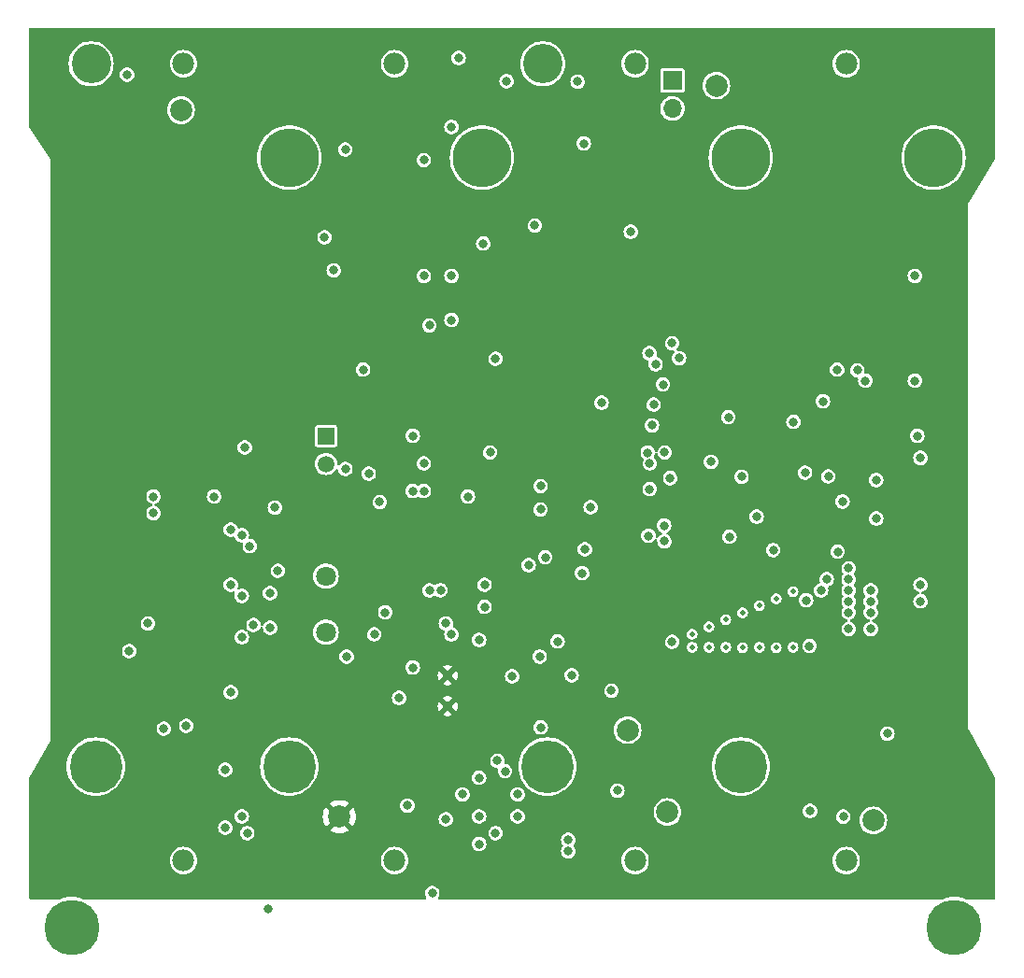
<source format=gbr>
%TF.GenerationSoftware,KiCad,Pcbnew,8.0.4*%
%TF.CreationDate,2025-02-03T16:51:58-05:00*%
%TF.ProjectId,battery_board_v2b,62617474-6572-4795-9f62-6f6172645f76,rev?*%
%TF.SameCoordinates,Original*%
%TF.FileFunction,Copper,L3,Inr*%
%TF.FilePolarity,Positive*%
%FSLAX46Y46*%
G04 Gerber Fmt 4.6, Leading zero omitted, Abs format (unit mm)*
G04 Created by KiCad (PCBNEW 8.0.4) date 2025-02-03 16:51:58*
%MOMM*%
%LPD*%
G01*
G04 APERTURE LIST*
%TA.AperFunction,ComponentPad*%
%ADD10C,5.000000*%
%TD*%
%TA.AperFunction,ComponentPad*%
%ADD11C,2.000000*%
%TD*%
%TA.AperFunction,ComponentPad*%
%ADD12R,1.700000X1.700000*%
%TD*%
%TA.AperFunction,ComponentPad*%
%ADD13O,1.700000X1.700000*%
%TD*%
%TA.AperFunction,ComponentPad*%
%ADD14C,0.800000*%
%TD*%
%TA.AperFunction,ComponentPad*%
%ADD15R,1.508000X1.508000*%
%TD*%
%TA.AperFunction,ComponentPad*%
%ADD16C,1.508000*%
%TD*%
%TA.AperFunction,ComponentPad*%
%ADD17C,1.800000*%
%TD*%
%TA.AperFunction,ComponentPad*%
%ADD18C,4.770000*%
%TD*%
%TA.AperFunction,ComponentPad*%
%ADD19C,5.325000*%
%TD*%
%TA.AperFunction,ComponentPad*%
%ADD20C,3.570000*%
%TD*%
%TA.AperFunction,ComponentPad*%
%ADD21C,1.980000*%
%TD*%
%TA.AperFunction,ViaPad*%
%ADD22C,0.800000*%
%TD*%
%TA.AperFunction,ViaPad*%
%ADD23C,0.460000*%
%TD*%
G04 APERTURE END LIST*
D10*
%TO.N,N/C*%
%TO.C,*%
X194573162Y-131529322D03*
%TD*%
D11*
%TO.N,PACK+*%
%TO.C,TP4*%
X173000000Y-55250000D03*
%TD*%
%TO.N,GND*%
%TO.C,TP3*%
X138850000Y-121525000D03*
%TD*%
%TO.N,+3V3*%
%TO.C,TP5*%
X168575000Y-121100000D03*
%TD*%
D10*
%TO.N,N/C*%
%TO.C,*%
X114573162Y-131529322D03*
%TD*%
D12*
%TO.N,VBATT_SENSE*%
%TO.C,J18*%
X169025000Y-54782400D03*
D13*
%TO.N,VBatt*%
X169025000Y-57322400D03*
%TD*%
D11*
%TO.N,VBUSP*%
%TO.C,TP6*%
X124500000Y-57475000D03*
%TD*%
%TO.N,BM*%
%TO.C,TP2*%
X164973000Y-113665000D03*
%TD*%
D14*
%TO.N,GND*%
%TO.C,IC4*%
X148650000Y-108700000D03*
X148650000Y-111500000D03*
%TD*%
D11*
%TO.N,B-*%
%TO.C,TP1*%
X187225000Y-121850000D03*
%TD*%
D15*
%TO.N,VBUSP*%
%TO.C,K1*%
X137632500Y-87010000D03*
D16*
%TO.N,Net-(Q7-C)*%
X137632500Y-89550000D03*
D17*
%TO.N,PACK+*%
X137632500Y-104790000D03*
%TO.N,Net-(K1-PadNO)*%
X137632500Y-99710000D03*
%TD*%
D18*
%TO.N,unconnected-(U8-Pad1)*%
%TO.C,U8*%
X134298500Y-116975000D03*
%TO.N,unconnected-(U8-Pad2)*%
X116768500Y-116975000D03*
D19*
%TO.N,unconnected-(U8-Pad3)*%
X134298500Y-61775000D03*
%TO.N,unconnected-(U8-Pad4)*%
X151768500Y-61775000D03*
D20*
%TO.N,unconnected-(U8-Pad5)*%
X116348500Y-53265000D03*
D21*
%TO.N,BM*%
X124718500Y-125485000D03*
X143848500Y-125485000D03*
%TO.N,PACK+*%
X124718500Y-53265000D03*
X143848500Y-53265000D03*
%TD*%
D18*
%TO.N,unconnected-(U7-Pad1)*%
%TO.C,U7*%
X175220000Y-116980000D03*
%TO.N,unconnected-(U7-Pad2)*%
X157690000Y-116980000D03*
D19*
%TO.N,unconnected-(U7-Pad3)*%
X175220000Y-61780000D03*
%TO.N,unconnected-(U7-Pad4)*%
X192690000Y-61780000D03*
D20*
%TO.N,unconnected-(U7-Pad5)*%
X157270000Y-53270000D03*
D21*
%TO.N,B-*%
X165640000Y-125490000D03*
X184770000Y-125490000D03*
%TO.N,BM*%
X165640000Y-53270000D03*
X184770000Y-53270000D03*
%TD*%
D22*
%TO.N,VSOLAR_I*%
X157073600Y-93675200D03*
X157073600Y-91541600D03*
%TO.N,+3V3*%
X181450000Y-106050000D03*
X184000000Y-97500000D03*
X150500000Y-92500000D03*
X178158800Y-97346300D03*
X181150000Y-101900000D03*
X149000000Y-105000000D03*
X153000000Y-80000000D03*
X130000000Y-121500000D03*
X145000000Y-120500000D03*
X152000000Y-102500000D03*
X128500000Y-117250000D03*
X159900000Y-108700000D03*
X163500000Y-110100000D03*
X157100000Y-113425000D03*
X152500000Y-88500000D03*
X158620800Y-105633162D03*
X160832800Y-99449500D03*
X161086800Y-97275500D03*
X152000000Y-100500000D03*
X148500000Y-121750000D03*
%TO.N,VBUSP*%
X168300000Y-96550000D03*
X166974600Y-89500000D03*
X169000000Y-78600000D03*
X181047820Y-90330940D03*
X149000000Y-59000000D03*
X146500000Y-62000000D03*
X168329624Y-88500000D03*
X183950000Y-81000000D03*
X166962000Y-91825000D03*
X183146900Y-90675000D03*
X149000000Y-76500000D03*
X182674400Y-83861100D03*
X179982000Y-85740700D03*
X146500000Y-72500000D03*
X168162900Y-82337100D03*
X149000000Y-72500000D03*
X147000000Y-77000000D03*
X167500000Y-80500000D03*
%TO.N,B-*%
X185775500Y-81050000D03*
%TO.N,Net-(Q4A-C1)*%
X169625000Y-79950000D03*
X168825000Y-90825000D03*
%TO.N,Net-(Q3B-B2)*%
X172525000Y-89350100D03*
X174089200Y-85298800D03*
X176650000Y-94325000D03*
X174190800Y-96154700D03*
X175289643Y-90697170D03*
%TO.N,GND*%
X159500000Y-112400000D03*
X122428000Y-66179000D03*
X162950000Y-64750000D03*
X173888000Y-90642564D03*
X126250000Y-106250000D03*
X182300000Y-111650000D03*
X172281188Y-81218812D03*
X178825000Y-66475000D03*
X187750000Y-116500000D03*
X122000000Y-89500000D03*
X155194000Y-94945200D03*
X141250000Y-108250000D03*
X163350000Y-91900000D03*
X181556800Y-79492300D03*
X187500000Y-76000000D03*
X174000000Y-80500000D03*
X120750000Y-107500000D03*
X147224500Y-94132400D03*
X126875500Y-123000000D03*
X158500000Y-65500000D03*
X182700000Y-86900000D03*
X190500000Y-91500000D03*
X130000000Y-115000000D03*
X157150000Y-128552502D03*
X168653600Y-85842300D03*
X161650000Y-81700000D03*
X160950000Y-114650000D03*
X154500000Y-58500000D03*
X122750000Y-111750000D03*
X125500000Y-111250000D03*
X146000000Y-83000000D03*
X125000000Y-99750000D03*
X167800000Y-98300000D03*
X159197201Y-73223200D03*
X167200000Y-66550000D03*
X174250000Y-66000000D03*
X187500000Y-107500000D03*
X185150000Y-111700000D03*
X177950000Y-86909100D03*
X185150000Y-113350000D03*
X140502699Y-75118000D03*
X182250000Y-114800000D03*
X140449500Y-58710500D03*
X134000000Y-108500000D03*
X178650000Y-79400000D03*
X167900000Y-93950000D03*
X168450400Y-91989100D03*
X182300000Y-113350000D03*
X175156000Y-97272300D03*
X167050000Y-65000000D03*
X162100000Y-96000000D03*
X176500000Y-54500000D03*
X162900000Y-66900000D03*
X178800000Y-69750000D03*
X139175700Y-84488516D03*
X160250000Y-76900000D03*
X122682000Y-74825000D03*
X162125000Y-123700000D03*
X185150000Y-114700000D03*
X167612400Y-100248362D03*
%TO.N,VBatt*%
X160425000Y-54900000D03*
X149650000Y-52750000D03*
%TO.N,F0_ENB*%
X188500000Y-114000000D03*
X184512299Y-121512299D03*
X181500000Y-121000000D03*
X191000000Y-82000000D03*
%TO.N,F1_ENB*%
X187500000Y-94500000D03*
X187500000Y-91000000D03*
%TO.N,F3_ENB*%
X132580000Y-104394000D03*
X124968000Y-113284000D03*
X129000000Y-95500000D03*
X132560000Y-101260000D03*
%TO.N,Net-(U9-+Vs)*%
X130000000Y-105250000D03*
X121500000Y-104000000D03*
%TO.N,Net-(Q7-C)*%
X137500000Y-69000000D03*
%TO.N,SCL_MAIN*%
X157000000Y-107000000D03*
X130500000Y-123000000D03*
X153000000Y-123000000D03*
X148012299Y-100987701D03*
X154500000Y-108800000D03*
X153852793Y-117397207D03*
X146500000Y-89500000D03*
X146500000Y-92000000D03*
%TO.N,SDA_MAIN*%
X128500000Y-122500000D03*
X153163300Y-116450000D03*
X151500000Y-124000000D03*
X147000000Y-101000000D03*
X145500000Y-87000000D03*
X151500000Y-121500000D03*
X145500000Y-92000000D03*
X151500000Y-105500000D03*
%TO.N,BURN_RELAY_A*%
X151500000Y-118000000D03*
X142500000Y-93000000D03*
X139382700Y-61047300D03*
X143000000Y-103000000D03*
%TO.N,ENAB_HEATER*%
X141000000Y-81000000D03*
X130000000Y-96000000D03*
X131064000Y-104140000D03*
X122936000Y-113538000D03*
%TO.N,Net-(IC2-SENSE)*%
X156555601Y-67940000D03*
X161000000Y-60500000D03*
X151882001Y-69565600D03*
%TO.N,VCC_RF1*%
X147260000Y-128440000D03*
X132380000Y-129880000D03*
%TO.N,/3V3_EN*%
X167179469Y-86046431D03*
X166789656Y-88517757D03*
%TO.N,BM*%
X165250000Y-68500000D03*
%TO.N,PACK+*%
X119600000Y-54250000D03*
X154000000Y-54850000D03*
%TO.N,ENAB_BURN*%
X150000000Y-119500000D03*
X139385500Y-90000000D03*
X138324300Y-72000000D03*
X139500000Y-107000000D03*
%TO.N,VBUS_RESET*%
X167327100Y-84165900D03*
X166847207Y-96052793D03*
X159575000Y-124650000D03*
X162600000Y-84000000D03*
X166950998Y-79515445D03*
X161609362Y-93468738D03*
D23*
%TO.N,F3_SDA*%
X178432800Y-101772362D03*
D22*
X133000000Y-93500000D03*
X156000000Y-98724500D03*
D23*
X178432800Y-106191962D03*
D22*
X122000000Y-94000000D03*
X133271938Y-99228062D03*
D23*
%TO.N,F2_SDA*%
X175384800Y-106191962D03*
D22*
X185000000Y-103000000D03*
D23*
X175384800Y-103042362D03*
D22*
X187000000Y-103000000D03*
%TO.N,F1_SDA*%
X191224500Y-87000000D03*
X185000000Y-101000497D03*
D23*
X172336800Y-104312362D03*
D22*
X187000000Y-101000000D03*
X191500000Y-100500000D03*
D23*
X172336800Y-106157062D03*
D22*
%TO.N,F0_SDA*%
X169000000Y-105672262D03*
X185000000Y-99000000D03*
X186500000Y-82000000D03*
X183000000Y-100000000D03*
D23*
%TO.N,F3_SCL*%
X179956800Y-106157062D03*
D22*
X157500000Y-98000000D03*
D23*
X179956800Y-101111963D03*
D22*
X127500000Y-92500000D03*
X130724500Y-97000000D03*
X122000000Y-92500000D03*
D23*
%TO.N,F2_SCL*%
X176908800Y-106157063D03*
X176908800Y-102381962D03*
D22*
X185000000Y-104500000D03*
X187000000Y-104500000D03*
%TO.N,F1_SCL*%
X191500000Y-89000000D03*
X191500000Y-102000000D03*
X187000000Y-102000000D03*
X185000000Y-102000000D03*
D23*
X173860800Y-106157062D03*
X173860800Y-103651962D03*
%TO.N,F0_SCL*%
X170812800Y-104972762D03*
D22*
X191000000Y-72500000D03*
X182500000Y-101000000D03*
D23*
X170812801Y-106157062D03*
D22*
X185000000Y-100000000D03*
%TO.N,F4_SCL*%
X142000000Y-105000000D03*
X129000000Y-100500000D03*
%TO.N,F4_SDA*%
X148500000Y-104000000D03*
X130000000Y-101500000D03*
%TO.N,I2C_RESET*%
X159587701Y-123612701D03*
X164037701Y-119162701D03*
%TO.N,ENAB_RF*%
X155000000Y-119500000D03*
X155000000Y-121500000D03*
%TO.N,VSOLAR*%
X141500000Y-90425000D03*
X168275000Y-95125000D03*
X130275000Y-88050000D03*
X184450000Y-92950000D03*
%TO.N,Net-(J9-Pin_2)*%
X119800000Y-106500000D03*
X129000000Y-110250000D03*
%TO.N,Net-(IC4-FB)*%
X145500000Y-108000000D03*
X144250000Y-110750000D03*
%TD*%
%TA.AperFunction,Conductor*%
%TO.N,GND*%
G36*
X198241621Y-50020002D02*
G01*
X198288114Y-50073658D01*
X198299500Y-50126000D01*
X198299500Y-61851775D01*
X198280759Y-61917892D01*
X195849369Y-65862265D01*
X195831214Y-65885235D01*
X195830025Y-65886423D01*
X195830023Y-65886426D01*
X195824755Y-65899143D01*
X195815615Y-65917022D01*
X195808395Y-65928736D01*
X195808393Y-65928741D01*
X195808125Y-65930407D01*
X195800145Y-65958558D01*
X195799500Y-65960115D01*
X195799500Y-65973868D01*
X195797897Y-65993903D01*
X195795708Y-66007489D01*
X195796094Y-66009113D01*
X195799500Y-66038209D01*
X195799500Y-113454273D01*
X195797172Y-113470891D01*
X195797274Y-113470900D01*
X195796258Y-113483267D01*
X195798676Y-113504309D01*
X195799500Y-113518693D01*
X195799500Y-113539882D01*
X195801783Y-113551363D01*
X195805363Y-113562510D01*
X195815651Y-113581028D01*
X195821914Y-113593996D01*
X195830024Y-113613575D01*
X195836918Y-113623892D01*
X195836833Y-113623948D01*
X195846938Y-113637344D01*
X197593272Y-116780744D01*
X198278229Y-118013667D01*
X198283644Y-118023413D01*
X198299500Y-118084604D01*
X198299500Y-128874000D01*
X198279498Y-128942121D01*
X198225842Y-128988614D01*
X198173500Y-129000000D01*
X195691823Y-129000000D01*
X195640111Y-128988899D01*
X195551714Y-128949114D01*
X195233559Y-128849973D01*
X194905787Y-128789907D01*
X194905784Y-128789906D01*
X194573163Y-128769787D01*
X194573161Y-128769787D01*
X194240539Y-128789906D01*
X194240536Y-128789907D01*
X193912764Y-128849973D01*
X193594609Y-128949114D01*
X193506213Y-128988899D01*
X193454501Y-129000000D01*
X147908809Y-129000000D01*
X147840688Y-128979998D01*
X147794195Y-128926342D01*
X147784091Y-128856068D01*
X147805113Y-128802424D01*
X147813753Y-128789906D01*
X147843787Y-128746395D01*
X147900149Y-128597782D01*
X147900149Y-128597781D01*
X147900150Y-128597779D01*
X147919307Y-128440003D01*
X147919307Y-128439996D01*
X147900150Y-128282220D01*
X147886538Y-128246331D01*
X147843787Y-128133605D01*
X147753498Y-128002799D01*
X147634529Y-127897401D01*
X147634528Y-127897400D01*
X147634525Y-127897398D01*
X147493797Y-127823539D01*
X147493795Y-127823538D01*
X147493793Y-127823537D01*
X147493791Y-127823536D01*
X147493790Y-127823536D01*
X147339472Y-127785500D01*
X147339471Y-127785500D01*
X147180529Y-127785500D01*
X147180527Y-127785500D01*
X147026209Y-127823536D01*
X147026202Y-127823539D01*
X146885474Y-127897398D01*
X146885469Y-127897402D01*
X146766501Y-128002800D01*
X146676215Y-128133601D01*
X146676212Y-128133607D01*
X146619849Y-128282220D01*
X146600693Y-128439996D01*
X146600693Y-128440003D01*
X146619849Y-128597779D01*
X146676212Y-128746392D01*
X146676215Y-128746398D01*
X146714887Y-128802424D01*
X146737123Y-128869849D01*
X146719376Y-128938592D01*
X146667281Y-128986827D01*
X146611191Y-129000000D01*
X115691823Y-129000000D01*
X115640111Y-128988899D01*
X115551714Y-128949114D01*
X115233559Y-128849973D01*
X114905787Y-128789907D01*
X114905784Y-128789906D01*
X114573163Y-128769787D01*
X114573161Y-128769787D01*
X114240539Y-128789906D01*
X114240536Y-128789907D01*
X113912764Y-128849973D01*
X113594609Y-128949114D01*
X113506213Y-128988899D01*
X113454501Y-129000000D01*
X110826500Y-129000000D01*
X110758379Y-128979998D01*
X110711886Y-128926342D01*
X110700500Y-128874000D01*
X110700500Y-125485000D01*
X123469246Y-125485000D01*
X123488225Y-125701934D01*
X123544584Y-125912267D01*
X123544586Y-125912273D01*
X123636613Y-126109625D01*
X123636614Y-126109627D01*
X123761509Y-126287996D01*
X123761513Y-126288001D01*
X123761516Y-126288005D01*
X123915495Y-126441984D01*
X123915499Y-126441987D01*
X123915503Y-126441990D01*
X123922644Y-126446990D01*
X124093873Y-126566886D01*
X124291230Y-126658915D01*
X124501569Y-126715275D01*
X124718500Y-126734254D01*
X124935431Y-126715275D01*
X125145770Y-126658915D01*
X125343127Y-126566886D01*
X125521505Y-126441984D01*
X125675484Y-126288005D01*
X125800386Y-126109627D01*
X125892415Y-125912270D01*
X125948775Y-125701931D01*
X125967754Y-125485000D01*
X142599246Y-125485000D01*
X142618225Y-125701934D01*
X142674584Y-125912267D01*
X142674586Y-125912273D01*
X142766613Y-126109625D01*
X142766614Y-126109627D01*
X142891509Y-126287996D01*
X142891513Y-126288001D01*
X142891516Y-126288005D01*
X143045495Y-126441984D01*
X143045499Y-126441987D01*
X143045503Y-126441990D01*
X143052644Y-126446990D01*
X143223873Y-126566886D01*
X143421230Y-126658915D01*
X143631569Y-126715275D01*
X143848500Y-126734254D01*
X144065431Y-126715275D01*
X144275770Y-126658915D01*
X144473127Y-126566886D01*
X144651505Y-126441984D01*
X144805484Y-126288005D01*
X144930386Y-126109627D01*
X145022415Y-125912270D01*
X145078775Y-125701931D01*
X145097317Y-125490000D01*
X164390746Y-125490000D01*
X164409725Y-125706934D01*
X164466084Y-125917267D01*
X164466086Y-125917273D01*
X164558113Y-126114625D01*
X164558114Y-126114627D01*
X164683009Y-126292996D01*
X164683013Y-126293001D01*
X164683016Y-126293005D01*
X164836995Y-126446984D01*
X164836999Y-126446987D01*
X164837003Y-126446990D01*
X164938775Y-126518251D01*
X165015373Y-126571886D01*
X165212730Y-126663915D01*
X165423069Y-126720275D01*
X165640000Y-126739254D01*
X165856931Y-126720275D01*
X166067270Y-126663915D01*
X166264627Y-126571886D01*
X166443005Y-126446984D01*
X166596984Y-126293005D01*
X166721886Y-126114627D01*
X166813915Y-125917270D01*
X166870275Y-125706931D01*
X166889254Y-125490000D01*
X183520746Y-125490000D01*
X183539725Y-125706934D01*
X183596084Y-125917267D01*
X183596086Y-125917273D01*
X183688113Y-126114625D01*
X183688114Y-126114627D01*
X183813009Y-126292996D01*
X183813013Y-126293001D01*
X183813016Y-126293005D01*
X183966995Y-126446984D01*
X183966999Y-126446987D01*
X183967003Y-126446990D01*
X184068775Y-126518251D01*
X184145373Y-126571886D01*
X184342730Y-126663915D01*
X184553069Y-126720275D01*
X184770000Y-126739254D01*
X184986931Y-126720275D01*
X185197270Y-126663915D01*
X185394627Y-126571886D01*
X185573005Y-126446984D01*
X185726984Y-126293005D01*
X185851886Y-126114627D01*
X185943915Y-125917270D01*
X186000275Y-125706931D01*
X186019254Y-125490000D01*
X186000275Y-125273069D01*
X185943915Y-125062730D01*
X185851886Y-124865373D01*
X185726984Y-124686995D01*
X185573005Y-124533016D01*
X185573001Y-124533013D01*
X185572996Y-124533009D01*
X185394627Y-124408114D01*
X185394625Y-124408113D01*
X185197273Y-124316086D01*
X185197267Y-124316084D01*
X184986934Y-124259725D01*
X184770000Y-124240746D01*
X184553065Y-124259725D01*
X184342732Y-124316084D01*
X184342726Y-124316086D01*
X184145374Y-124408113D01*
X184145372Y-124408114D01*
X183967003Y-124533009D01*
X183966992Y-124533018D01*
X183813018Y-124686992D01*
X183813009Y-124687003D01*
X183688114Y-124865372D01*
X183688113Y-124865374D01*
X183596086Y-125062726D01*
X183596084Y-125062732D01*
X183539725Y-125273065D01*
X183520746Y-125490000D01*
X166889254Y-125490000D01*
X166870275Y-125273069D01*
X166813915Y-125062730D01*
X166721886Y-124865373D01*
X166596984Y-124686995D01*
X166443005Y-124533016D01*
X166443001Y-124533013D01*
X166442996Y-124533009D01*
X166264627Y-124408114D01*
X166264625Y-124408113D01*
X166067273Y-124316086D01*
X166067267Y-124316084D01*
X165856934Y-124259725D01*
X165640000Y-124240746D01*
X165423065Y-124259725D01*
X165212732Y-124316084D01*
X165212726Y-124316086D01*
X165015374Y-124408113D01*
X165015372Y-124408114D01*
X164837003Y-124533009D01*
X164836992Y-124533018D01*
X164683018Y-124686992D01*
X164683009Y-124687003D01*
X164558114Y-124865372D01*
X164558113Y-124865374D01*
X164466086Y-125062726D01*
X164466084Y-125062732D01*
X164409725Y-125273065D01*
X164390746Y-125490000D01*
X145097317Y-125490000D01*
X145097754Y-125485000D01*
X145078775Y-125268069D01*
X145022415Y-125057730D01*
X144930386Y-124860373D01*
X144805484Y-124681995D01*
X144651505Y-124528016D01*
X144651501Y-124528013D01*
X144651496Y-124528009D01*
X144473127Y-124403114D01*
X144473125Y-124403113D01*
X144275773Y-124311086D01*
X144275767Y-124311084D01*
X144065434Y-124254725D01*
X143848500Y-124235746D01*
X143631565Y-124254725D01*
X143421232Y-124311084D01*
X143421226Y-124311086D01*
X143223874Y-124403113D01*
X143223872Y-124403114D01*
X143045503Y-124528009D01*
X143045492Y-124528018D01*
X142891518Y-124681992D01*
X142891509Y-124682003D01*
X142766614Y-124860372D01*
X142766613Y-124860374D01*
X142674586Y-125057726D01*
X142674584Y-125057732D01*
X142618225Y-125268065D01*
X142599246Y-125485000D01*
X125967754Y-125485000D01*
X125948775Y-125268069D01*
X125892415Y-125057730D01*
X125800386Y-124860373D01*
X125675484Y-124681995D01*
X125521505Y-124528016D01*
X125521501Y-124528013D01*
X125521496Y-124528009D01*
X125343127Y-124403114D01*
X125343125Y-124403113D01*
X125145773Y-124311086D01*
X125145767Y-124311084D01*
X124935434Y-124254725D01*
X124718500Y-124235746D01*
X124501565Y-124254725D01*
X124291232Y-124311084D01*
X124291226Y-124311086D01*
X124093874Y-124403113D01*
X124093872Y-124403114D01*
X123915503Y-124528009D01*
X123915492Y-124528018D01*
X123761518Y-124681992D01*
X123761509Y-124682003D01*
X123636614Y-124860372D01*
X123636613Y-124860374D01*
X123544586Y-125057726D01*
X123544584Y-125057732D01*
X123488225Y-125268065D01*
X123469246Y-125485000D01*
X110700500Y-125485000D01*
X110700500Y-123999996D01*
X150840693Y-123999996D01*
X150840693Y-124000003D01*
X150859849Y-124157779D01*
X150916212Y-124306392D01*
X150916215Y-124306398D01*
X150922902Y-124316086D01*
X151006502Y-124437201D01*
X151125471Y-124542599D01*
X151125472Y-124542599D01*
X151125474Y-124542601D01*
X151200200Y-124581820D01*
X151266207Y-124616463D01*
X151420529Y-124654500D01*
X151420530Y-124654500D01*
X151579470Y-124654500D01*
X151579471Y-124654500D01*
X151597744Y-124649996D01*
X158915693Y-124649996D01*
X158915693Y-124650003D01*
X158934849Y-124807779D01*
X158983447Y-124935919D01*
X158991213Y-124956395D01*
X159081502Y-125087201D01*
X159200471Y-125192599D01*
X159200472Y-125192599D01*
X159200474Y-125192601D01*
X159275200Y-125231820D01*
X159341207Y-125266463D01*
X159495529Y-125304500D01*
X159495530Y-125304500D01*
X159654470Y-125304500D01*
X159654471Y-125304500D01*
X159808793Y-125266463D01*
X159949529Y-125192599D01*
X160068498Y-125087201D01*
X160158787Y-124956395D01*
X160215149Y-124807782D01*
X160215149Y-124807781D01*
X160215150Y-124807779D01*
X160234307Y-124650003D01*
X160234307Y-124649996D01*
X160215150Y-124492220D01*
X160201538Y-124456331D01*
X160158787Y-124343605D01*
X160068498Y-124212799D01*
X160068497Y-124212798D01*
X160066937Y-124210538D01*
X160044701Y-124143114D01*
X160062448Y-124074371D01*
X160076320Y-124055409D01*
X160081190Y-124049909D01*
X160081199Y-124049902D01*
X160171488Y-123919096D01*
X160227850Y-123770483D01*
X160227850Y-123770482D01*
X160227851Y-123770480D01*
X160247008Y-123612704D01*
X160247008Y-123612697D01*
X160227851Y-123454921D01*
X160186352Y-123345500D01*
X160171488Y-123306306D01*
X160081199Y-123175500D01*
X159962230Y-123070102D01*
X159962229Y-123070101D01*
X159962226Y-123070099D01*
X159821498Y-122996240D01*
X159821496Y-122996239D01*
X159821494Y-122996238D01*
X159821492Y-122996237D01*
X159821491Y-122996237D01*
X159667173Y-122958201D01*
X159667172Y-122958201D01*
X159508230Y-122958201D01*
X159508228Y-122958201D01*
X159353910Y-122996237D01*
X159353903Y-122996240D01*
X159213175Y-123070099D01*
X159213170Y-123070103D01*
X159094202Y-123175501D01*
X159003916Y-123306302D01*
X159003913Y-123306308D01*
X158947550Y-123454921D01*
X158928394Y-123612697D01*
X158928394Y-123612704D01*
X158947550Y-123770480D01*
X159003913Y-123919093D01*
X159003916Y-123919099D01*
X159095763Y-124052162D01*
X159117999Y-124119587D01*
X159100252Y-124188329D01*
X159086391Y-124207278D01*
X159081508Y-124212791D01*
X158991215Y-124343601D01*
X158991212Y-124343607D01*
X158934849Y-124492220D01*
X158915693Y-124649996D01*
X151597744Y-124649996D01*
X151733793Y-124616463D01*
X151874529Y-124542599D01*
X151993498Y-124437201D01*
X152083787Y-124306395D01*
X152140149Y-124157782D01*
X152140149Y-124157781D01*
X152140150Y-124157779D01*
X152159307Y-124000003D01*
X152159307Y-123999996D01*
X152140150Y-123842220D01*
X152112942Y-123770480D01*
X152083787Y-123693605D01*
X151993498Y-123562799D01*
X151874529Y-123457401D01*
X151874528Y-123457400D01*
X151874525Y-123457398D01*
X151733797Y-123383539D01*
X151733795Y-123383538D01*
X151733793Y-123383537D01*
X151733791Y-123383536D01*
X151733790Y-123383536D01*
X151579472Y-123345500D01*
X151579471Y-123345500D01*
X151420529Y-123345500D01*
X151420527Y-123345500D01*
X151266209Y-123383536D01*
X151266202Y-123383539D01*
X151125474Y-123457398D01*
X151125469Y-123457402D01*
X151006501Y-123562800D01*
X150916215Y-123693601D01*
X150916212Y-123693607D01*
X150859849Y-123842220D01*
X150840693Y-123999996D01*
X110700500Y-123999996D01*
X110700500Y-122499996D01*
X127840693Y-122499996D01*
X127840693Y-122500003D01*
X127859849Y-122657779D01*
X127916212Y-122806392D01*
X127916215Y-122806398D01*
X127921928Y-122814674D01*
X128006502Y-122937201D01*
X128125471Y-123042599D01*
X128125472Y-123042599D01*
X128125474Y-123042601D01*
X128177875Y-123070103D01*
X128266207Y-123116463D01*
X128420529Y-123154500D01*
X128420530Y-123154500D01*
X128579470Y-123154500D01*
X128579471Y-123154500D01*
X128733793Y-123116463D01*
X128874529Y-123042599D01*
X128922618Y-122999996D01*
X129840693Y-122999996D01*
X129840693Y-123000003D01*
X129859849Y-123157779D01*
X129908447Y-123285919D01*
X129916213Y-123306395D01*
X130006502Y-123437201D01*
X130125471Y-123542599D01*
X130125472Y-123542599D01*
X130125474Y-123542601D01*
X130200200Y-123581820D01*
X130266207Y-123616463D01*
X130420529Y-123654500D01*
X130420530Y-123654500D01*
X130579470Y-123654500D01*
X130579471Y-123654500D01*
X130733793Y-123616463D01*
X130874529Y-123542599D01*
X130993498Y-123437201D01*
X131083787Y-123306395D01*
X131140149Y-123157782D01*
X131140149Y-123157781D01*
X131140150Y-123157779D01*
X131159307Y-123000003D01*
X131159307Y-122999996D01*
X131140150Y-122842220D01*
X131126538Y-122806331D01*
X131083787Y-122693605D01*
X130993498Y-122562799D01*
X130874529Y-122457401D01*
X130874528Y-122457400D01*
X130874525Y-122457398D01*
X130733797Y-122383539D01*
X130733795Y-122383538D01*
X130733793Y-122383537D01*
X130733791Y-122383536D01*
X130733790Y-122383536D01*
X130579472Y-122345500D01*
X130579471Y-122345500D01*
X130420529Y-122345500D01*
X130420527Y-122345500D01*
X130266209Y-122383536D01*
X130266202Y-122383539D01*
X130125474Y-122457398D01*
X130125469Y-122457402D01*
X130006501Y-122562800D01*
X129916215Y-122693601D01*
X129916212Y-122693607D01*
X129859849Y-122842220D01*
X129840693Y-122999996D01*
X128922618Y-122999996D01*
X128993498Y-122937201D01*
X129083787Y-122806395D01*
X129140149Y-122657782D01*
X129140149Y-122657781D01*
X129140150Y-122657779D01*
X129159307Y-122500003D01*
X129159307Y-122499996D01*
X129140150Y-122342220D01*
X129126538Y-122306331D01*
X129083787Y-122193605D01*
X128993498Y-122062799D01*
X128874529Y-121957401D01*
X128874528Y-121957400D01*
X128874525Y-121957398D01*
X128733797Y-121883539D01*
X128733795Y-121883538D01*
X128733793Y-121883537D01*
X128733791Y-121883536D01*
X128733790Y-121883536D01*
X128579472Y-121845500D01*
X128579471Y-121845500D01*
X128420529Y-121845500D01*
X128420527Y-121845500D01*
X128266209Y-121883536D01*
X128266202Y-121883539D01*
X128125474Y-121957398D01*
X128125469Y-121957402D01*
X128006501Y-122062800D01*
X127916215Y-122193601D01*
X127916212Y-122193607D01*
X127859849Y-122342220D01*
X127840693Y-122499996D01*
X110700500Y-122499996D01*
X110700500Y-121499996D01*
X129340693Y-121499996D01*
X129340693Y-121500003D01*
X129359849Y-121657779D01*
X129394823Y-121749996D01*
X129416213Y-121806395D01*
X129506502Y-121937201D01*
X129625471Y-122042599D01*
X129625472Y-122042599D01*
X129625474Y-122042601D01*
X129700200Y-122081820D01*
X129766207Y-122116463D01*
X129920529Y-122154500D01*
X129920530Y-122154500D01*
X130079470Y-122154500D01*
X130079471Y-122154500D01*
X130233793Y-122116463D01*
X130374529Y-122042599D01*
X130493498Y-121937201D01*
X130583787Y-121806395D01*
X130640149Y-121657782D01*
X130640149Y-121657781D01*
X130640150Y-121657779D01*
X130656272Y-121525000D01*
X137337337Y-121525000D01*
X137355960Y-121761632D01*
X137411371Y-121992437D01*
X137502208Y-122211738D01*
X137616896Y-122398890D01*
X137616897Y-122398890D01*
X138365841Y-121649946D01*
X138384075Y-121717993D01*
X138449901Y-121832007D01*
X138542993Y-121925099D01*
X138657007Y-121990925D01*
X138725051Y-122009157D01*
X137976107Y-122758101D01*
X137976108Y-122758102D01*
X138163261Y-122872791D01*
X138382562Y-122963628D01*
X138613367Y-123019039D01*
X138850000Y-123037662D01*
X139086632Y-123019039D01*
X139165952Y-122999996D01*
X152340693Y-122999996D01*
X152340693Y-123000003D01*
X152359849Y-123157779D01*
X152408447Y-123285919D01*
X152416213Y-123306395D01*
X152506502Y-123437201D01*
X152625471Y-123542599D01*
X152625472Y-123542599D01*
X152625474Y-123542601D01*
X152700200Y-123581820D01*
X152766207Y-123616463D01*
X152920529Y-123654500D01*
X152920530Y-123654500D01*
X153079470Y-123654500D01*
X153079471Y-123654500D01*
X153233793Y-123616463D01*
X153374529Y-123542599D01*
X153493498Y-123437201D01*
X153583787Y-123306395D01*
X153640149Y-123157782D01*
X153640149Y-123157781D01*
X153640150Y-123157779D01*
X153659307Y-123000003D01*
X153659307Y-122999996D01*
X153640150Y-122842220D01*
X153626538Y-122806331D01*
X153583787Y-122693605D01*
X153493498Y-122562799D01*
X153374529Y-122457401D01*
X153374528Y-122457400D01*
X153374525Y-122457398D01*
X153233797Y-122383539D01*
X153233795Y-122383538D01*
X153233793Y-122383537D01*
X153233791Y-122383536D01*
X153233790Y-122383536D01*
X153079472Y-122345500D01*
X153079471Y-122345500D01*
X152920529Y-122345500D01*
X152920527Y-122345500D01*
X152766209Y-122383536D01*
X152766202Y-122383539D01*
X152625474Y-122457398D01*
X152625469Y-122457402D01*
X152506501Y-122562800D01*
X152416215Y-122693601D01*
X152416212Y-122693607D01*
X152359849Y-122842220D01*
X152340693Y-122999996D01*
X139165952Y-122999996D01*
X139317437Y-122963628D01*
X139536738Y-122872791D01*
X139723890Y-122758102D01*
X139723891Y-122758102D01*
X138974947Y-122009158D01*
X139042993Y-121990925D01*
X139157007Y-121925099D01*
X139250099Y-121832007D01*
X139315925Y-121717993D01*
X139334158Y-121649947D01*
X140083102Y-122398891D01*
X140083102Y-122398890D01*
X140197791Y-122211738D01*
X140288628Y-121992437D01*
X140344039Y-121761632D01*
X140344955Y-121749996D01*
X147840693Y-121749996D01*
X147840693Y-121750003D01*
X147859849Y-121907779D01*
X147904306Y-122025000D01*
X147915644Y-122054896D01*
X147916212Y-122056392D01*
X147916215Y-122056398D01*
X147921928Y-122064674D01*
X148006502Y-122187201D01*
X148125471Y-122292599D01*
X148125472Y-122292599D01*
X148125474Y-122292601D01*
X148200200Y-122331820D01*
X148266207Y-122366463D01*
X148420529Y-122404500D01*
X148420530Y-122404500D01*
X148579470Y-122404500D01*
X148579471Y-122404500D01*
X148733793Y-122366463D01*
X148874529Y-122292599D01*
X148993498Y-122187201D01*
X149083787Y-122056395D01*
X149140149Y-121907782D01*
X149140149Y-121907781D01*
X149140150Y-121907779D01*
X149159307Y-121750003D01*
X149159307Y-121749996D01*
X149140150Y-121592220D01*
X149126538Y-121556331D01*
X149105173Y-121499996D01*
X150840693Y-121499996D01*
X150840693Y-121500003D01*
X150859849Y-121657779D01*
X150894823Y-121749996D01*
X150916213Y-121806395D01*
X151006502Y-121937201D01*
X151125471Y-122042599D01*
X151125472Y-122042599D01*
X151125474Y-122042601D01*
X151200200Y-122081820D01*
X151266207Y-122116463D01*
X151420529Y-122154500D01*
X151420530Y-122154500D01*
X151579470Y-122154500D01*
X151579471Y-122154500D01*
X151733793Y-122116463D01*
X151874529Y-122042599D01*
X151993498Y-121937201D01*
X152083787Y-121806395D01*
X152140149Y-121657782D01*
X152140149Y-121657781D01*
X152140150Y-121657779D01*
X152159307Y-121500003D01*
X152159307Y-121499996D01*
X154340693Y-121499996D01*
X154340693Y-121500003D01*
X154359849Y-121657779D01*
X154394823Y-121749996D01*
X154416213Y-121806395D01*
X154506502Y-121937201D01*
X154625471Y-122042599D01*
X154625472Y-122042599D01*
X154625474Y-122042601D01*
X154700200Y-122081820D01*
X154766207Y-122116463D01*
X154920529Y-122154500D01*
X154920530Y-122154500D01*
X155079470Y-122154500D01*
X155079471Y-122154500D01*
X155233793Y-122116463D01*
X155374529Y-122042599D01*
X155493498Y-121937201D01*
X155583787Y-121806395D01*
X155640149Y-121657782D01*
X155640149Y-121657781D01*
X155640150Y-121657779D01*
X155659307Y-121500003D01*
X155659307Y-121499996D01*
X155640150Y-121342220D01*
X155619726Y-121288367D01*
X155583787Y-121193605D01*
X155519176Y-121100000D01*
X167315708Y-121100000D01*
X167333764Y-121306392D01*
X167334839Y-121318673D01*
X167391652Y-121530700D01*
X167391654Y-121530706D01*
X167484421Y-121729646D01*
X167592176Y-121883537D01*
X167610326Y-121909457D01*
X167765543Y-122064674D01*
X167945354Y-122190579D01*
X168144297Y-122283347D01*
X168356326Y-122340161D01*
X168575000Y-122359292D01*
X168793674Y-122340161D01*
X169005703Y-122283347D01*
X169204646Y-122190579D01*
X169384457Y-122064674D01*
X169539674Y-121909457D01*
X169665579Y-121729646D01*
X169758347Y-121530703D01*
X169815161Y-121318674D01*
X169834292Y-121100000D01*
X169825543Y-120999996D01*
X180840693Y-120999996D01*
X180840693Y-121000003D01*
X180859849Y-121157779D01*
X180908447Y-121285919D01*
X180916213Y-121306395D01*
X181006502Y-121437201D01*
X181125471Y-121542599D01*
X181125472Y-121542599D01*
X181125474Y-121542601D01*
X181200200Y-121581820D01*
X181266207Y-121616463D01*
X181420529Y-121654500D01*
X181420530Y-121654500D01*
X181579470Y-121654500D01*
X181579471Y-121654500D01*
X181733793Y-121616463D01*
X181874529Y-121542599D01*
X181908735Y-121512295D01*
X183852992Y-121512295D01*
X183852992Y-121512302D01*
X183872148Y-121670078D01*
X183906871Y-121761632D01*
X183928512Y-121818694D01*
X184018801Y-121949500D01*
X184137770Y-122054898D01*
X184137771Y-122054898D01*
X184137773Y-122054900D01*
X184212499Y-122094119D01*
X184278506Y-122128762D01*
X184432828Y-122166799D01*
X184432829Y-122166799D01*
X184591769Y-122166799D01*
X184591770Y-122166799D01*
X184746092Y-122128762D01*
X184886828Y-122054898D01*
X185005797Y-121949500D01*
X185074477Y-121850000D01*
X185965708Y-121850000D01*
X185984839Y-122068674D01*
X185997644Y-122116463D01*
X186041652Y-122280700D01*
X186041654Y-122280706D01*
X186134421Y-122479646D01*
X186260326Y-122659457D01*
X186415543Y-122814674D01*
X186595354Y-122940579D01*
X186794297Y-123033347D01*
X187006326Y-123090161D01*
X187225000Y-123109292D01*
X187443674Y-123090161D01*
X187655703Y-123033347D01*
X187854646Y-122940579D01*
X188034457Y-122814674D01*
X188189674Y-122659457D01*
X188315579Y-122479646D01*
X188408347Y-122280703D01*
X188465161Y-122068674D01*
X188484292Y-121850000D01*
X188465161Y-121631326D01*
X188408347Y-121419297D01*
X188315579Y-121220354D01*
X188189674Y-121040543D01*
X188034457Y-120885326D01*
X188028744Y-120881326D01*
X187854646Y-120759421D01*
X187655706Y-120666654D01*
X187655700Y-120666652D01*
X187566091Y-120642641D01*
X187443674Y-120609839D01*
X187225000Y-120590708D01*
X187006326Y-120609839D01*
X186794299Y-120666652D01*
X186794293Y-120666654D01*
X186595353Y-120759421D01*
X186415546Y-120885323D01*
X186415540Y-120885328D01*
X186260328Y-121040540D01*
X186260323Y-121040546D01*
X186134421Y-121220353D01*
X186041654Y-121419293D01*
X186041652Y-121419299D01*
X186008614Y-121542597D01*
X185984839Y-121631326D01*
X185965708Y-121850000D01*
X185074477Y-121850000D01*
X185096086Y-121818694D01*
X185152448Y-121670081D01*
X185152448Y-121670080D01*
X185152449Y-121670078D01*
X185171606Y-121512302D01*
X185171606Y-121512295D01*
X185152449Y-121354519D01*
X185134199Y-121306398D01*
X185096086Y-121205904D01*
X185005797Y-121075098D01*
X184886828Y-120969700D01*
X184886827Y-120969699D01*
X184886824Y-120969697D01*
X184746096Y-120895838D01*
X184746094Y-120895837D01*
X184746092Y-120895836D01*
X184746090Y-120895835D01*
X184746089Y-120895835D01*
X184591771Y-120857799D01*
X184591770Y-120857799D01*
X184432828Y-120857799D01*
X184432826Y-120857799D01*
X184278508Y-120895835D01*
X184278501Y-120895838D01*
X184137773Y-120969697D01*
X184137768Y-120969701D01*
X184018800Y-121075099D01*
X183928514Y-121205900D01*
X183928511Y-121205906D01*
X183872148Y-121354519D01*
X183852992Y-121512295D01*
X181908735Y-121512295D01*
X181993498Y-121437201D01*
X182083787Y-121306395D01*
X182140149Y-121157782D01*
X182140149Y-121157781D01*
X182140150Y-121157779D01*
X182159307Y-121000003D01*
X182159307Y-120999996D01*
X182140150Y-120842220D01*
X182108748Y-120759421D01*
X182083787Y-120693605D01*
X181993498Y-120562799D01*
X181874529Y-120457401D01*
X181874528Y-120457400D01*
X181874525Y-120457398D01*
X181733797Y-120383539D01*
X181733795Y-120383538D01*
X181733793Y-120383537D01*
X181733791Y-120383536D01*
X181733790Y-120383536D01*
X181579472Y-120345500D01*
X181579471Y-120345500D01*
X181420529Y-120345500D01*
X181420527Y-120345500D01*
X181266209Y-120383536D01*
X181266202Y-120383539D01*
X181125474Y-120457398D01*
X181125469Y-120457402D01*
X181006501Y-120562800D01*
X180916215Y-120693601D01*
X180916212Y-120693607D01*
X180859849Y-120842220D01*
X180840693Y-120999996D01*
X169825543Y-120999996D01*
X169815161Y-120881326D01*
X169758347Y-120669297D01*
X169665579Y-120470354D01*
X169539674Y-120290543D01*
X169384457Y-120135326D01*
X169204646Y-120009421D01*
X169005706Y-119916654D01*
X169005700Y-119916652D01*
X168882122Y-119883539D01*
X168793674Y-119859839D01*
X168575000Y-119840708D01*
X168356326Y-119859839D01*
X168144299Y-119916652D01*
X168144293Y-119916654D01*
X167945353Y-120009421D01*
X167765546Y-120135323D01*
X167765540Y-120135328D01*
X167610328Y-120290540D01*
X167610323Y-120290546D01*
X167484421Y-120470353D01*
X167391654Y-120669293D01*
X167391652Y-120669299D01*
X167385139Y-120693607D01*
X167334839Y-120881326D01*
X167315708Y-121100000D01*
X155519176Y-121100000D01*
X155493498Y-121062799D01*
X155374529Y-120957401D01*
X155374528Y-120957400D01*
X155374525Y-120957398D01*
X155233797Y-120883539D01*
X155233795Y-120883538D01*
X155233793Y-120883537D01*
X155233791Y-120883536D01*
X155233790Y-120883536D01*
X155079472Y-120845500D01*
X155079471Y-120845500D01*
X154920529Y-120845500D01*
X154920527Y-120845500D01*
X154766209Y-120883536D01*
X154766202Y-120883539D01*
X154625474Y-120957398D01*
X154625469Y-120957402D01*
X154506501Y-121062800D01*
X154416215Y-121193601D01*
X154416212Y-121193607D01*
X154359849Y-121342220D01*
X154340693Y-121499996D01*
X152159307Y-121499996D01*
X152140150Y-121342220D01*
X152119726Y-121288367D01*
X152083787Y-121193605D01*
X151993498Y-121062799D01*
X151874529Y-120957401D01*
X151874528Y-120957400D01*
X151874525Y-120957398D01*
X151733797Y-120883539D01*
X151733795Y-120883538D01*
X151733793Y-120883537D01*
X151733791Y-120883536D01*
X151733790Y-120883536D01*
X151579472Y-120845500D01*
X151579471Y-120845500D01*
X151420529Y-120845500D01*
X151420527Y-120845500D01*
X151266209Y-120883536D01*
X151266202Y-120883539D01*
X151125474Y-120957398D01*
X151125469Y-120957402D01*
X151006501Y-121062800D01*
X150916215Y-121193601D01*
X150916212Y-121193607D01*
X150859849Y-121342220D01*
X150840693Y-121499996D01*
X149105173Y-121499996D01*
X149083787Y-121443605D01*
X148993498Y-121312799D01*
X148874529Y-121207401D01*
X148874528Y-121207400D01*
X148874525Y-121207398D01*
X148733797Y-121133539D01*
X148733795Y-121133538D01*
X148733793Y-121133537D01*
X148733791Y-121133536D01*
X148733790Y-121133536D01*
X148579472Y-121095500D01*
X148579471Y-121095500D01*
X148420529Y-121095500D01*
X148420527Y-121095500D01*
X148266209Y-121133536D01*
X148266202Y-121133539D01*
X148125474Y-121207398D01*
X148125469Y-121207402D01*
X148006501Y-121312800D01*
X147916215Y-121443601D01*
X147916212Y-121443607D01*
X147859849Y-121592220D01*
X147840693Y-121749996D01*
X140344955Y-121749996D01*
X140362662Y-121525000D01*
X140344039Y-121288367D01*
X140288628Y-121057562D01*
X140197791Y-120838261D01*
X140083102Y-120651108D01*
X140083101Y-120651107D01*
X139334157Y-121400051D01*
X139315925Y-121332007D01*
X139250099Y-121217993D01*
X139157007Y-121124901D01*
X139042993Y-121059075D01*
X138974946Y-121040841D01*
X139515791Y-120499996D01*
X144340693Y-120499996D01*
X144340693Y-120500003D01*
X144359849Y-120657779D01*
X144398398Y-120759421D01*
X144416213Y-120806395D01*
X144506502Y-120937201D01*
X144625471Y-121042599D01*
X144625472Y-121042599D01*
X144625474Y-121042601D01*
X144700200Y-121081820D01*
X144766207Y-121116463D01*
X144920529Y-121154500D01*
X144920530Y-121154500D01*
X145079470Y-121154500D01*
X145079471Y-121154500D01*
X145233793Y-121116463D01*
X145374529Y-121042599D01*
X145493498Y-120937201D01*
X145583787Y-120806395D01*
X145640149Y-120657782D01*
X145640149Y-120657781D01*
X145640150Y-120657779D01*
X145659307Y-120500003D01*
X145659307Y-120499996D01*
X145640150Y-120342220D01*
X145621065Y-120291898D01*
X145583787Y-120193605D01*
X145493498Y-120062799D01*
X145374529Y-119957401D01*
X145374528Y-119957400D01*
X145374525Y-119957398D01*
X145233797Y-119883539D01*
X145233795Y-119883538D01*
X145233793Y-119883537D01*
X145233791Y-119883536D01*
X145233790Y-119883536D01*
X145079472Y-119845500D01*
X145079471Y-119845500D01*
X144920529Y-119845500D01*
X144920527Y-119845500D01*
X144766209Y-119883536D01*
X144766202Y-119883539D01*
X144625474Y-119957398D01*
X144625469Y-119957402D01*
X144506501Y-120062800D01*
X144416215Y-120193601D01*
X144416212Y-120193607D01*
X144359849Y-120342220D01*
X144340693Y-120499996D01*
X139515791Y-120499996D01*
X139723890Y-120291897D01*
X139723890Y-120291896D01*
X139536738Y-120177208D01*
X139317437Y-120086371D01*
X139086632Y-120030960D01*
X138850000Y-120012337D01*
X138613367Y-120030960D01*
X138382562Y-120086371D01*
X138163266Y-120177206D01*
X137976108Y-120291897D01*
X137976108Y-120291898D01*
X138725052Y-121040842D01*
X138657007Y-121059075D01*
X138542993Y-121124901D01*
X138449901Y-121217993D01*
X138384075Y-121332007D01*
X138365842Y-121400052D01*
X137616898Y-120651108D01*
X137616897Y-120651108D01*
X137502206Y-120838266D01*
X137411371Y-121057562D01*
X137355960Y-121288367D01*
X137337337Y-121525000D01*
X130656272Y-121525000D01*
X130659307Y-121500003D01*
X130659307Y-121499996D01*
X130640150Y-121342220D01*
X130619726Y-121288367D01*
X130583787Y-121193605D01*
X130493498Y-121062799D01*
X130374529Y-120957401D01*
X130374528Y-120957400D01*
X130374525Y-120957398D01*
X130233797Y-120883539D01*
X130233795Y-120883538D01*
X130233793Y-120883537D01*
X130233791Y-120883536D01*
X130233790Y-120883536D01*
X130079472Y-120845500D01*
X130079471Y-120845500D01*
X129920529Y-120845500D01*
X129920527Y-120845500D01*
X129766209Y-120883536D01*
X129766202Y-120883539D01*
X129625474Y-120957398D01*
X129625469Y-120957402D01*
X129506501Y-121062800D01*
X129416215Y-121193601D01*
X129416212Y-121193607D01*
X129359849Y-121342220D01*
X129340693Y-121499996D01*
X110700500Y-121499996D01*
X110700500Y-118086706D01*
X110717101Y-118024193D01*
X110737487Y-117988518D01*
X111316641Y-116974998D01*
X114124176Y-116974998D01*
X114124176Y-116975001D01*
X114143455Y-117293735D01*
X114143456Y-117293738D01*
X114201014Y-117607825D01*
X114296016Y-117912697D01*
X114427061Y-118203868D01*
X114427067Y-118203879D01*
X114592261Y-118477144D01*
X114789196Y-118728512D01*
X114789201Y-118728518D01*
X115014981Y-118954298D01*
X115014987Y-118954303D01*
X115014989Y-118954305D01*
X115079593Y-119004919D01*
X115266355Y-119151238D01*
X115448531Y-119261367D01*
X115539621Y-119316433D01*
X115539625Y-119316435D01*
X115539631Y-119316438D01*
X115830802Y-119447483D01*
X115830806Y-119447484D01*
X115830810Y-119447486D01*
X116135672Y-119542485D01*
X116449762Y-119600044D01*
X116662254Y-119612897D01*
X116768499Y-119619324D01*
X116768500Y-119619324D01*
X116768501Y-119619324D01*
X116848184Y-119614504D01*
X117087238Y-119600044D01*
X117401328Y-119542485D01*
X117706190Y-119447486D01*
X117940083Y-119342220D01*
X117997368Y-119316438D01*
X117997368Y-119316437D01*
X117997379Y-119316433D01*
X118270647Y-119151236D01*
X118522011Y-118954305D01*
X118747805Y-118728511D01*
X118944736Y-118477147D01*
X119109933Y-118203879D01*
X119109938Y-118203868D01*
X119240983Y-117912697D01*
X119240983Y-117912695D01*
X119240986Y-117912690D01*
X119335985Y-117607828D01*
X119393544Y-117293738D01*
X119396190Y-117249996D01*
X127840693Y-117249996D01*
X127840693Y-117250003D01*
X127859849Y-117407779D01*
X127908447Y-117535919D01*
X127916213Y-117556395D01*
X128006502Y-117687201D01*
X128125471Y-117792599D01*
X128125472Y-117792599D01*
X128125474Y-117792601D01*
X128200200Y-117831820D01*
X128266207Y-117866463D01*
X128420529Y-117904500D01*
X128420530Y-117904500D01*
X128579470Y-117904500D01*
X128579471Y-117904500D01*
X128733793Y-117866463D01*
X128874529Y-117792599D01*
X128993498Y-117687201D01*
X129083787Y-117556395D01*
X129140149Y-117407782D01*
X129140149Y-117407781D01*
X129140150Y-117407779D01*
X129159307Y-117250003D01*
X129159307Y-117249996D01*
X129140150Y-117092220D01*
X129126538Y-117056331D01*
X129095693Y-116974998D01*
X131654176Y-116974998D01*
X131654176Y-116975001D01*
X131673455Y-117293735D01*
X131673456Y-117293738D01*
X131731014Y-117607825D01*
X131826016Y-117912697D01*
X131957061Y-118203868D01*
X131957067Y-118203879D01*
X132122261Y-118477144D01*
X132319196Y-118728512D01*
X132319201Y-118728518D01*
X132544981Y-118954298D01*
X132544987Y-118954303D01*
X132544989Y-118954305D01*
X132609593Y-119004919D01*
X132796355Y-119151238D01*
X132978531Y-119261367D01*
X133069621Y-119316433D01*
X133069625Y-119316435D01*
X133069631Y-119316438D01*
X133360802Y-119447483D01*
X133360806Y-119447484D01*
X133360810Y-119447486D01*
X133665672Y-119542485D01*
X133979762Y-119600044D01*
X134192254Y-119612897D01*
X134298499Y-119619324D01*
X134298500Y-119619324D01*
X134298501Y-119619324D01*
X134378184Y-119614504D01*
X134617238Y-119600044D01*
X134931328Y-119542485D01*
X135067680Y-119499996D01*
X149340693Y-119499996D01*
X149340693Y-119500003D01*
X149359849Y-119657779D01*
X149377872Y-119705300D01*
X149416213Y-119806395D01*
X149506502Y-119937201D01*
X149625471Y-120042599D01*
X149625472Y-120042599D01*
X149625474Y-120042601D01*
X149700200Y-120081820D01*
X149766207Y-120116463D01*
X149920529Y-120154500D01*
X149920530Y-120154500D01*
X150079470Y-120154500D01*
X150079471Y-120154500D01*
X150233793Y-120116463D01*
X150374529Y-120042599D01*
X150493498Y-119937201D01*
X150583787Y-119806395D01*
X150640149Y-119657782D01*
X150640149Y-119657781D01*
X150640150Y-119657779D01*
X150659307Y-119500003D01*
X150659307Y-119499996D01*
X154340693Y-119499996D01*
X154340693Y-119500003D01*
X154359849Y-119657779D01*
X154377872Y-119705300D01*
X154416213Y-119806395D01*
X154506502Y-119937201D01*
X154625471Y-120042599D01*
X154625472Y-120042599D01*
X154625474Y-120042601D01*
X154700200Y-120081820D01*
X154766207Y-120116463D01*
X154920529Y-120154500D01*
X154920530Y-120154500D01*
X155079470Y-120154500D01*
X155079471Y-120154500D01*
X155233793Y-120116463D01*
X155374529Y-120042599D01*
X155493498Y-119937201D01*
X155583787Y-119806395D01*
X155640149Y-119657782D01*
X155640149Y-119657781D01*
X155640150Y-119657779D01*
X155659307Y-119500003D01*
X155659307Y-119499996D01*
X155640150Y-119342220D01*
X155626538Y-119306331D01*
X155583787Y-119193605D01*
X155493498Y-119062799D01*
X155374529Y-118957401D01*
X155374528Y-118957400D01*
X155374525Y-118957398D01*
X155233797Y-118883539D01*
X155233795Y-118883538D01*
X155233793Y-118883537D01*
X155233791Y-118883536D01*
X155233790Y-118883536D01*
X155079472Y-118845500D01*
X155079471Y-118845500D01*
X154920529Y-118845500D01*
X154920527Y-118845500D01*
X154766209Y-118883536D01*
X154766202Y-118883539D01*
X154625474Y-118957398D01*
X154625469Y-118957402D01*
X154506501Y-119062800D01*
X154416215Y-119193601D01*
X154416212Y-119193607D01*
X154359849Y-119342220D01*
X154340693Y-119499996D01*
X150659307Y-119499996D01*
X150640150Y-119342220D01*
X150626538Y-119306331D01*
X150583787Y-119193605D01*
X150493498Y-119062799D01*
X150374529Y-118957401D01*
X150374528Y-118957400D01*
X150374525Y-118957398D01*
X150233797Y-118883539D01*
X150233795Y-118883538D01*
X150233793Y-118883537D01*
X150233791Y-118883536D01*
X150233790Y-118883536D01*
X150079472Y-118845500D01*
X150079471Y-118845500D01*
X149920529Y-118845500D01*
X149920527Y-118845500D01*
X149766209Y-118883536D01*
X149766202Y-118883539D01*
X149625474Y-118957398D01*
X149625469Y-118957402D01*
X149506501Y-119062800D01*
X149416215Y-119193601D01*
X149416212Y-119193607D01*
X149359849Y-119342220D01*
X149340693Y-119499996D01*
X135067680Y-119499996D01*
X135236190Y-119447486D01*
X135470083Y-119342220D01*
X135527368Y-119316438D01*
X135527368Y-119316437D01*
X135527379Y-119316433D01*
X135800647Y-119151236D01*
X136052011Y-118954305D01*
X136277805Y-118728511D01*
X136474736Y-118477147D01*
X136639933Y-118203879D01*
X136639938Y-118203868D01*
X136731693Y-117999996D01*
X150840693Y-117999996D01*
X150840693Y-118000003D01*
X150859849Y-118157779D01*
X150908447Y-118285919D01*
X150916213Y-118306395D01*
X151006502Y-118437201D01*
X151125471Y-118542599D01*
X151125472Y-118542599D01*
X151125474Y-118542601D01*
X151132408Y-118546240D01*
X151266207Y-118616463D01*
X151420529Y-118654500D01*
X151420530Y-118654500D01*
X151579470Y-118654500D01*
X151579471Y-118654500D01*
X151733793Y-118616463D01*
X151874529Y-118542599D01*
X151993498Y-118437201D01*
X152083787Y-118306395D01*
X152140149Y-118157782D01*
X152140149Y-118157781D01*
X152140150Y-118157779D01*
X152159307Y-118000003D01*
X152159307Y-117999996D01*
X152140150Y-117842220D01*
X152126538Y-117806331D01*
X152083787Y-117693605D01*
X151993498Y-117562799D01*
X151874529Y-117457401D01*
X151874528Y-117457400D01*
X151874525Y-117457398D01*
X151733797Y-117383539D01*
X151733795Y-117383538D01*
X151733793Y-117383537D01*
X151733791Y-117383536D01*
X151733790Y-117383536D01*
X151579472Y-117345500D01*
X151579471Y-117345500D01*
X151420529Y-117345500D01*
X151420527Y-117345500D01*
X151266209Y-117383536D01*
X151266202Y-117383539D01*
X151125474Y-117457398D01*
X151125469Y-117457402D01*
X151006501Y-117562800D01*
X150916215Y-117693601D01*
X150916212Y-117693607D01*
X150859849Y-117842220D01*
X150840693Y-117999996D01*
X136731693Y-117999996D01*
X136770983Y-117912697D01*
X136770983Y-117912695D01*
X136770986Y-117912690D01*
X136865985Y-117607828D01*
X136923544Y-117293738D01*
X136941759Y-116992601D01*
X136942824Y-116975001D01*
X136942824Y-116974998D01*
X136924317Y-116669049D01*
X136923544Y-116656262D01*
X136885744Y-116449996D01*
X152503993Y-116449996D01*
X152503993Y-116450003D01*
X152523149Y-116607779D01*
X152560931Y-116707398D01*
X152579513Y-116756395D01*
X152669802Y-116887201D01*
X152788771Y-116992599D01*
X152788772Y-116992599D01*
X152788774Y-116992601D01*
X152863500Y-117031820D01*
X152929507Y-117066463D01*
X153083829Y-117104500D01*
X153083830Y-117104500D01*
X153086802Y-117104500D01*
X153088896Y-117105115D01*
X153091392Y-117105418D01*
X153091341Y-117105832D01*
X153154923Y-117124502D01*
X153201416Y-117178158D01*
X153211883Y-117245687D01*
X153193486Y-117397203D01*
X153193486Y-117397210D01*
X153212642Y-117554986D01*
X153261240Y-117683126D01*
X153269006Y-117703602D01*
X153359295Y-117834408D01*
X153478264Y-117939806D01*
X153478265Y-117939806D01*
X153478267Y-117939808D01*
X153496191Y-117949215D01*
X153619000Y-118013670D01*
X153773322Y-118051707D01*
X153773323Y-118051707D01*
X153932263Y-118051707D01*
X153932264Y-118051707D01*
X154086586Y-118013670D01*
X154227322Y-117939806D01*
X154346291Y-117834408D01*
X154436580Y-117703602D01*
X154492942Y-117554989D01*
X154492942Y-117554988D01*
X154492943Y-117554986D01*
X154512100Y-117397210D01*
X154512100Y-117397203D01*
X154492943Y-117239427D01*
X154441771Y-117104500D01*
X154436580Y-117090812D01*
X154360091Y-116979998D01*
X155045676Y-116979998D01*
X155045676Y-116980001D01*
X155064955Y-117298735D01*
X155064956Y-117298738D01*
X155122514Y-117612825D01*
X155217516Y-117917697D01*
X155348561Y-118208868D01*
X155348567Y-118208879D01*
X155513761Y-118482144D01*
X155710696Y-118733512D01*
X155710701Y-118733518D01*
X155936481Y-118959298D01*
X155936487Y-118959303D01*
X155936489Y-118959305D01*
X155994711Y-119004919D01*
X156187855Y-119156238D01*
X156370031Y-119266367D01*
X156461121Y-119321433D01*
X156461125Y-119321435D01*
X156461131Y-119321438D01*
X156752302Y-119452483D01*
X156752306Y-119452484D01*
X156752310Y-119452486D01*
X157057172Y-119547485D01*
X157371262Y-119605044D01*
X157583754Y-119617897D01*
X157689999Y-119624324D01*
X157690000Y-119624324D01*
X157690001Y-119624324D01*
X157772660Y-119619324D01*
X158008738Y-119605044D01*
X158322828Y-119547485D01*
X158627690Y-119452486D01*
X158638807Y-119447483D01*
X158918868Y-119321438D01*
X158918868Y-119321437D01*
X158918879Y-119321433D01*
X159181459Y-119162697D01*
X163378394Y-119162697D01*
X163378394Y-119162704D01*
X163397550Y-119320480D01*
X163445717Y-119447483D01*
X163453914Y-119469096D01*
X163544203Y-119599902D01*
X163663172Y-119705300D01*
X163663173Y-119705300D01*
X163663175Y-119705302D01*
X163737901Y-119744521D01*
X163803908Y-119779164D01*
X163958230Y-119817201D01*
X163958231Y-119817201D01*
X164117171Y-119817201D01*
X164117172Y-119817201D01*
X164271494Y-119779164D01*
X164412230Y-119705300D01*
X164531199Y-119599902D01*
X164621488Y-119469096D01*
X164677850Y-119320483D01*
X164677850Y-119320482D01*
X164677851Y-119320480D01*
X164697008Y-119162704D01*
X164697008Y-119162697D01*
X164677851Y-119004921D01*
X164631815Y-118883537D01*
X164621488Y-118856306D01*
X164531199Y-118725500D01*
X164412230Y-118620102D01*
X164412229Y-118620101D01*
X164412226Y-118620099D01*
X164271498Y-118546240D01*
X164271496Y-118546239D01*
X164271494Y-118546238D01*
X164271492Y-118546237D01*
X164271491Y-118546237D01*
X164117173Y-118508201D01*
X164117172Y-118508201D01*
X163958230Y-118508201D01*
X163958228Y-118508201D01*
X163803910Y-118546237D01*
X163803903Y-118546240D01*
X163663175Y-118620099D01*
X163663170Y-118620103D01*
X163544202Y-118725501D01*
X163453916Y-118856302D01*
X163453913Y-118856308D01*
X163397550Y-119004921D01*
X163378394Y-119162697D01*
X159181459Y-119162697D01*
X159192147Y-119156236D01*
X159443511Y-118959305D01*
X159669305Y-118733511D01*
X159866236Y-118482147D01*
X159869261Y-118477144D01*
X159972482Y-118306395D01*
X160031433Y-118208879D01*
X160086418Y-118086706D01*
X160162483Y-117917697D01*
X160162483Y-117917695D01*
X160162486Y-117917690D01*
X160257485Y-117612828D01*
X160315044Y-117298738D01*
X160334324Y-116980000D01*
X160334324Y-116979998D01*
X172575676Y-116979998D01*
X172575676Y-116980001D01*
X172594955Y-117298735D01*
X172594956Y-117298738D01*
X172652514Y-117612825D01*
X172747516Y-117917697D01*
X172878561Y-118208868D01*
X172878567Y-118208879D01*
X173043761Y-118482144D01*
X173240696Y-118733512D01*
X173240701Y-118733518D01*
X173466481Y-118959298D01*
X173466487Y-118959303D01*
X173466489Y-118959305D01*
X173524711Y-119004919D01*
X173717855Y-119156238D01*
X173900031Y-119266367D01*
X173991121Y-119321433D01*
X173991125Y-119321435D01*
X173991131Y-119321438D01*
X174282302Y-119452483D01*
X174282306Y-119452484D01*
X174282310Y-119452486D01*
X174587172Y-119547485D01*
X174901262Y-119605044D01*
X175113754Y-119617897D01*
X175219999Y-119624324D01*
X175220000Y-119624324D01*
X175220001Y-119624324D01*
X175302660Y-119619324D01*
X175538738Y-119605044D01*
X175852828Y-119547485D01*
X176157690Y-119452486D01*
X176168807Y-119447483D01*
X176448868Y-119321438D01*
X176448868Y-119321437D01*
X176448879Y-119321433D01*
X176722147Y-119156236D01*
X176973511Y-118959305D01*
X177199305Y-118733511D01*
X177396236Y-118482147D01*
X177399261Y-118477144D01*
X177502482Y-118306395D01*
X177561433Y-118208879D01*
X177616418Y-118086706D01*
X177692483Y-117917697D01*
X177692483Y-117917695D01*
X177692486Y-117917690D01*
X177787485Y-117612828D01*
X177845044Y-117298738D01*
X177864324Y-116980000D01*
X177864021Y-116974998D01*
X177850798Y-116756392D01*
X177845044Y-116661262D01*
X177787485Y-116347172D01*
X177692486Y-116042310D01*
X177692484Y-116042306D01*
X177692483Y-116042302D01*
X177561438Y-115751131D01*
X177561432Y-115751120D01*
X177558409Y-115746120D01*
X177506367Y-115660031D01*
X177396238Y-115477855D01*
X177199303Y-115226487D01*
X177199298Y-115226481D01*
X176973518Y-115000701D01*
X176973512Y-115000696D01*
X176967136Y-114995701D01*
X176875990Y-114924292D01*
X176722144Y-114803761D01*
X176448879Y-114638567D01*
X176448868Y-114638561D01*
X176157697Y-114507516D01*
X175852825Y-114412514D01*
X175538738Y-114354956D01*
X175538735Y-114354955D01*
X175220001Y-114335676D01*
X175219999Y-114335676D01*
X174901264Y-114354955D01*
X174901261Y-114354956D01*
X174587174Y-114412514D01*
X174282302Y-114507516D01*
X173991131Y-114638561D01*
X173991120Y-114638567D01*
X173717855Y-114803761D01*
X173466487Y-115000696D01*
X173466481Y-115000701D01*
X173240701Y-115226481D01*
X173240696Y-115226487D01*
X173043761Y-115477855D01*
X172878567Y-115751120D01*
X172878561Y-115751131D01*
X172747516Y-116042302D01*
X172652514Y-116347174D01*
X172594956Y-116661261D01*
X172594955Y-116661264D01*
X172575676Y-116979998D01*
X160334324Y-116979998D01*
X160334021Y-116974998D01*
X160320798Y-116756392D01*
X160315044Y-116661262D01*
X160257485Y-116347172D01*
X160162486Y-116042310D01*
X160162484Y-116042306D01*
X160162483Y-116042302D01*
X160031438Y-115751131D01*
X160031432Y-115751120D01*
X160028409Y-115746120D01*
X159976367Y-115660031D01*
X159866238Y-115477855D01*
X159669303Y-115226487D01*
X159669298Y-115226481D01*
X159443518Y-115000701D01*
X159443512Y-115000696D01*
X159437136Y-114995701D01*
X159345990Y-114924292D01*
X159192144Y-114803761D01*
X158918879Y-114638567D01*
X158918868Y-114638561D01*
X158627697Y-114507516D01*
X158322825Y-114412514D01*
X158008738Y-114354956D01*
X158008735Y-114354955D01*
X157690001Y-114335676D01*
X157689999Y-114335676D01*
X157371264Y-114354955D01*
X157371261Y-114354956D01*
X157057174Y-114412514D01*
X156752302Y-114507516D01*
X156461131Y-114638561D01*
X156461120Y-114638567D01*
X156187855Y-114803761D01*
X155936487Y-115000696D01*
X155936481Y-115000701D01*
X155710701Y-115226481D01*
X155710696Y-115226487D01*
X155513761Y-115477855D01*
X155348567Y-115751120D01*
X155348561Y-115751131D01*
X155217516Y-116042302D01*
X155122514Y-116347174D01*
X155064956Y-116661261D01*
X155064955Y-116661264D01*
X155045676Y-116979998D01*
X154360091Y-116979998D01*
X154346291Y-116960006D01*
X154227322Y-116854608D01*
X154227321Y-116854607D01*
X154227318Y-116854605D01*
X154086590Y-116780746D01*
X154086588Y-116780745D01*
X154086586Y-116780744D01*
X154086584Y-116780743D01*
X154086583Y-116780743D01*
X153932265Y-116742707D01*
X153932264Y-116742707D01*
X153929291Y-116742707D01*
X153927196Y-116742091D01*
X153924701Y-116741789D01*
X153924751Y-116741374D01*
X153861170Y-116722705D01*
X153814677Y-116669049D01*
X153804210Y-116601520D01*
X153822607Y-116450003D01*
X153822607Y-116449996D01*
X153803450Y-116292220D01*
X153789838Y-116256331D01*
X153747087Y-116143605D01*
X153656798Y-116012799D01*
X153537829Y-115907401D01*
X153537828Y-115907400D01*
X153537825Y-115907398D01*
X153397097Y-115833539D01*
X153397095Y-115833538D01*
X153397093Y-115833537D01*
X153397091Y-115833536D01*
X153397090Y-115833536D01*
X153242772Y-115795500D01*
X153242771Y-115795500D01*
X153083829Y-115795500D01*
X153083827Y-115795500D01*
X152929509Y-115833536D01*
X152929502Y-115833539D01*
X152788774Y-115907398D01*
X152788769Y-115907402D01*
X152669801Y-116012800D01*
X152579515Y-116143601D01*
X152579512Y-116143607D01*
X152523149Y-116292220D01*
X152503993Y-116449996D01*
X136885744Y-116449996D01*
X136865985Y-116342172D01*
X136770986Y-116037310D01*
X136770984Y-116037306D01*
X136770983Y-116037302D01*
X136639938Y-115746131D01*
X136639932Y-115746120D01*
X136474738Y-115472855D01*
X136281722Y-115226489D01*
X136277805Y-115221489D01*
X136277803Y-115221487D01*
X136277798Y-115221481D01*
X136052018Y-114995701D01*
X136052012Y-114995696D01*
X135800644Y-114798761D01*
X135527379Y-114633567D01*
X135527368Y-114633561D01*
X135236197Y-114502516D01*
X134931325Y-114407514D01*
X134617238Y-114349956D01*
X134617235Y-114349955D01*
X134298501Y-114330676D01*
X134298499Y-114330676D01*
X133979764Y-114349955D01*
X133979761Y-114349956D01*
X133665674Y-114407514D01*
X133360802Y-114502516D01*
X133069631Y-114633561D01*
X133069620Y-114633567D01*
X132796355Y-114798761D01*
X132544987Y-114995696D01*
X132544981Y-114995701D01*
X132319201Y-115221481D01*
X132319196Y-115221487D01*
X132122261Y-115472855D01*
X131957067Y-115746120D01*
X131957061Y-115746131D01*
X131826016Y-116037302D01*
X131731014Y-116342174D01*
X131673456Y-116656261D01*
X131673455Y-116656264D01*
X131654176Y-116974998D01*
X129095693Y-116974998D01*
X129083787Y-116943605D01*
X128993498Y-116812799D01*
X128874529Y-116707401D01*
X128874528Y-116707400D01*
X128874525Y-116707398D01*
X128733797Y-116633539D01*
X128733795Y-116633538D01*
X128733793Y-116633537D01*
X128733791Y-116633536D01*
X128733790Y-116633536D01*
X128579472Y-116595500D01*
X128579471Y-116595500D01*
X128420529Y-116595500D01*
X128420527Y-116595500D01*
X128266209Y-116633536D01*
X128266202Y-116633539D01*
X128125474Y-116707398D01*
X128125469Y-116707402D01*
X128006501Y-116812800D01*
X127916215Y-116943601D01*
X127916212Y-116943607D01*
X127859849Y-117092220D01*
X127840693Y-117249996D01*
X119396190Y-117249996D01*
X119411759Y-116992601D01*
X119412824Y-116975001D01*
X119412824Y-116974998D01*
X119394317Y-116669049D01*
X119393544Y-116656262D01*
X119335985Y-116342172D01*
X119240986Y-116037310D01*
X119240984Y-116037306D01*
X119240983Y-116037302D01*
X119109938Y-115746131D01*
X119109932Y-115746120D01*
X118944738Y-115472855D01*
X118751722Y-115226489D01*
X118747805Y-115221489D01*
X118747803Y-115221487D01*
X118747798Y-115221481D01*
X118522018Y-114995701D01*
X118522012Y-114995696D01*
X118270644Y-114798761D01*
X117997379Y-114633567D01*
X117997368Y-114633561D01*
X117706197Y-114502516D01*
X117401325Y-114407514D01*
X117087238Y-114349956D01*
X117087235Y-114349955D01*
X116768501Y-114330676D01*
X116768499Y-114330676D01*
X116449764Y-114349955D01*
X116449761Y-114349956D01*
X116135674Y-114407514D01*
X115830802Y-114502516D01*
X115539631Y-114633561D01*
X115539620Y-114633567D01*
X115266355Y-114798761D01*
X115014987Y-114995696D01*
X115014981Y-114995701D01*
X114789201Y-115221481D01*
X114789196Y-115221487D01*
X114592261Y-115472855D01*
X114427067Y-115746120D01*
X114427061Y-115746131D01*
X114296016Y-116037302D01*
X114201014Y-116342174D01*
X114143456Y-116656261D01*
X114143455Y-116656264D01*
X114124176Y-116974998D01*
X111316641Y-116974998D01*
X112652387Y-114637441D01*
X112665489Y-114620288D01*
X112669975Y-114613575D01*
X112669975Y-114613574D01*
X112669976Y-114613574D01*
X112677330Y-114595817D01*
X112684336Y-114581530D01*
X112693870Y-114564848D01*
X112693870Y-114564846D01*
X112696439Y-114557165D01*
X112698917Y-114547834D01*
X112700500Y-114539880D01*
X112700500Y-114520671D01*
X112701506Y-114504780D01*
X112701794Y-114502514D01*
X112703929Y-114485722D01*
X112703928Y-114485720D01*
X112703929Y-114485718D01*
X112703367Y-114477685D01*
X112700500Y-114456275D01*
X112700500Y-113537996D01*
X122276693Y-113537996D01*
X122276693Y-113538003D01*
X122295849Y-113695779D01*
X122305490Y-113721199D01*
X122352213Y-113844395D01*
X122442502Y-113975201D01*
X122561471Y-114080599D01*
X122561472Y-114080599D01*
X122561474Y-114080601D01*
X122636200Y-114119820D01*
X122702207Y-114154463D01*
X122856529Y-114192500D01*
X122856530Y-114192500D01*
X123015470Y-114192500D01*
X123015471Y-114192500D01*
X123169793Y-114154463D01*
X123310529Y-114080599D01*
X123429498Y-113975201D01*
X123519787Y-113844395D01*
X123576149Y-113695782D01*
X123576149Y-113695781D01*
X123576150Y-113695779D01*
X123595307Y-113538003D01*
X123595307Y-113537996D01*
X123576150Y-113380220D01*
X123539656Y-113283996D01*
X124308693Y-113283996D01*
X124308693Y-113284003D01*
X124327849Y-113441779D01*
X124373747Y-113562799D01*
X124384213Y-113590395D01*
X124474502Y-113721201D01*
X124593471Y-113826599D01*
X124593472Y-113826599D01*
X124593474Y-113826601D01*
X124627378Y-113844395D01*
X124734207Y-113900463D01*
X124888529Y-113938500D01*
X124888530Y-113938500D01*
X125047470Y-113938500D01*
X125047471Y-113938500D01*
X125201793Y-113900463D01*
X125342529Y-113826599D01*
X125461498Y-113721201D01*
X125551787Y-113590395D01*
X125608149Y-113441782D01*
X125608149Y-113441781D01*
X125608150Y-113441779D01*
X125610188Y-113424996D01*
X156440693Y-113424996D01*
X156440693Y-113425003D01*
X156459849Y-113582779D01*
X156502707Y-113695782D01*
X156516213Y-113731395D01*
X156606502Y-113862201D01*
X156725471Y-113967599D01*
X156725472Y-113967599D01*
X156725474Y-113967601D01*
X156800200Y-114006820D01*
X156866207Y-114041463D01*
X157020529Y-114079500D01*
X157020530Y-114079500D01*
X157179470Y-114079500D01*
X157179471Y-114079500D01*
X157333793Y-114041463D01*
X157474529Y-113967599D01*
X157593498Y-113862201D01*
X157683787Y-113731395D01*
X157708968Y-113665000D01*
X163713708Y-113665000D01*
X163732839Y-113883674D01*
X163757364Y-113975201D01*
X163789652Y-114095700D01*
X163789654Y-114095706D01*
X163882421Y-114294646D01*
X163924650Y-114354956D01*
X164008326Y-114474457D01*
X164163543Y-114629674D01*
X164343354Y-114755579D01*
X164542297Y-114848347D01*
X164754326Y-114905161D01*
X164973000Y-114924292D01*
X165191674Y-114905161D01*
X165403703Y-114848347D01*
X165602646Y-114755579D01*
X165782457Y-114629674D01*
X165937674Y-114474457D01*
X166063579Y-114294646D01*
X166156347Y-114095703D01*
X166181992Y-113999996D01*
X187840693Y-113999996D01*
X187840693Y-114000003D01*
X187859849Y-114157779D01*
X187908447Y-114285919D01*
X187916213Y-114306395D01*
X188006502Y-114437201D01*
X188125471Y-114542599D01*
X188125472Y-114542599D01*
X188125474Y-114542601D01*
X188153224Y-114557165D01*
X188266207Y-114616463D01*
X188420529Y-114654500D01*
X188420530Y-114654500D01*
X188579470Y-114654500D01*
X188579471Y-114654500D01*
X188733793Y-114616463D01*
X188874529Y-114542599D01*
X188993498Y-114437201D01*
X189083787Y-114306395D01*
X189140149Y-114157782D01*
X189140149Y-114157781D01*
X189140150Y-114157779D01*
X189159307Y-114000003D01*
X189159307Y-113999996D01*
X189140150Y-113842220D01*
X189098120Y-113731398D01*
X189083787Y-113693605D01*
X188993498Y-113562799D01*
X188874529Y-113457401D01*
X188874528Y-113457400D01*
X188874525Y-113457398D01*
X188733797Y-113383539D01*
X188733795Y-113383538D01*
X188733793Y-113383537D01*
X188733791Y-113383536D01*
X188733790Y-113383536D01*
X188579472Y-113345500D01*
X188579471Y-113345500D01*
X188420529Y-113345500D01*
X188420527Y-113345500D01*
X188266209Y-113383536D01*
X188266202Y-113383539D01*
X188125474Y-113457398D01*
X188125469Y-113457402D01*
X188056287Y-113518693D01*
X188006831Y-113562508D01*
X188006501Y-113562800D01*
X187916215Y-113693601D01*
X187916212Y-113693607D01*
X187859849Y-113842220D01*
X187840693Y-113999996D01*
X166181992Y-113999996D01*
X166213161Y-113883674D01*
X166232292Y-113665000D01*
X166213161Y-113446326D01*
X166156347Y-113234297D01*
X166063579Y-113035354D01*
X165937674Y-112855543D01*
X165782457Y-112700326D01*
X165735632Y-112667539D01*
X165602646Y-112574421D01*
X165403706Y-112481654D01*
X165403700Y-112481652D01*
X165314091Y-112457641D01*
X165191674Y-112424839D01*
X164973000Y-112405708D01*
X164754326Y-112424839D01*
X164542299Y-112481652D01*
X164542293Y-112481654D01*
X164343353Y-112574421D01*
X164163546Y-112700323D01*
X164163540Y-112700328D01*
X164008328Y-112855540D01*
X164008323Y-112855546D01*
X163882421Y-113035353D01*
X163789654Y-113234293D01*
X163789652Y-113234299D01*
X163749663Y-113383539D01*
X163732839Y-113446326D01*
X163713708Y-113665000D01*
X157708968Y-113665000D01*
X157740149Y-113582782D01*
X157740149Y-113582781D01*
X157740150Y-113582779D01*
X157759307Y-113425003D01*
X157759307Y-113424996D01*
X157740150Y-113267220D01*
X157726538Y-113231331D01*
X157683787Y-113118605D01*
X157593498Y-112987799D01*
X157474529Y-112882401D01*
X157474528Y-112882400D01*
X157474525Y-112882398D01*
X157333797Y-112808539D01*
X157333795Y-112808538D01*
X157333793Y-112808537D01*
X157333791Y-112808536D01*
X157333790Y-112808536D01*
X157179472Y-112770500D01*
X157179471Y-112770500D01*
X157020529Y-112770500D01*
X157020527Y-112770500D01*
X156866209Y-112808536D01*
X156866202Y-112808539D01*
X156725474Y-112882398D01*
X156725469Y-112882402D01*
X156606501Y-112987800D01*
X156516215Y-113118601D01*
X156516212Y-113118607D01*
X156459849Y-113267220D01*
X156440693Y-113424996D01*
X125610188Y-113424996D01*
X125627307Y-113284003D01*
X125627307Y-113283996D01*
X125608150Y-113126220D01*
X125594538Y-113090331D01*
X125551787Y-112977605D01*
X125461498Y-112846799D01*
X125342529Y-112741401D01*
X125342528Y-112741400D01*
X125342525Y-112741398D01*
X125201797Y-112667539D01*
X125201795Y-112667538D01*
X125201793Y-112667537D01*
X125201791Y-112667536D01*
X125201790Y-112667536D01*
X125047472Y-112629500D01*
X125047471Y-112629500D01*
X124888529Y-112629500D01*
X124888527Y-112629500D01*
X124734209Y-112667536D01*
X124734202Y-112667539D01*
X124593474Y-112741398D01*
X124593469Y-112741402D01*
X124474501Y-112846800D01*
X124384215Y-112977601D01*
X124384212Y-112977607D01*
X124327849Y-113126220D01*
X124308693Y-113283996D01*
X123539656Y-113283996D01*
X123533293Y-113267218D01*
X123519787Y-113231605D01*
X123429498Y-113100799D01*
X123310529Y-112995401D01*
X123310528Y-112995400D01*
X123310525Y-112995398D01*
X123169797Y-112921539D01*
X123169795Y-112921538D01*
X123169793Y-112921537D01*
X123169791Y-112921536D01*
X123169790Y-112921536D01*
X123015472Y-112883500D01*
X123015471Y-112883500D01*
X122856529Y-112883500D01*
X122856527Y-112883500D01*
X122702209Y-112921536D01*
X122702202Y-112921539D01*
X122561474Y-112995398D01*
X122561469Y-112995402D01*
X122442501Y-113100800D01*
X122352215Y-113231601D01*
X122352212Y-113231607D01*
X122295849Y-113380220D01*
X122276693Y-113537996D01*
X112700500Y-113537996D01*
X112700500Y-112298392D01*
X148210816Y-112298392D01*
X148367870Y-112368317D01*
X148554564Y-112408000D01*
X148745436Y-112408000D01*
X148932129Y-112368317D01*
X149089181Y-112298392D01*
X148650000Y-111859210D01*
X148649999Y-111859210D01*
X148210816Y-112298392D01*
X112700500Y-112298392D01*
X112700500Y-111500000D01*
X147736998Y-111500000D01*
X147756948Y-111689823D01*
X147815932Y-111871355D01*
X147853816Y-111936970D01*
X148290789Y-111499999D01*
X148251008Y-111460218D01*
X148450000Y-111460218D01*
X148450000Y-111539782D01*
X148480448Y-111613291D01*
X148536709Y-111669552D01*
X148610218Y-111700000D01*
X148689782Y-111700000D01*
X148763291Y-111669552D01*
X148819552Y-111613291D01*
X148850000Y-111539782D01*
X148850000Y-111499999D01*
X149009210Y-111499999D01*
X149446181Y-111936970D01*
X149446182Y-111936970D01*
X149484066Y-111871356D01*
X149484067Y-111871354D01*
X149543051Y-111689823D01*
X149563001Y-111500000D01*
X149543051Y-111310176D01*
X149484066Y-111128643D01*
X149446182Y-111063028D01*
X149446181Y-111063027D01*
X149009210Y-111499999D01*
X148850000Y-111499999D01*
X148850000Y-111460218D01*
X148819552Y-111386709D01*
X148763291Y-111330448D01*
X148689782Y-111300000D01*
X148610218Y-111300000D01*
X148536709Y-111330448D01*
X148480448Y-111386709D01*
X148450000Y-111460218D01*
X148251008Y-111460218D01*
X147853818Y-111063028D01*
X147853817Y-111063028D01*
X147815931Y-111128647D01*
X147815928Y-111128654D01*
X147756948Y-111310175D01*
X147736998Y-111500000D01*
X112700500Y-111500000D01*
X112700500Y-110249996D01*
X128340693Y-110249996D01*
X128340693Y-110250003D01*
X128359849Y-110407779D01*
X128408447Y-110535919D01*
X128416213Y-110556395D01*
X128506502Y-110687201D01*
X128625471Y-110792599D01*
X128625472Y-110792599D01*
X128625474Y-110792601D01*
X128700200Y-110831820D01*
X128766207Y-110866463D01*
X128920529Y-110904500D01*
X128920530Y-110904500D01*
X129079470Y-110904500D01*
X129079471Y-110904500D01*
X129233793Y-110866463D01*
X129374529Y-110792599D01*
X129422618Y-110749996D01*
X143590693Y-110749996D01*
X143590693Y-110750003D01*
X143609849Y-110907779D01*
X143658447Y-111035919D01*
X143666213Y-111056395D01*
X143756502Y-111187201D01*
X143875471Y-111292599D01*
X143875472Y-111292599D01*
X143875474Y-111292601D01*
X143889572Y-111300000D01*
X144016207Y-111366463D01*
X144170529Y-111404500D01*
X144170530Y-111404500D01*
X144329470Y-111404500D01*
X144329471Y-111404500D01*
X144483793Y-111366463D01*
X144624529Y-111292599D01*
X144743498Y-111187201D01*
X144833787Y-111056395D01*
X144890149Y-110907782D01*
X144890149Y-110907781D01*
X144890150Y-110907779D01*
X144909307Y-110750003D01*
X144909307Y-110749996D01*
X144903432Y-110701606D01*
X148210816Y-110701606D01*
X148649999Y-111140789D01*
X148650000Y-111140789D01*
X149089181Y-110701606D01*
X149089182Y-110701606D01*
X148932132Y-110631682D01*
X148745436Y-110592000D01*
X148554564Y-110592000D01*
X148367867Y-110631682D01*
X148210816Y-110701606D01*
X144903432Y-110701606D01*
X144890150Y-110592220D01*
X144876538Y-110556331D01*
X144833787Y-110443605D01*
X144743498Y-110312799D01*
X144624529Y-110207401D01*
X144624528Y-110207400D01*
X144624525Y-110207398D01*
X144483797Y-110133539D01*
X144483795Y-110133538D01*
X144483793Y-110133537D01*
X144483791Y-110133536D01*
X144483790Y-110133536D01*
X144347713Y-110099996D01*
X162840693Y-110099996D01*
X162840693Y-110100003D01*
X162859849Y-110257779D01*
X162908447Y-110385919D01*
X162916213Y-110406395D01*
X163006502Y-110537201D01*
X163125471Y-110642599D01*
X163125472Y-110642599D01*
X163125474Y-110642601D01*
X163200200Y-110681820D01*
X163266207Y-110716463D01*
X163420529Y-110754500D01*
X163420530Y-110754500D01*
X163579470Y-110754500D01*
X163579471Y-110754500D01*
X163733793Y-110716463D01*
X163874529Y-110642599D01*
X163993498Y-110537201D01*
X164083787Y-110406395D01*
X164140149Y-110257782D01*
X164140149Y-110257781D01*
X164140150Y-110257779D01*
X164159307Y-110100003D01*
X164159307Y-110099996D01*
X164140150Y-109942220D01*
X164126538Y-109906331D01*
X164083787Y-109793605D01*
X163993498Y-109662799D01*
X163874529Y-109557401D01*
X163874528Y-109557400D01*
X163874525Y-109557398D01*
X163733797Y-109483539D01*
X163733795Y-109483538D01*
X163733793Y-109483537D01*
X163733791Y-109483536D01*
X163733790Y-109483536D01*
X163579472Y-109445500D01*
X163579471Y-109445500D01*
X163420529Y-109445500D01*
X163420527Y-109445500D01*
X163266209Y-109483536D01*
X163266202Y-109483539D01*
X163125474Y-109557398D01*
X163125469Y-109557402D01*
X163006501Y-109662800D01*
X162916215Y-109793601D01*
X162916212Y-109793607D01*
X162859849Y-109942220D01*
X162840693Y-110099996D01*
X144347713Y-110099996D01*
X144329472Y-110095500D01*
X144329471Y-110095500D01*
X144170529Y-110095500D01*
X144170527Y-110095500D01*
X144016209Y-110133536D01*
X144016202Y-110133539D01*
X143875474Y-110207398D01*
X143875469Y-110207402D01*
X143756501Y-110312800D01*
X143666215Y-110443601D01*
X143666212Y-110443607D01*
X143609849Y-110592220D01*
X143590693Y-110749996D01*
X129422618Y-110749996D01*
X129493498Y-110687201D01*
X129583787Y-110556395D01*
X129640149Y-110407782D01*
X129640149Y-110407781D01*
X129640150Y-110407779D01*
X129659307Y-110250003D01*
X129659307Y-110249996D01*
X129640150Y-110092220D01*
X129626538Y-110056331D01*
X129583787Y-109943605D01*
X129493498Y-109812799D01*
X129374529Y-109707401D01*
X129374528Y-109707400D01*
X129374525Y-109707398D01*
X129233797Y-109633539D01*
X129233795Y-109633538D01*
X129233793Y-109633537D01*
X129233791Y-109633536D01*
X129233790Y-109633536D01*
X129079472Y-109595500D01*
X129079471Y-109595500D01*
X128920529Y-109595500D01*
X128920527Y-109595500D01*
X128766209Y-109633536D01*
X128766202Y-109633539D01*
X128625474Y-109707398D01*
X128625469Y-109707402D01*
X128506501Y-109812800D01*
X128416215Y-109943601D01*
X128416212Y-109943607D01*
X128359849Y-110092220D01*
X128340693Y-110249996D01*
X112700500Y-110249996D01*
X112700500Y-109498392D01*
X148210816Y-109498392D01*
X148367870Y-109568317D01*
X148554564Y-109608000D01*
X148745436Y-109608000D01*
X148932129Y-109568317D01*
X149089181Y-109498392D01*
X148650000Y-109059210D01*
X148649999Y-109059210D01*
X148210816Y-109498392D01*
X112700500Y-109498392D01*
X112700500Y-108700000D01*
X147736998Y-108700000D01*
X147756948Y-108889823D01*
X147815932Y-109071355D01*
X147853816Y-109136970D01*
X148290789Y-108699999D01*
X148251008Y-108660218D01*
X148450000Y-108660218D01*
X148450000Y-108739782D01*
X148480448Y-108813291D01*
X148536709Y-108869552D01*
X148610218Y-108900000D01*
X148689782Y-108900000D01*
X148763291Y-108869552D01*
X148819552Y-108813291D01*
X148850000Y-108739782D01*
X148850000Y-108699999D01*
X149009210Y-108699999D01*
X149446181Y-109136970D01*
X149446182Y-109136970D01*
X149484066Y-109071356D01*
X149484067Y-109071354D01*
X149543051Y-108889823D01*
X149552492Y-108799996D01*
X153840693Y-108799996D01*
X153840693Y-108800003D01*
X153859849Y-108957779D01*
X153902924Y-109071355D01*
X153916213Y-109106395D01*
X154006502Y-109237201D01*
X154125471Y-109342599D01*
X154125472Y-109342599D01*
X154125474Y-109342601D01*
X154148146Y-109354500D01*
X154266207Y-109416463D01*
X154420529Y-109454500D01*
X154420530Y-109454500D01*
X154579470Y-109454500D01*
X154579471Y-109454500D01*
X154733793Y-109416463D01*
X154874529Y-109342599D01*
X154993498Y-109237201D01*
X155083787Y-109106395D01*
X155140149Y-108957782D01*
X155140149Y-108957781D01*
X155140150Y-108957779D01*
X155159307Y-108800003D01*
X155159307Y-108799996D01*
X155147165Y-108699996D01*
X159240693Y-108699996D01*
X159240693Y-108700003D01*
X159259849Y-108857779D01*
X159275862Y-108900000D01*
X159316213Y-109006395D01*
X159406502Y-109137201D01*
X159525471Y-109242599D01*
X159525472Y-109242599D01*
X159525474Y-109242601D01*
X159600200Y-109281820D01*
X159666207Y-109316463D01*
X159820529Y-109354500D01*
X159820530Y-109354500D01*
X159979470Y-109354500D01*
X159979471Y-109354500D01*
X160133793Y-109316463D01*
X160274529Y-109242599D01*
X160393498Y-109137201D01*
X160483787Y-109006395D01*
X160540149Y-108857782D01*
X160540149Y-108857781D01*
X160540150Y-108857779D01*
X160559307Y-108700003D01*
X160559307Y-108699996D01*
X160540150Y-108542220D01*
X160521711Y-108493601D01*
X160483787Y-108393605D01*
X160393498Y-108262799D01*
X160274529Y-108157401D01*
X160274528Y-108157400D01*
X160274525Y-108157398D01*
X160133797Y-108083539D01*
X160133795Y-108083538D01*
X160133793Y-108083537D01*
X160133791Y-108083536D01*
X160133790Y-108083536D01*
X159979472Y-108045500D01*
X159979471Y-108045500D01*
X159820529Y-108045500D01*
X159820527Y-108045500D01*
X159666209Y-108083536D01*
X159666202Y-108083539D01*
X159525474Y-108157398D01*
X159525469Y-108157402D01*
X159495967Y-108183539D01*
X159412599Y-108257398D01*
X159406501Y-108262800D01*
X159316215Y-108393601D01*
X159316212Y-108393607D01*
X159259849Y-108542220D01*
X159240693Y-108699996D01*
X155147165Y-108699996D01*
X155140150Y-108642220D01*
X155119097Y-108586709D01*
X155083787Y-108493605D01*
X154993498Y-108362799D01*
X154874529Y-108257401D01*
X154874528Y-108257400D01*
X154874525Y-108257398D01*
X154733797Y-108183539D01*
X154733795Y-108183538D01*
X154733793Y-108183537D01*
X154733791Y-108183536D01*
X154733790Y-108183536D01*
X154579472Y-108145500D01*
X154579471Y-108145500D01*
X154420529Y-108145500D01*
X154420527Y-108145500D01*
X154266209Y-108183536D01*
X154266202Y-108183539D01*
X154125474Y-108257398D01*
X154125469Y-108257402D01*
X154006501Y-108362800D01*
X153916215Y-108493601D01*
X153916212Y-108493607D01*
X153859849Y-108642220D01*
X153840693Y-108799996D01*
X149552492Y-108799996D01*
X149563001Y-108700000D01*
X149543051Y-108510176D01*
X149484066Y-108328643D01*
X149446182Y-108263028D01*
X149446181Y-108263027D01*
X149009210Y-108699999D01*
X148850000Y-108699999D01*
X148850000Y-108660218D01*
X148819552Y-108586709D01*
X148763291Y-108530448D01*
X148689782Y-108500000D01*
X148610218Y-108500000D01*
X148536709Y-108530448D01*
X148480448Y-108586709D01*
X148450000Y-108660218D01*
X148251008Y-108660218D01*
X147853818Y-108263028D01*
X147853817Y-108263028D01*
X147815931Y-108328647D01*
X147815928Y-108328654D01*
X147756948Y-108510175D01*
X147736998Y-108700000D01*
X112700500Y-108700000D01*
X112700500Y-107999996D01*
X144840693Y-107999996D01*
X144840693Y-108000003D01*
X144859849Y-108157779D01*
X144899766Y-108263028D01*
X144916213Y-108306395D01*
X145006502Y-108437201D01*
X145125471Y-108542599D01*
X145125472Y-108542599D01*
X145125474Y-108542601D01*
X145200200Y-108581820D01*
X145266207Y-108616463D01*
X145420529Y-108654500D01*
X145420530Y-108654500D01*
X145579470Y-108654500D01*
X145579471Y-108654500D01*
X145733793Y-108616463D01*
X145874529Y-108542599D01*
X145993498Y-108437201D01*
X146083787Y-108306395D01*
X146140149Y-108157782D01*
X146140149Y-108157781D01*
X146140150Y-108157779D01*
X146159307Y-108000003D01*
X146159307Y-107999996D01*
X146147361Y-107901606D01*
X148210816Y-107901606D01*
X148649999Y-108340789D01*
X148650000Y-108340789D01*
X149089181Y-107901606D01*
X149089182Y-107901606D01*
X148932132Y-107831682D01*
X148745436Y-107792000D01*
X148554564Y-107792000D01*
X148367867Y-107831682D01*
X148210816Y-107901606D01*
X146147361Y-107901606D01*
X146140150Y-107842220D01*
X146121104Y-107792000D01*
X146083787Y-107693605D01*
X145993498Y-107562799D01*
X145874529Y-107457401D01*
X145874528Y-107457400D01*
X145874525Y-107457398D01*
X145733797Y-107383539D01*
X145733795Y-107383538D01*
X145733793Y-107383537D01*
X145733791Y-107383536D01*
X145733790Y-107383536D01*
X145579472Y-107345500D01*
X145579471Y-107345500D01*
X145420529Y-107345500D01*
X145420527Y-107345500D01*
X145266209Y-107383536D01*
X145266202Y-107383539D01*
X145125474Y-107457398D01*
X145125469Y-107457402D01*
X145006501Y-107562800D01*
X144916215Y-107693601D01*
X144916212Y-107693607D01*
X144859849Y-107842220D01*
X144840693Y-107999996D01*
X112700500Y-107999996D01*
X112700500Y-106499996D01*
X119140693Y-106499996D01*
X119140693Y-106500003D01*
X119159849Y-106657779D01*
X119208447Y-106785919D01*
X119216213Y-106806395D01*
X119306502Y-106937201D01*
X119425471Y-107042599D01*
X119425472Y-107042599D01*
X119425474Y-107042601D01*
X119500200Y-107081820D01*
X119566207Y-107116463D01*
X119720529Y-107154500D01*
X119720530Y-107154500D01*
X119879470Y-107154500D01*
X119879471Y-107154500D01*
X120033793Y-107116463D01*
X120174529Y-107042599D01*
X120222618Y-106999996D01*
X138840693Y-106999996D01*
X138840693Y-107000003D01*
X138859849Y-107157779D01*
X138908447Y-107285919D01*
X138916213Y-107306395D01*
X139006502Y-107437201D01*
X139125471Y-107542599D01*
X139125472Y-107542599D01*
X139125474Y-107542601D01*
X139200200Y-107581820D01*
X139266207Y-107616463D01*
X139420529Y-107654500D01*
X139420530Y-107654500D01*
X139579470Y-107654500D01*
X139579471Y-107654500D01*
X139733793Y-107616463D01*
X139874529Y-107542599D01*
X139993498Y-107437201D01*
X140083787Y-107306395D01*
X140140149Y-107157782D01*
X140140149Y-107157781D01*
X140140150Y-107157779D01*
X140159307Y-107000003D01*
X140159307Y-106999996D01*
X156340693Y-106999996D01*
X156340693Y-107000003D01*
X156359849Y-107157779D01*
X156408447Y-107285919D01*
X156416213Y-107306395D01*
X156506502Y-107437201D01*
X156625471Y-107542599D01*
X156625472Y-107542599D01*
X156625474Y-107542601D01*
X156700200Y-107581820D01*
X156766207Y-107616463D01*
X156920529Y-107654500D01*
X156920530Y-107654500D01*
X157079470Y-107654500D01*
X157079471Y-107654500D01*
X157233793Y-107616463D01*
X157374529Y-107542599D01*
X157493498Y-107437201D01*
X157583787Y-107306395D01*
X157640149Y-107157782D01*
X157640149Y-107157781D01*
X157640150Y-107157779D01*
X157659307Y-107000003D01*
X157659307Y-106999996D01*
X157640150Y-106842220D01*
X157626538Y-106806331D01*
X157583787Y-106693605D01*
X157493498Y-106562799D01*
X157374529Y-106457401D01*
X157374528Y-106457400D01*
X157374525Y-106457398D01*
X157233797Y-106383539D01*
X157233795Y-106383538D01*
X157233793Y-106383537D01*
X157233791Y-106383536D01*
X157233790Y-106383536D01*
X157079472Y-106345500D01*
X157079471Y-106345500D01*
X156920529Y-106345500D01*
X156920527Y-106345500D01*
X156766209Y-106383536D01*
X156766202Y-106383539D01*
X156625474Y-106457398D01*
X156625469Y-106457402D01*
X156546925Y-106526987D01*
X156507532Y-106561887D01*
X156506501Y-106562800D01*
X156416215Y-106693601D01*
X156416212Y-106693607D01*
X156359849Y-106842220D01*
X156340693Y-106999996D01*
X140159307Y-106999996D01*
X140140150Y-106842220D01*
X140126538Y-106806331D01*
X140083787Y-106693605D01*
X139993498Y-106562799D01*
X139874529Y-106457401D01*
X139874528Y-106457400D01*
X139874525Y-106457398D01*
X139733797Y-106383539D01*
X139733795Y-106383538D01*
X139733793Y-106383537D01*
X139733791Y-106383536D01*
X139733790Y-106383536D01*
X139579472Y-106345500D01*
X139579471Y-106345500D01*
X139420529Y-106345500D01*
X139420527Y-106345500D01*
X139266209Y-106383536D01*
X139266202Y-106383539D01*
X139125474Y-106457398D01*
X139125469Y-106457402D01*
X139046925Y-106526987D01*
X139007532Y-106561887D01*
X139006501Y-106562800D01*
X138916215Y-106693601D01*
X138916212Y-106693607D01*
X138859849Y-106842220D01*
X138840693Y-106999996D01*
X120222618Y-106999996D01*
X120293498Y-106937201D01*
X120383787Y-106806395D01*
X120440149Y-106657782D01*
X120440149Y-106657781D01*
X120440150Y-106657779D01*
X120459307Y-106500003D01*
X120459307Y-106499996D01*
X120440150Y-106342220D01*
X120422229Y-106294968D01*
X120383787Y-106193605D01*
X120293498Y-106062799D01*
X120174529Y-105957401D01*
X120174528Y-105957400D01*
X120174525Y-105957398D01*
X120033797Y-105883539D01*
X120033795Y-105883538D01*
X120033793Y-105883537D01*
X120033791Y-105883536D01*
X120033790Y-105883536D01*
X119879472Y-105845500D01*
X119879471Y-105845500D01*
X119720529Y-105845500D01*
X119720527Y-105845500D01*
X119566209Y-105883536D01*
X119566202Y-105883539D01*
X119425474Y-105957398D01*
X119425469Y-105957402D01*
X119306501Y-106062800D01*
X119216215Y-106193601D01*
X119216212Y-106193607D01*
X119159849Y-106342220D01*
X119140693Y-106499996D01*
X112700500Y-106499996D01*
X112700500Y-105249996D01*
X129340693Y-105249996D01*
X129340693Y-105250003D01*
X129359849Y-105407779D01*
X129400317Y-105514482D01*
X129416213Y-105556395D01*
X129506502Y-105687201D01*
X129625471Y-105792599D01*
X129625472Y-105792599D01*
X129625474Y-105792601D01*
X129681558Y-105822036D01*
X129766207Y-105866463D01*
X129920529Y-105904500D01*
X129920530Y-105904500D01*
X130079470Y-105904500D01*
X130079471Y-105904500D01*
X130233793Y-105866463D01*
X130374529Y-105792599D01*
X130493498Y-105687201D01*
X130583787Y-105556395D01*
X130640149Y-105407782D01*
X130640149Y-105407781D01*
X130640150Y-105407779D01*
X130659307Y-105250003D01*
X130659307Y-105249996D01*
X130640150Y-105092220D01*
X130623568Y-105048499D01*
X130583787Y-104943605D01*
X130531642Y-104868061D01*
X130509408Y-104800640D01*
X130527155Y-104731897D01*
X130579249Y-104683661D01*
X130649152Y-104671247D01*
X130693895Y-104684921D01*
X130710441Y-104693605D01*
X130830207Y-104756463D01*
X130984529Y-104794500D01*
X130984530Y-104794500D01*
X131143470Y-104794500D01*
X131143471Y-104794500D01*
X131297793Y-104756463D01*
X131438529Y-104682599D01*
X131557498Y-104577201D01*
X131647787Y-104446395D01*
X131678053Y-104366590D01*
X131720910Y-104309991D01*
X131787565Y-104285546D01*
X131856856Y-104301018D01*
X131906781Y-104351495D01*
X131920945Y-104396084D01*
X131939850Y-104551779D01*
X131939850Y-104551781D01*
X131939851Y-104551782D01*
X131996213Y-104700395D01*
X132086502Y-104831201D01*
X132205471Y-104936599D01*
X132205472Y-104936599D01*
X132205474Y-104936601D01*
X132274374Y-104972762D01*
X132346207Y-105010463D01*
X132500529Y-105048500D01*
X132500530Y-105048500D01*
X132659470Y-105048500D01*
X132659471Y-105048500D01*
X132813793Y-105010463D01*
X132954529Y-104936599D01*
X133073498Y-104831201D01*
X133101940Y-104789995D01*
X136473054Y-104789995D01*
X136473054Y-104790004D01*
X136492795Y-105003044D01*
X136547684Y-105195961D01*
X136551349Y-105208840D01*
X136646719Y-105400370D01*
X136646720Y-105400371D01*
X136646721Y-105400373D01*
X136775655Y-105571110D01*
X136775658Y-105571112D01*
X136775659Y-105571114D01*
X136886617Y-105672265D01*
X136933778Y-105715258D01*
X136933779Y-105715259D01*
X137115678Y-105827886D01*
X137115681Y-105827887D01*
X137115690Y-105827893D01*
X137315198Y-105905183D01*
X137315203Y-105905185D01*
X137525520Y-105944500D01*
X137525522Y-105944500D01*
X137739478Y-105944500D01*
X137739480Y-105944500D01*
X137949797Y-105905185D01*
X138149310Y-105827893D01*
X138331222Y-105715258D01*
X138489341Y-105571114D01*
X138618281Y-105400370D01*
X138713651Y-105208840D01*
X138772204Y-105003048D01*
X138772487Y-104999996D01*
X141340693Y-104999996D01*
X141340693Y-105000003D01*
X141359849Y-105157779D01*
X141390045Y-105237396D01*
X141416213Y-105306395D01*
X141506502Y-105437201D01*
X141625471Y-105542599D01*
X141625472Y-105542599D01*
X141625474Y-105542601D01*
X141679794Y-105571110D01*
X141766207Y-105616463D01*
X141920529Y-105654500D01*
X141920530Y-105654500D01*
X142079470Y-105654500D01*
X142079471Y-105654500D01*
X142233793Y-105616463D01*
X142374529Y-105542599D01*
X142493498Y-105437201D01*
X142583787Y-105306395D01*
X142640149Y-105157782D01*
X142640149Y-105157781D01*
X142640150Y-105157779D01*
X142659307Y-105000003D01*
X142659307Y-104999996D01*
X142640150Y-104842220D01*
X142594472Y-104721779D01*
X142583787Y-104693605D01*
X142493498Y-104562799D01*
X142374529Y-104457401D01*
X142374528Y-104457400D01*
X142374525Y-104457398D01*
X142233797Y-104383539D01*
X142233795Y-104383538D01*
X142233793Y-104383537D01*
X142233791Y-104383536D01*
X142233790Y-104383536D01*
X142079472Y-104345500D01*
X142079471Y-104345500D01*
X141920529Y-104345500D01*
X141920527Y-104345500D01*
X141766209Y-104383536D01*
X141766202Y-104383539D01*
X141625474Y-104457398D01*
X141625469Y-104457402D01*
X141506501Y-104562800D01*
X141416215Y-104693601D01*
X141416212Y-104693607D01*
X141359849Y-104842220D01*
X141340693Y-104999996D01*
X138772487Y-104999996D01*
X138788128Y-104831201D01*
X138791946Y-104790004D01*
X138791946Y-104789995D01*
X138777447Y-104633536D01*
X138772204Y-104576952D01*
X138713651Y-104371160D01*
X138618281Y-104179630D01*
X138585681Y-104136461D01*
X138489344Y-104008889D01*
X138479589Y-103999996D01*
X147840693Y-103999996D01*
X147840693Y-104000003D01*
X147859849Y-104157779D01*
X147905526Y-104278217D01*
X147916213Y-104306395D01*
X148006502Y-104437201D01*
X148125471Y-104542599D01*
X148125472Y-104542599D01*
X148125474Y-104542601D01*
X148200200Y-104581820D01*
X148266207Y-104616463D01*
X148266208Y-104616463D01*
X148266210Y-104616464D01*
X148292051Y-104622833D01*
X148353406Y-104658556D01*
X148385707Y-104721779D01*
X148379710Y-104789852D01*
X148359850Y-104842219D01*
X148340693Y-104999996D01*
X148340693Y-105000003D01*
X148359849Y-105157779D01*
X148390045Y-105237396D01*
X148416213Y-105306395D01*
X148506502Y-105437201D01*
X148625471Y-105542599D01*
X148625472Y-105542599D01*
X148625474Y-105542601D01*
X148679794Y-105571110D01*
X148766207Y-105616463D01*
X148920529Y-105654500D01*
X148920530Y-105654500D01*
X149079470Y-105654500D01*
X149079471Y-105654500D01*
X149233793Y-105616463D01*
X149374529Y-105542599D01*
X149422618Y-105499996D01*
X150840693Y-105499996D01*
X150840693Y-105500003D01*
X150859849Y-105657779D01*
X150892400Y-105743607D01*
X150916213Y-105806395D01*
X151006502Y-105937201D01*
X151125471Y-106042599D01*
X151125472Y-106042599D01*
X151125474Y-106042601D01*
X151178367Y-106070361D01*
X151266207Y-106116463D01*
X151420529Y-106154500D01*
X151420530Y-106154500D01*
X151579470Y-106154500D01*
X151579471Y-106154500D01*
X151733793Y-106116463D01*
X151874529Y-106042599D01*
X151993498Y-105937201D01*
X152083787Y-105806395D01*
X152140149Y-105657782D01*
X152140149Y-105657781D01*
X152140150Y-105657779D01*
X152143139Y-105633158D01*
X157961493Y-105633158D01*
X157961493Y-105633165D01*
X157980649Y-105790941D01*
X158023977Y-105905185D01*
X158037013Y-105939557D01*
X158127302Y-106070363D01*
X158246271Y-106175761D01*
X158246272Y-106175761D01*
X158246274Y-106175763D01*
X158307276Y-106207779D01*
X158387007Y-106249625D01*
X158541329Y-106287662D01*
X158541330Y-106287662D01*
X158700270Y-106287662D01*
X158700271Y-106287662D01*
X158854593Y-106249625D01*
X158995329Y-106175761D01*
X159114298Y-106070363D01*
X159204587Y-105939557D01*
X159260949Y-105790944D01*
X159260949Y-105790943D01*
X159260950Y-105790941D01*
X159275360Y-105672258D01*
X168340693Y-105672258D01*
X168340693Y-105672265D01*
X168359849Y-105830041D01*
X168388348Y-105905185D01*
X168416213Y-105978657D01*
X168506502Y-106109463D01*
X168625471Y-106214861D01*
X168625472Y-106214861D01*
X168625474Y-106214863D01*
X168691708Y-106249625D01*
X168766207Y-106288725D01*
X168920529Y-106326762D01*
X168920530Y-106326762D01*
X169079470Y-106326762D01*
X169079471Y-106326762D01*
X169233793Y-106288725D01*
X169374529Y-106214861D01*
X169493498Y-106109463D01*
X169583787Y-105978657D01*
X169640149Y-105830044D01*
X169640149Y-105830043D01*
X169640150Y-105830041D01*
X169659307Y-105672265D01*
X169659307Y-105672258D01*
X169640150Y-105514482D01*
X169613425Y-105444015D01*
X169583787Y-105365867D01*
X169493498Y-105235061D01*
X169374529Y-105129663D01*
X169374528Y-105129662D01*
X169374525Y-105129660D01*
X169233797Y-105055801D01*
X169233795Y-105055800D01*
X169233793Y-105055799D01*
X169233791Y-105055798D01*
X169233790Y-105055798D01*
X169079472Y-105017762D01*
X169079471Y-105017762D01*
X168920529Y-105017762D01*
X168920527Y-105017762D01*
X168766209Y-105055798D01*
X168766202Y-105055801D01*
X168625474Y-105129660D01*
X168625469Y-105129664D01*
X168506501Y-105235062D01*
X168416215Y-105365863D01*
X168416212Y-105365869D01*
X168359849Y-105514482D01*
X168340693Y-105672258D01*
X159275360Y-105672258D01*
X159280107Y-105633165D01*
X159280107Y-105633158D01*
X159260950Y-105475382D01*
X159245080Y-105433537D01*
X159204587Y-105326767D01*
X159114298Y-105195961D01*
X158995329Y-105090563D01*
X158995328Y-105090562D01*
X158995325Y-105090560D01*
X158854597Y-105016701D01*
X158854595Y-105016700D01*
X158854593Y-105016699D01*
X158854591Y-105016698D01*
X158854590Y-105016698D01*
X158700272Y-104978662D01*
X158700271Y-104978662D01*
X158541329Y-104978662D01*
X158541327Y-104978662D01*
X158387009Y-105016698D01*
X158387002Y-105016701D01*
X158246274Y-105090560D01*
X158246269Y-105090564D01*
X158127301Y-105195962D01*
X158037015Y-105326763D01*
X158037012Y-105326769D01*
X157980649Y-105475382D01*
X157961493Y-105633158D01*
X152143139Y-105633158D01*
X152159307Y-105500003D01*
X152159307Y-105499996D01*
X152140150Y-105342220D01*
X152105173Y-105249996D01*
X152083787Y-105193605D01*
X151993498Y-105062799D01*
X151891868Y-104972762D01*
X170323318Y-104972762D01*
X170340254Y-105090560D01*
X170343145Y-105110664D01*
X170343146Y-105110668D01*
X170401020Y-105237393D01*
X170401022Y-105237396D01*
X170478461Y-105326767D01*
X170492257Y-105342688D01*
X170609462Y-105418010D01*
X170698029Y-105444016D01*
X170757755Y-105482400D01*
X170787248Y-105546981D01*
X170777143Y-105617255D01*
X170730650Y-105670910D01*
X170698029Y-105685808D01*
X170609464Y-105711813D01*
X170492257Y-105787136D01*
X170401023Y-105892427D01*
X170401021Y-105892430D01*
X170343147Y-106019155D01*
X170343147Y-106019156D01*
X170343146Y-106019159D01*
X170323319Y-106157062D01*
X170343146Y-106294965D01*
X170343146Y-106294966D01*
X170343147Y-106294968D01*
X170401021Y-106421693D01*
X170401023Y-106421696D01*
X170468869Y-106499996D01*
X170492258Y-106526988D01*
X170609463Y-106602310D01*
X170743140Y-106641562D01*
X170743143Y-106641562D01*
X170882459Y-106641562D01*
X170882462Y-106641562D01*
X171016139Y-106602310D01*
X171133344Y-106526988D01*
X171224579Y-106421696D01*
X171282456Y-106294965D01*
X171302283Y-106157062D01*
X171847318Y-106157062D01*
X171867145Y-106294965D01*
X171867145Y-106294966D01*
X171867146Y-106294968D01*
X171925020Y-106421693D01*
X171925022Y-106421696D01*
X171992868Y-106499996D01*
X172016257Y-106526988D01*
X172133462Y-106602310D01*
X172267139Y-106641562D01*
X172267142Y-106641562D01*
X172406458Y-106641562D01*
X172406461Y-106641562D01*
X172540138Y-106602310D01*
X172657343Y-106526988D01*
X172748578Y-106421696D01*
X172806455Y-106294965D01*
X172826282Y-106157062D01*
X173371318Y-106157062D01*
X173391145Y-106294965D01*
X173391145Y-106294966D01*
X173391146Y-106294968D01*
X173449020Y-106421693D01*
X173449022Y-106421696D01*
X173516868Y-106499996D01*
X173540257Y-106526988D01*
X173657462Y-106602310D01*
X173791139Y-106641562D01*
X173791142Y-106641562D01*
X173930458Y-106641562D01*
X173930461Y-106641562D01*
X174064138Y-106602310D01*
X174181343Y-106526988D01*
X174272578Y-106421696D01*
X174330455Y-106294965D01*
X174345264Y-106191962D01*
X174895318Y-106191962D01*
X174910127Y-106294966D01*
X174915145Y-106329864D01*
X174915146Y-106329868D01*
X174973020Y-106456593D01*
X174973022Y-106456596D01*
X175064257Y-106561888D01*
X175181462Y-106637210D01*
X175315139Y-106676462D01*
X175315142Y-106676462D01*
X175454458Y-106676462D01*
X175454461Y-106676462D01*
X175588138Y-106637210D01*
X175705343Y-106561888D01*
X175796578Y-106456596D01*
X175854455Y-106329865D01*
X175874282Y-106191962D01*
X175869264Y-106157063D01*
X176419318Y-106157063D01*
X176439145Y-106294965D01*
X176439146Y-106294969D01*
X176497020Y-106421694D01*
X176497022Y-106421697D01*
X176588257Y-106526989D01*
X176705462Y-106602311D01*
X176839139Y-106641563D01*
X176839142Y-106641563D01*
X176978458Y-106641563D01*
X176978461Y-106641563D01*
X177112138Y-106602311D01*
X177229343Y-106526989D01*
X177320578Y-106421697D01*
X177378455Y-106294966D01*
X177393264Y-106191962D01*
X177943318Y-106191962D01*
X177958127Y-106294966D01*
X177963145Y-106329864D01*
X177963146Y-106329868D01*
X178021020Y-106456593D01*
X178021022Y-106456596D01*
X178112257Y-106561888D01*
X178229462Y-106637210D01*
X178363139Y-106676462D01*
X178363142Y-106676462D01*
X178502458Y-106676462D01*
X178502461Y-106676462D01*
X178636138Y-106637210D01*
X178753343Y-106561888D01*
X178844578Y-106456596D01*
X178902455Y-106329865D01*
X178922282Y-106191962D01*
X178917264Y-106157062D01*
X179467318Y-106157062D01*
X179487145Y-106294965D01*
X179487145Y-106294966D01*
X179487146Y-106294968D01*
X179545020Y-106421693D01*
X179545022Y-106421696D01*
X179612868Y-106499996D01*
X179636257Y-106526988D01*
X179753462Y-106602310D01*
X179887139Y-106641562D01*
X179887142Y-106641562D01*
X180026458Y-106641562D01*
X180026461Y-106641562D01*
X180160138Y-106602310D01*
X180277343Y-106526988D01*
X180368578Y-106421696D01*
X180426455Y-106294965D01*
X180446282Y-106157062D01*
X180430889Y-106049996D01*
X180790693Y-106049996D01*
X180790693Y-106050003D01*
X180809849Y-106207779D01*
X180842917Y-106294969D01*
X180866213Y-106356395D01*
X180956502Y-106487201D01*
X181075471Y-106592599D01*
X181075472Y-106592599D01*
X181075474Y-106592601D01*
X181150200Y-106631820D01*
X181216207Y-106666463D01*
X181370529Y-106704500D01*
X181370530Y-106704500D01*
X181529470Y-106704500D01*
X181529471Y-106704500D01*
X181683793Y-106666463D01*
X181824529Y-106592599D01*
X181943498Y-106487201D01*
X182033787Y-106356395D01*
X182090149Y-106207782D01*
X182090149Y-106207781D01*
X182090150Y-106207779D01*
X182109307Y-106050003D01*
X182109307Y-106049996D01*
X182090150Y-105892220D01*
X182065754Y-105827894D01*
X182033787Y-105743605D01*
X181943498Y-105612799D01*
X181824529Y-105507401D01*
X181824528Y-105507400D01*
X181824525Y-105507398D01*
X181683797Y-105433539D01*
X181683795Y-105433538D01*
X181683793Y-105433537D01*
X181683791Y-105433536D01*
X181683790Y-105433536D01*
X181529472Y-105395500D01*
X181529471Y-105395500D01*
X181370529Y-105395500D01*
X181370527Y-105395500D01*
X181216209Y-105433536D01*
X181216202Y-105433539D01*
X181075474Y-105507398D01*
X181075469Y-105507402D01*
X180956501Y-105612800D01*
X180866215Y-105743601D01*
X180866212Y-105743607D01*
X180809849Y-105892220D01*
X180790693Y-106049996D01*
X180430889Y-106049996D01*
X180426455Y-106019159D01*
X180368578Y-105892428D01*
X180277343Y-105787136D01*
X180160138Y-105711814D01*
X180160137Y-105711813D01*
X180160136Y-105711813D01*
X180026463Y-105672562D01*
X180026461Y-105672562D01*
X179887139Y-105672562D01*
X179887136Y-105672562D01*
X179753463Y-105711813D01*
X179636256Y-105787136D01*
X179545022Y-105892427D01*
X179545020Y-105892430D01*
X179487146Y-106019155D01*
X179487146Y-106019156D01*
X179487145Y-106019159D01*
X179467318Y-106157062D01*
X178917264Y-106157062D01*
X178902455Y-106054059D01*
X178844578Y-105927328D01*
X178753343Y-105822036D01*
X178636138Y-105746714D01*
X178636137Y-105746713D01*
X178636136Y-105746713D01*
X178502463Y-105707462D01*
X178502461Y-105707462D01*
X178363139Y-105707462D01*
X178363136Y-105707462D01*
X178229463Y-105746713D01*
X178112256Y-105822036D01*
X178021022Y-105927327D01*
X178021020Y-105927330D01*
X177963146Y-106054055D01*
X177963145Y-106054059D01*
X177943318Y-106191962D01*
X177393264Y-106191962D01*
X177398282Y-106157063D01*
X177378455Y-106019160D01*
X177320578Y-105892429D01*
X177229343Y-105787137D01*
X177112138Y-105711815D01*
X177112137Y-105711814D01*
X177112136Y-105711814D01*
X176978463Y-105672563D01*
X176978461Y-105672563D01*
X176839139Y-105672563D01*
X176839136Y-105672563D01*
X176705463Y-105711814D01*
X176588256Y-105787137D01*
X176497022Y-105892428D01*
X176497020Y-105892431D01*
X176439146Y-106019156D01*
X176439145Y-106019160D01*
X176419318Y-106157063D01*
X175869264Y-106157063D01*
X175854455Y-106054059D01*
X175796578Y-105927328D01*
X175705343Y-105822036D01*
X175588138Y-105746714D01*
X175588137Y-105746713D01*
X175588136Y-105746713D01*
X175454463Y-105707462D01*
X175454461Y-105707462D01*
X175315139Y-105707462D01*
X175315136Y-105707462D01*
X175181463Y-105746713D01*
X175064256Y-105822036D01*
X174973022Y-105927327D01*
X174973020Y-105927330D01*
X174915146Y-106054055D01*
X174915145Y-106054059D01*
X174895318Y-106191962D01*
X174345264Y-106191962D01*
X174350282Y-106157062D01*
X174330455Y-106019159D01*
X174272578Y-105892428D01*
X174181343Y-105787136D01*
X174064138Y-105711814D01*
X174064137Y-105711813D01*
X174064136Y-105711813D01*
X173930463Y-105672562D01*
X173930461Y-105672562D01*
X173791139Y-105672562D01*
X173791136Y-105672562D01*
X173657463Y-105711813D01*
X173540256Y-105787136D01*
X173449022Y-105892427D01*
X173449020Y-105892430D01*
X173391146Y-106019155D01*
X173391146Y-106019156D01*
X173391145Y-106019159D01*
X173371318Y-106157062D01*
X172826282Y-106157062D01*
X172806455Y-106019159D01*
X172748578Y-105892428D01*
X172657343Y-105787136D01*
X172540138Y-105711814D01*
X172540137Y-105711813D01*
X172540136Y-105711813D01*
X172406463Y-105672562D01*
X172406461Y-105672562D01*
X172267139Y-105672562D01*
X172267136Y-105672562D01*
X172133463Y-105711813D01*
X172016256Y-105787136D01*
X171925022Y-105892427D01*
X171925020Y-105892430D01*
X171867146Y-106019155D01*
X171867146Y-106019156D01*
X171867145Y-106019159D01*
X171847318Y-106157062D01*
X171302283Y-106157062D01*
X171282456Y-106019159D01*
X171224579Y-105892428D01*
X171133344Y-105787136D01*
X171016139Y-105711814D01*
X170927573Y-105685808D01*
X170927570Y-105685807D01*
X170867844Y-105647422D01*
X170838352Y-105582841D01*
X170848457Y-105512567D01*
X170894951Y-105458912D01*
X170927566Y-105444017D01*
X171016138Y-105418010D01*
X171133343Y-105342688D01*
X171224578Y-105237396D01*
X171282455Y-105110665D01*
X171302282Y-104972762D01*
X171282455Y-104834859D01*
X171224578Y-104708128D01*
X171133343Y-104602836D01*
X171016138Y-104527514D01*
X171016137Y-104527513D01*
X171016136Y-104527513D01*
X170882463Y-104488262D01*
X170882461Y-104488262D01*
X170743139Y-104488262D01*
X170743136Y-104488262D01*
X170609463Y-104527513D01*
X170492256Y-104602836D01*
X170401022Y-104708127D01*
X170401020Y-104708130D01*
X170343146Y-104834855D01*
X170343145Y-104834859D01*
X170323318Y-104972762D01*
X151891868Y-104972762D01*
X151874529Y-104957401D01*
X151874528Y-104957400D01*
X151874525Y-104957398D01*
X151733797Y-104883539D01*
X151733795Y-104883538D01*
X151733793Y-104883537D01*
X151733791Y-104883536D01*
X151733790Y-104883536D01*
X151579472Y-104845500D01*
X151579471Y-104845500D01*
X151420529Y-104845500D01*
X151420527Y-104845500D01*
X151266209Y-104883536D01*
X151266202Y-104883539D01*
X151125474Y-104957398D01*
X151125469Y-104957402D01*
X151057338Y-105017762D01*
X151014405Y-105055798D01*
X151006501Y-105062800D01*
X150916215Y-105193601D01*
X150916212Y-105193607D01*
X150859849Y-105342220D01*
X150840693Y-105499996D01*
X149422618Y-105499996D01*
X149493498Y-105437201D01*
X149583787Y-105306395D01*
X149640149Y-105157782D01*
X149640149Y-105157781D01*
X149640150Y-105157779D01*
X149659307Y-105000003D01*
X149659307Y-104999996D01*
X149640150Y-104842220D01*
X149594472Y-104721779D01*
X149583787Y-104693605D01*
X149493498Y-104562799D01*
X149374529Y-104457401D01*
X149374528Y-104457400D01*
X149374525Y-104457398D01*
X149233797Y-104383539D01*
X149233786Y-104383534D01*
X149207945Y-104377165D01*
X149146591Y-104341441D01*
X149131735Y-104312362D01*
X171847318Y-104312362D01*
X171865266Y-104437199D01*
X171867145Y-104450264D01*
X171867146Y-104450268D01*
X171925020Y-104576993D01*
X171925022Y-104576996D01*
X171964739Y-104622833D01*
X172016257Y-104682288D01*
X172133462Y-104757610D01*
X172267139Y-104796862D01*
X172267142Y-104796862D01*
X172406458Y-104796862D01*
X172406461Y-104796862D01*
X172540138Y-104757610D01*
X172657343Y-104682288D01*
X172748578Y-104576996D01*
X172806455Y-104450265D01*
X172826282Y-104312362D01*
X172806455Y-104174459D01*
X172766790Y-104087607D01*
X172748579Y-104047730D01*
X172748577Y-104047727D01*
X172707224Y-104000003D01*
X172657343Y-103942436D01*
X172540138Y-103867114D01*
X172540137Y-103867113D01*
X172540136Y-103867113D01*
X172406463Y-103827862D01*
X172406461Y-103827862D01*
X172267139Y-103827862D01*
X172267136Y-103827862D01*
X172133463Y-103867113D01*
X172016256Y-103942436D01*
X171925022Y-104047727D01*
X171925020Y-104047730D01*
X171867146Y-104174455D01*
X171867145Y-104174459D01*
X171847318Y-104312362D01*
X149131735Y-104312362D01*
X149114291Y-104278217D01*
X149120290Y-104210145D01*
X149126563Y-104193605D01*
X149140149Y-104157782D01*
X149148670Y-104087605D01*
X149159307Y-104000003D01*
X149159307Y-103999996D01*
X149140150Y-103842220D01*
X149120294Y-103789865D01*
X149083787Y-103693605D01*
X149055043Y-103651962D01*
X173371318Y-103651962D01*
X173389372Y-103777536D01*
X173391145Y-103789864D01*
X173391146Y-103789868D01*
X173449020Y-103916593D01*
X173449022Y-103916596D01*
X173540257Y-104021888D01*
X173657462Y-104097210D01*
X173791139Y-104136462D01*
X173791142Y-104136462D01*
X173930458Y-104136462D01*
X173930461Y-104136462D01*
X174064138Y-104097210D01*
X174181343Y-104021888D01*
X174272578Y-103916596D01*
X174330455Y-103789865D01*
X174350282Y-103651962D01*
X174330455Y-103514059D01*
X174272578Y-103387328D01*
X174181343Y-103282036D01*
X174064138Y-103206714D01*
X174064137Y-103206713D01*
X174064136Y-103206713D01*
X173930463Y-103167462D01*
X173930461Y-103167462D01*
X173791139Y-103167462D01*
X173791136Y-103167462D01*
X173657463Y-103206713D01*
X173540256Y-103282036D01*
X173449022Y-103387327D01*
X173449020Y-103387330D01*
X173391146Y-103514055D01*
X173391145Y-103514059D01*
X173371318Y-103651962D01*
X149055043Y-103651962D01*
X148993498Y-103562799D01*
X148874529Y-103457401D01*
X148874528Y-103457400D01*
X148874525Y-103457398D01*
X148733797Y-103383539D01*
X148733795Y-103383538D01*
X148733793Y-103383537D01*
X148733791Y-103383536D01*
X148733790Y-103383536D01*
X148579472Y-103345500D01*
X148579471Y-103345500D01*
X148420529Y-103345500D01*
X148420527Y-103345500D01*
X148266209Y-103383536D01*
X148266202Y-103383539D01*
X148125474Y-103457398D01*
X148125469Y-103457402D01*
X148006501Y-103562800D01*
X147916215Y-103693601D01*
X147916212Y-103693607D01*
X147859849Y-103842220D01*
X147840693Y-103999996D01*
X138479589Y-103999996D01*
X138460089Y-103982220D01*
X138331222Y-103864742D01*
X138331221Y-103864741D01*
X138331220Y-103864740D01*
X138149321Y-103752113D01*
X138149314Y-103752109D01*
X138149310Y-103752107D01*
X138083490Y-103726608D01*
X137949801Y-103674816D01*
X137949802Y-103674816D01*
X137949797Y-103674815D01*
X137739480Y-103635500D01*
X137525520Y-103635500D01*
X137376348Y-103663385D01*
X137315197Y-103674816D01*
X137115694Y-103752105D01*
X137115678Y-103752113D01*
X136933779Y-103864740D01*
X136933778Y-103864741D01*
X136775655Y-104008889D01*
X136646721Y-104179626D01*
X136551349Y-104371160D01*
X136551347Y-104371165D01*
X136492795Y-104576955D01*
X136473054Y-104789995D01*
X133101940Y-104789995D01*
X133163787Y-104700395D01*
X133220149Y-104551782D01*
X133220149Y-104551781D01*
X133220150Y-104551779D01*
X133239307Y-104394003D01*
X133239307Y-104393996D01*
X133220150Y-104236220D01*
X133190401Y-104157781D01*
X133163787Y-104087605D01*
X133073498Y-103956799D01*
X132954529Y-103851401D01*
X132954528Y-103851400D01*
X132954525Y-103851398D01*
X132813797Y-103777539D01*
X132813795Y-103777538D01*
X132813793Y-103777537D01*
X132813791Y-103777536D01*
X132813790Y-103777536D01*
X132659472Y-103739500D01*
X132659471Y-103739500D01*
X132500529Y-103739500D01*
X132500527Y-103739500D01*
X132346209Y-103777536D01*
X132346202Y-103777539D01*
X132205474Y-103851398D01*
X132205469Y-103851402D01*
X132086501Y-103956800D01*
X131996215Y-104087601D01*
X131996213Y-104087605D01*
X131965947Y-104167409D01*
X131923088Y-104224009D01*
X131856432Y-104248454D01*
X131787142Y-104232981D01*
X131737217Y-104182503D01*
X131723054Y-104137914D01*
X131704150Y-103982220D01*
X131689062Y-103942436D01*
X131647787Y-103833605D01*
X131557498Y-103702799D01*
X131438529Y-103597401D01*
X131438528Y-103597400D01*
X131438525Y-103597398D01*
X131297797Y-103523539D01*
X131297795Y-103523538D01*
X131297793Y-103523537D01*
X131297791Y-103523536D01*
X131297790Y-103523536D01*
X131143472Y-103485500D01*
X131143471Y-103485500D01*
X130984529Y-103485500D01*
X130984527Y-103485500D01*
X130830209Y-103523536D01*
X130830202Y-103523539D01*
X130689474Y-103597398D01*
X130689469Y-103597402D01*
X130570501Y-103702800D01*
X130480215Y-103833601D01*
X130480212Y-103833607D01*
X130423849Y-103982220D01*
X130404693Y-104139996D01*
X130404693Y-104140003D01*
X130423849Y-104297779D01*
X130480212Y-104446392D01*
X130480215Y-104446398D01*
X130532355Y-104521935D01*
X130554591Y-104589359D01*
X130536844Y-104658102D01*
X130484749Y-104706338D01*
X130414846Y-104718752D01*
X130370105Y-104705079D01*
X130233793Y-104633537D01*
X130233790Y-104633536D01*
X130079472Y-104595500D01*
X130079471Y-104595500D01*
X129920529Y-104595500D01*
X129920527Y-104595500D01*
X129766209Y-104633536D01*
X129766202Y-104633539D01*
X129625474Y-104707398D01*
X129625469Y-104707402D01*
X129506501Y-104812800D01*
X129416215Y-104943601D01*
X129416212Y-104943607D01*
X129359849Y-105092220D01*
X129340693Y-105249996D01*
X112700500Y-105249996D01*
X112700500Y-103999996D01*
X120840693Y-103999996D01*
X120840693Y-104000003D01*
X120859849Y-104157779D01*
X120905526Y-104278217D01*
X120916213Y-104306395D01*
X121006502Y-104437201D01*
X121125471Y-104542599D01*
X121125472Y-104542599D01*
X121125474Y-104542601D01*
X121200200Y-104581820D01*
X121266207Y-104616463D01*
X121420529Y-104654500D01*
X121420530Y-104654500D01*
X121579470Y-104654500D01*
X121579471Y-104654500D01*
X121733793Y-104616463D01*
X121874529Y-104542599D01*
X121993498Y-104437201D01*
X122083787Y-104306395D01*
X122140149Y-104157782D01*
X122140149Y-104157781D01*
X122140150Y-104157779D01*
X122159307Y-104000003D01*
X122159307Y-103999996D01*
X122140150Y-103842220D01*
X122120294Y-103789865D01*
X122083787Y-103693605D01*
X121993498Y-103562799D01*
X121874529Y-103457401D01*
X121874528Y-103457400D01*
X121874525Y-103457398D01*
X121733797Y-103383539D01*
X121733795Y-103383538D01*
X121733793Y-103383537D01*
X121733791Y-103383536D01*
X121733790Y-103383536D01*
X121579472Y-103345500D01*
X121579471Y-103345500D01*
X121420529Y-103345500D01*
X121420527Y-103345500D01*
X121266209Y-103383536D01*
X121266202Y-103383539D01*
X121125474Y-103457398D01*
X121125469Y-103457402D01*
X121006501Y-103562800D01*
X120916215Y-103693601D01*
X120916212Y-103693607D01*
X120859849Y-103842220D01*
X120840693Y-103999996D01*
X112700500Y-103999996D01*
X112700500Y-102999996D01*
X142340693Y-102999996D01*
X142340693Y-103000003D01*
X142359849Y-103157779D01*
X142406975Y-103282036D01*
X142416213Y-103306395D01*
X142506502Y-103437201D01*
X142625471Y-103542599D01*
X142625472Y-103542599D01*
X142625474Y-103542601D01*
X142700200Y-103581820D01*
X142766207Y-103616463D01*
X142920529Y-103654500D01*
X142920530Y-103654500D01*
X143079470Y-103654500D01*
X143079471Y-103654500D01*
X143233793Y-103616463D01*
X143374529Y-103542599D01*
X143493498Y-103437201D01*
X143583787Y-103306395D01*
X143640149Y-103157782D01*
X143640149Y-103157781D01*
X143640150Y-103157779D01*
X143659307Y-103000003D01*
X143659307Y-102999996D01*
X143640150Y-102842220D01*
X143615691Y-102777728D01*
X143583787Y-102693605D01*
X143493498Y-102562799D01*
X143422609Y-102499996D01*
X151340693Y-102499996D01*
X151340693Y-102500003D01*
X151359849Y-102657779D01*
X151395541Y-102751888D01*
X151416213Y-102806395D01*
X151506502Y-102937201D01*
X151625471Y-103042599D01*
X151625472Y-103042599D01*
X151625474Y-103042601D01*
X151700200Y-103081820D01*
X151766207Y-103116463D01*
X151920529Y-103154500D01*
X151920530Y-103154500D01*
X152079470Y-103154500D01*
X152079471Y-103154500D01*
X152233793Y-103116463D01*
X152374529Y-103042599D01*
X152374797Y-103042362D01*
X174895318Y-103042362D01*
X174911440Y-103154499D01*
X174915145Y-103180264D01*
X174915146Y-103180268D01*
X174973020Y-103306993D01*
X174973022Y-103306996D01*
X175039343Y-103383536D01*
X175064257Y-103412288D01*
X175181462Y-103487610D01*
X175315139Y-103526862D01*
X175315142Y-103526862D01*
X175454458Y-103526862D01*
X175454461Y-103526862D01*
X175588138Y-103487610D01*
X175705343Y-103412288D01*
X175796578Y-103306996D01*
X175854455Y-103180265D01*
X175874282Y-103042362D01*
X175854455Y-102904459D01*
X175796578Y-102777728D01*
X175705343Y-102672436D01*
X175588138Y-102597114D01*
X175588137Y-102597113D01*
X175588136Y-102597113D01*
X175454463Y-102557862D01*
X175454461Y-102557862D01*
X175315139Y-102557862D01*
X175315136Y-102557862D01*
X175181463Y-102597113D01*
X175064256Y-102672436D01*
X174973022Y-102777727D01*
X174973020Y-102777730D01*
X174915146Y-102904455D01*
X174915145Y-102904459D01*
X174895318Y-103042362D01*
X152374797Y-103042362D01*
X152493498Y-102937201D01*
X152583787Y-102806395D01*
X152640149Y-102657782D01*
X152640149Y-102657781D01*
X152640150Y-102657779D01*
X152659307Y-102500003D01*
X152659307Y-102499996D01*
X152644975Y-102381962D01*
X176419318Y-102381962D01*
X176438655Y-102516460D01*
X176439145Y-102519864D01*
X176439146Y-102519868D01*
X176497020Y-102646593D01*
X176497022Y-102646596D01*
X176588257Y-102751888D01*
X176705462Y-102827210D01*
X176839139Y-102866462D01*
X176839142Y-102866462D01*
X176978458Y-102866462D01*
X176978461Y-102866462D01*
X177112138Y-102827210D01*
X177229343Y-102751888D01*
X177320578Y-102646596D01*
X177378455Y-102519865D01*
X177398282Y-102381962D01*
X177378455Y-102244059D01*
X177320578Y-102117328D01*
X177229343Y-102012036D01*
X177112138Y-101936714D01*
X177112137Y-101936713D01*
X177112136Y-101936713D01*
X176978463Y-101897462D01*
X176978461Y-101897462D01*
X176839139Y-101897462D01*
X176839136Y-101897462D01*
X176705463Y-101936713D01*
X176588256Y-102012036D01*
X176497022Y-102117327D01*
X176497020Y-102117330D01*
X176439146Y-102244055D01*
X176439145Y-102244059D01*
X176419318Y-102381962D01*
X152644975Y-102381962D01*
X152640150Y-102342220D01*
X152607777Y-102256861D01*
X152583787Y-102193605D01*
X152493498Y-102062799D01*
X152374529Y-101957401D01*
X152374528Y-101957400D01*
X152374525Y-101957398D01*
X152233797Y-101883539D01*
X152233795Y-101883538D01*
X152233793Y-101883537D01*
X152233791Y-101883536D01*
X152233790Y-101883536D01*
X152079472Y-101845500D01*
X152079471Y-101845500D01*
X151920529Y-101845500D01*
X151920527Y-101845500D01*
X151766209Y-101883536D01*
X151766202Y-101883539D01*
X151625474Y-101957398D01*
X151625469Y-101957402D01*
X151506501Y-102062800D01*
X151416215Y-102193601D01*
X151416212Y-102193607D01*
X151359849Y-102342220D01*
X151340693Y-102499996D01*
X143422609Y-102499996D01*
X143374529Y-102457401D01*
X143374528Y-102457400D01*
X143374525Y-102457398D01*
X143233797Y-102383539D01*
X143233795Y-102383538D01*
X143233793Y-102383537D01*
X143233791Y-102383536D01*
X143233790Y-102383536D01*
X143079472Y-102345500D01*
X143079471Y-102345500D01*
X142920529Y-102345500D01*
X142920527Y-102345500D01*
X142766209Y-102383536D01*
X142766202Y-102383539D01*
X142625474Y-102457398D01*
X142625469Y-102457402D01*
X142506501Y-102562800D01*
X142416215Y-102693601D01*
X142416212Y-102693607D01*
X142359849Y-102842220D01*
X142340693Y-102999996D01*
X112700500Y-102999996D01*
X112700500Y-100499996D01*
X128340693Y-100499996D01*
X128340693Y-100500003D01*
X128359849Y-100657779D01*
X128391805Y-100742037D01*
X128416213Y-100806395D01*
X128506502Y-100937201D01*
X128625471Y-101042599D01*
X128625472Y-101042599D01*
X128625474Y-101042601D01*
X128700200Y-101081820D01*
X128766207Y-101116463D01*
X128920529Y-101154500D01*
X128920530Y-101154500D01*
X129079470Y-101154500D01*
X129079471Y-101154500D01*
X129233793Y-101116463D01*
X129233794Y-101116462D01*
X129234197Y-101116363D01*
X129305125Y-101119480D01*
X129363108Y-101160450D01*
X129389737Y-101226264D01*
X129382164Y-101283380D01*
X129359850Y-101342216D01*
X129359850Y-101342218D01*
X129340693Y-101499996D01*
X129340693Y-101500003D01*
X129359849Y-101657779D01*
X129391874Y-101742220D01*
X129416213Y-101806395D01*
X129506502Y-101937201D01*
X129625471Y-102042599D01*
X129625472Y-102042599D01*
X129625474Y-102042601D01*
X129700200Y-102081820D01*
X129766207Y-102116463D01*
X129920529Y-102154500D01*
X129920530Y-102154500D01*
X130079470Y-102154500D01*
X130079471Y-102154500D01*
X130233793Y-102116463D01*
X130374529Y-102042599D01*
X130493498Y-101937201D01*
X130583787Y-101806395D01*
X130640149Y-101657782D01*
X130640149Y-101657781D01*
X130640150Y-101657779D01*
X130659307Y-101500003D01*
X130659307Y-101499996D01*
X130640150Y-101342220D01*
X130621900Y-101294099D01*
X130608966Y-101259996D01*
X131900693Y-101259996D01*
X131900693Y-101260003D01*
X131919849Y-101417779D01*
X131967188Y-101542597D01*
X131976213Y-101566395D01*
X132066502Y-101697201D01*
X132185471Y-101802599D01*
X132185472Y-101802599D01*
X132185474Y-101802601D01*
X132192709Y-101806398D01*
X132326207Y-101876463D01*
X132480529Y-101914500D01*
X132480530Y-101914500D01*
X132639470Y-101914500D01*
X132639471Y-101914500D01*
X132793793Y-101876463D01*
X132934529Y-101802599D01*
X132968659Y-101772362D01*
X177943318Y-101772362D01*
X177959302Y-101883539D01*
X177963145Y-101910264D01*
X177963146Y-101910268D01*
X178021020Y-102036993D01*
X178021022Y-102036996D01*
X178112257Y-102142288D01*
X178229462Y-102217610D01*
X178363139Y-102256862D01*
X178363142Y-102256862D01*
X178502458Y-102256862D01*
X178502461Y-102256862D01*
X178636138Y-102217610D01*
X178753343Y-102142288D01*
X178844578Y-102036996D01*
X178902455Y-101910265D01*
X178903931Y-101899996D01*
X180490693Y-101899996D01*
X180490693Y-101900003D01*
X180509849Y-102057779D01*
X180547775Y-102157779D01*
X180566213Y-102206395D01*
X180656502Y-102337201D01*
X180775471Y-102442599D01*
X180775472Y-102442599D01*
X180775474Y-102442601D01*
X180850200Y-102481820D01*
X180916207Y-102516463D01*
X181070529Y-102554500D01*
X181070530Y-102554500D01*
X181229470Y-102554500D01*
X181229471Y-102554500D01*
X181383793Y-102516463D01*
X181524529Y-102442599D01*
X181643498Y-102337201D01*
X181733787Y-102206395D01*
X181790149Y-102057782D01*
X181790149Y-102057781D01*
X181790150Y-102057779D01*
X181809307Y-101900003D01*
X181809307Y-101899996D01*
X181790150Y-101742220D01*
X181758125Y-101657779D01*
X181733787Y-101593605D01*
X181643498Y-101462799D01*
X181524529Y-101357401D01*
X181524528Y-101357400D01*
X181524525Y-101357398D01*
X181383797Y-101283539D01*
X181383795Y-101283538D01*
X181383793Y-101283537D01*
X181383791Y-101283536D01*
X181383790Y-101283536D01*
X181229472Y-101245500D01*
X181229471Y-101245500D01*
X181070529Y-101245500D01*
X181070527Y-101245500D01*
X180916209Y-101283536D01*
X180916202Y-101283539D01*
X180775474Y-101357398D01*
X180775469Y-101357402D01*
X180695303Y-101428424D01*
X180662599Y-101457398D01*
X180656501Y-101462800D01*
X180566215Y-101593601D01*
X180566212Y-101593607D01*
X180509849Y-101742220D01*
X180490693Y-101899996D01*
X178903931Y-101899996D01*
X178922282Y-101772362D01*
X178902455Y-101634459D01*
X178844578Y-101507728D01*
X178753343Y-101402436D01*
X178636138Y-101327114D01*
X178636137Y-101327113D01*
X178636136Y-101327113D01*
X178502463Y-101287862D01*
X178502461Y-101287862D01*
X178363139Y-101287862D01*
X178363136Y-101287862D01*
X178229463Y-101327113D01*
X178112256Y-101402436D01*
X178021022Y-101507727D01*
X178021020Y-101507730D01*
X177963146Y-101634455D01*
X177963145Y-101634459D01*
X177943318Y-101772362D01*
X132968659Y-101772362D01*
X133053498Y-101697201D01*
X133143787Y-101566395D01*
X133200149Y-101417782D01*
X133200149Y-101417781D01*
X133200150Y-101417779D01*
X133219307Y-101260003D01*
X133219307Y-101259996D01*
X133200150Y-101102220D01*
X133177538Y-101042599D01*
X133161381Y-100999996D01*
X146340693Y-100999996D01*
X146340693Y-101000003D01*
X146359849Y-101157779D01*
X146403697Y-101273393D01*
X146416213Y-101306395D01*
X146506502Y-101437201D01*
X146625471Y-101542599D01*
X146625472Y-101542599D01*
X146625474Y-101542601D01*
X146700200Y-101581820D01*
X146766207Y-101616463D01*
X146920529Y-101654500D01*
X146920530Y-101654500D01*
X147079470Y-101654500D01*
X147079471Y-101654500D01*
X147233793Y-101616463D01*
X147374529Y-101542599D01*
X147429538Y-101493864D01*
X147493787Y-101463664D01*
X147564168Y-101472994D01*
X147596642Y-101493864D01*
X147637770Y-101530300D01*
X147637771Y-101530300D01*
X147637773Y-101530302D01*
X147706543Y-101566395D01*
X147778506Y-101604164D01*
X147932828Y-101642201D01*
X147932829Y-101642201D01*
X148091769Y-101642201D01*
X148091770Y-101642201D01*
X148246092Y-101604164D01*
X148386828Y-101530300D01*
X148505797Y-101424902D01*
X148596086Y-101294096D01*
X148652448Y-101145483D01*
X148652448Y-101145482D01*
X148652449Y-101145480D01*
X148671606Y-100987704D01*
X148671606Y-100987697D01*
X148652449Y-100829921D01*
X148631140Y-100773734D01*
X148596086Y-100681306D01*
X148505797Y-100550500D01*
X148448790Y-100499996D01*
X151340693Y-100499996D01*
X151340693Y-100500003D01*
X151359849Y-100657779D01*
X151391805Y-100742037D01*
X151416213Y-100806395D01*
X151506502Y-100937201D01*
X151625471Y-101042599D01*
X151625472Y-101042599D01*
X151625474Y-101042601D01*
X151700200Y-101081820D01*
X151766207Y-101116463D01*
X151920529Y-101154500D01*
X151920530Y-101154500D01*
X152079470Y-101154500D01*
X152079471Y-101154500D01*
X152233793Y-101116463D01*
X152242367Y-101111963D01*
X179467318Y-101111963D01*
X179473433Y-101154498D01*
X179487145Y-101249865D01*
X179487146Y-101249869D01*
X179545020Y-101376594D01*
X179545022Y-101376597D01*
X179628549Y-101472994D01*
X179636257Y-101481889D01*
X179753462Y-101557211D01*
X179887139Y-101596463D01*
X179887142Y-101596463D01*
X180026458Y-101596463D01*
X180026461Y-101596463D01*
X180160138Y-101557211D01*
X180277343Y-101481889D01*
X180368578Y-101376597D01*
X180426455Y-101249866D01*
X180446282Y-101111963D01*
X180430184Y-100999996D01*
X181840693Y-100999996D01*
X181840693Y-101000003D01*
X181859849Y-101157779D01*
X181903697Y-101273393D01*
X181916213Y-101306395D01*
X182006502Y-101437201D01*
X182125471Y-101542599D01*
X182125472Y-101542599D01*
X182125474Y-101542601D01*
X182200200Y-101581820D01*
X182266207Y-101616463D01*
X182420529Y-101654500D01*
X182420530Y-101654500D01*
X182579470Y-101654500D01*
X182579471Y-101654500D01*
X182733793Y-101616463D01*
X182874529Y-101542599D01*
X182993498Y-101437201D01*
X183083787Y-101306395D01*
X183140149Y-101157782D01*
X183140149Y-101157781D01*
X183140150Y-101157779D01*
X183159307Y-101000003D01*
X183159307Y-100999996D01*
X183140150Y-100842220D01*
X183120289Y-100789853D01*
X183114835Y-100719067D01*
X183148517Y-100656568D01*
X183207949Y-100622833D01*
X183208928Y-100622591D01*
X183233793Y-100616463D01*
X183374529Y-100542599D01*
X183493498Y-100437201D01*
X183583787Y-100306395D01*
X183640149Y-100157782D01*
X183640149Y-100157781D01*
X183640150Y-100157779D01*
X183659307Y-100000003D01*
X183659307Y-99999996D01*
X183640150Y-99842220D01*
X183626538Y-99806331D01*
X183583787Y-99693605D01*
X183493498Y-99562799D01*
X183374529Y-99457401D01*
X183374528Y-99457400D01*
X183374525Y-99457398D01*
X183233797Y-99383539D01*
X183233795Y-99383538D01*
X183233793Y-99383537D01*
X183233791Y-99383536D01*
X183233790Y-99383536D01*
X183079472Y-99345500D01*
X183079471Y-99345500D01*
X182920529Y-99345500D01*
X182920527Y-99345500D01*
X182766209Y-99383536D01*
X182766202Y-99383539D01*
X182625474Y-99457398D01*
X182625469Y-99457402D01*
X182506501Y-99562800D01*
X182416215Y-99693601D01*
X182416212Y-99693607D01*
X182359849Y-99842220D01*
X182340693Y-99999996D01*
X182340693Y-100000003D01*
X182359850Y-100157780D01*
X182379710Y-100210147D01*
X182385164Y-100280934D01*
X182351481Y-100343432D01*
X182292055Y-100377165D01*
X182266212Y-100383535D01*
X182266202Y-100383539D01*
X182125474Y-100457398D01*
X182125469Y-100457402D01*
X182006501Y-100562800D01*
X181916215Y-100693601D01*
X181916212Y-100693607D01*
X181859849Y-100842220D01*
X181840693Y-100999996D01*
X180430184Y-100999996D01*
X180426455Y-100974060D01*
X180368578Y-100847329D01*
X180277343Y-100742037D01*
X180160138Y-100666715D01*
X180160137Y-100666714D01*
X180160136Y-100666714D01*
X180026463Y-100627463D01*
X180026461Y-100627463D01*
X179887139Y-100627463D01*
X179887136Y-100627463D01*
X179753463Y-100666714D01*
X179636256Y-100742037D01*
X179545022Y-100847328D01*
X179545020Y-100847331D01*
X179487146Y-100974056D01*
X179487145Y-100974060D01*
X179467318Y-101111963D01*
X152242367Y-101111963D01*
X152374529Y-101042599D01*
X152493498Y-100937201D01*
X152583787Y-100806395D01*
X152640149Y-100657782D01*
X152640149Y-100657781D01*
X152640150Y-100657779D01*
X152659307Y-100500003D01*
X152659307Y-100499996D01*
X152640150Y-100342220D01*
X152616907Y-100280934D01*
X152583787Y-100193605D01*
X152493498Y-100062799D01*
X152374529Y-99957401D01*
X152374528Y-99957400D01*
X152374525Y-99957398D01*
X152233797Y-99883539D01*
X152233795Y-99883538D01*
X152233793Y-99883537D01*
X152233791Y-99883536D01*
X152233790Y-99883536D01*
X152079472Y-99845500D01*
X152079471Y-99845500D01*
X151920529Y-99845500D01*
X151920527Y-99845500D01*
X151766209Y-99883536D01*
X151766202Y-99883539D01*
X151625474Y-99957398D01*
X151625469Y-99957402D01*
X151506501Y-100062800D01*
X151416215Y-100193601D01*
X151416212Y-100193607D01*
X151359849Y-100342220D01*
X151340693Y-100499996D01*
X148448790Y-100499996D01*
X148386828Y-100445102D01*
X148386827Y-100445101D01*
X148386824Y-100445099D01*
X148246096Y-100371240D01*
X148246094Y-100371239D01*
X148246092Y-100371238D01*
X148246090Y-100371237D01*
X148246089Y-100371237D01*
X148091771Y-100333201D01*
X148091770Y-100333201D01*
X147932828Y-100333201D01*
X147932826Y-100333201D01*
X147778508Y-100371237D01*
X147778501Y-100371240D01*
X147637773Y-100445099D01*
X147637768Y-100445103D01*
X147582760Y-100493836D01*
X147518506Y-100524036D01*
X147448126Y-100514704D01*
X147415655Y-100493836D01*
X147374529Y-100457401D01*
X147374528Y-100457400D01*
X147374525Y-100457398D01*
X147233797Y-100383539D01*
X147233795Y-100383538D01*
X147233793Y-100383537D01*
X147233791Y-100383536D01*
X147233790Y-100383536D01*
X147079472Y-100345500D01*
X147079471Y-100345500D01*
X146920529Y-100345500D01*
X146920527Y-100345500D01*
X146766209Y-100383536D01*
X146766202Y-100383539D01*
X146625474Y-100457398D01*
X146625469Y-100457402D01*
X146506501Y-100562800D01*
X146416215Y-100693601D01*
X146416212Y-100693607D01*
X146359849Y-100842220D01*
X146340693Y-100999996D01*
X133161381Y-100999996D01*
X133143787Y-100953605D01*
X133053498Y-100822799D01*
X132934529Y-100717401D01*
X132934528Y-100717400D01*
X132934525Y-100717398D01*
X132793797Y-100643539D01*
X132793795Y-100643538D01*
X132793793Y-100643537D01*
X132793791Y-100643536D01*
X132793790Y-100643536D01*
X132639472Y-100605500D01*
X132639471Y-100605500D01*
X132480529Y-100605500D01*
X132480527Y-100605500D01*
X132326209Y-100643536D01*
X132326202Y-100643539D01*
X132185474Y-100717398D01*
X132185469Y-100717402D01*
X132066501Y-100822800D01*
X131976215Y-100953601D01*
X131976212Y-100953607D01*
X131919849Y-101102220D01*
X131900693Y-101259996D01*
X130608966Y-101259996D01*
X130583787Y-101193605D01*
X130493498Y-101062799D01*
X130374529Y-100957401D01*
X130374528Y-100957400D01*
X130374525Y-100957398D01*
X130233797Y-100883539D01*
X130233795Y-100883538D01*
X130233793Y-100883537D01*
X130233791Y-100883536D01*
X130233790Y-100883536D01*
X130079472Y-100845500D01*
X130079471Y-100845500D01*
X129920529Y-100845500D01*
X129920527Y-100845500D01*
X129765801Y-100883637D01*
X129694873Y-100880518D01*
X129636890Y-100839548D01*
X129610262Y-100773734D01*
X129617834Y-100716620D01*
X129640149Y-100657782D01*
X129640297Y-100656568D01*
X129659307Y-100500003D01*
X129659307Y-100499996D01*
X129640150Y-100342220D01*
X129616907Y-100280934D01*
X129583787Y-100193605D01*
X129493498Y-100062799D01*
X129374529Y-99957401D01*
X129374528Y-99957400D01*
X129374525Y-99957398D01*
X129233797Y-99883539D01*
X129233795Y-99883538D01*
X129233793Y-99883537D01*
X129233791Y-99883536D01*
X129233790Y-99883536D01*
X129079472Y-99845500D01*
X129079471Y-99845500D01*
X128920529Y-99845500D01*
X128920527Y-99845500D01*
X128766209Y-99883536D01*
X128766202Y-99883539D01*
X128625474Y-99957398D01*
X128625469Y-99957402D01*
X128506501Y-100062800D01*
X128416215Y-100193601D01*
X128416212Y-100193607D01*
X128359849Y-100342220D01*
X128340693Y-100499996D01*
X112700500Y-100499996D01*
X112700500Y-99228058D01*
X132612631Y-99228058D01*
X132612631Y-99228065D01*
X132631787Y-99385841D01*
X132673509Y-99495849D01*
X132688151Y-99534457D01*
X132778440Y-99665263D01*
X132897409Y-99770661D01*
X132897410Y-99770661D01*
X132897412Y-99770663D01*
X132972138Y-99809882D01*
X133038145Y-99844525D01*
X133192467Y-99882562D01*
X133192468Y-99882562D01*
X133351408Y-99882562D01*
X133351409Y-99882562D01*
X133505731Y-99844525D01*
X133646467Y-99770661D01*
X133714944Y-99709995D01*
X136473054Y-99709995D01*
X136473054Y-99710004D01*
X136492795Y-99923044D01*
X136492795Y-99923047D01*
X136492796Y-99923048D01*
X136551349Y-100128840D01*
X136646719Y-100320370D01*
X136646720Y-100320371D01*
X136646721Y-100320373D01*
X136775655Y-100491110D01*
X136775658Y-100491112D01*
X136775659Y-100491114D01*
X136832136Y-100542599D01*
X136933778Y-100635258D01*
X136933779Y-100635259D01*
X137115678Y-100747886D01*
X137115681Y-100747887D01*
X137115690Y-100747893D01*
X137315198Y-100825183D01*
X137315203Y-100825185D01*
X137525520Y-100864500D01*
X137525522Y-100864500D01*
X137739478Y-100864500D01*
X137739480Y-100864500D01*
X137949797Y-100825185D01*
X138149310Y-100747893D01*
X138331222Y-100635258D01*
X138489341Y-100491114D01*
X138618281Y-100320370D01*
X138713651Y-100128840D01*
X138772204Y-99923048D01*
X138787693Y-99755895D01*
X138791946Y-99710004D01*
X138791946Y-99709995D01*
X138772204Y-99496955D01*
X138772204Y-99496952D01*
X138758702Y-99449496D01*
X160173493Y-99449496D01*
X160173493Y-99449503D01*
X160192649Y-99607279D01*
X160214640Y-99665263D01*
X160249013Y-99755895D01*
X160339302Y-99886701D01*
X160458271Y-99992099D01*
X160458272Y-99992099D01*
X160458274Y-99992101D01*
X160533000Y-100031320D01*
X160599007Y-100065963D01*
X160753329Y-100104000D01*
X160753330Y-100104000D01*
X160912270Y-100104000D01*
X160912271Y-100104000D01*
X161066593Y-100065963D01*
X161207329Y-99992099D01*
X161326298Y-99886701D01*
X161416587Y-99755895D01*
X161472949Y-99607282D01*
X161472949Y-99607281D01*
X161472950Y-99607279D01*
X161492107Y-99449503D01*
X161492107Y-99449496D01*
X161472950Y-99291720D01*
X161448806Y-99228058D01*
X161416587Y-99143105D01*
X161326298Y-99012299D01*
X161312411Y-98999996D01*
X184340693Y-98999996D01*
X184340693Y-99000003D01*
X184359849Y-99157779D01*
X184416212Y-99306392D01*
X184416215Y-99306398D01*
X184500443Y-99428424D01*
X184522679Y-99495849D01*
X184504932Y-99564592D01*
X184500443Y-99571576D01*
X184416215Y-99693601D01*
X184416212Y-99693607D01*
X184359849Y-99842220D01*
X184340693Y-99999996D01*
X184340693Y-100000003D01*
X184359849Y-100157779D01*
X184406557Y-100280934D01*
X184416212Y-100306393D01*
X184416215Y-100306398D01*
X184500615Y-100428672D01*
X184522851Y-100496097D01*
X184505104Y-100564839D01*
X184500615Y-100571824D01*
X184416215Y-100694098D01*
X184416212Y-100694104D01*
X184359849Y-100842717D01*
X184340693Y-101000493D01*
X184340693Y-101000500D01*
X184359849Y-101158276D01*
X184398429Y-101260000D01*
X184416213Y-101306892D01*
X184482162Y-101402436D01*
X184500272Y-101428672D01*
X184522508Y-101496097D01*
X184504761Y-101564839D01*
X184500272Y-101571824D01*
X184416215Y-101693601D01*
X184416212Y-101693607D01*
X184359849Y-101842220D01*
X184340693Y-101999996D01*
X184340693Y-102000003D01*
X184359849Y-102157779D01*
X184416212Y-102306392D01*
X184416215Y-102306398D01*
X184500443Y-102428424D01*
X184522679Y-102495849D01*
X184504932Y-102564592D01*
X184500443Y-102571576D01*
X184416215Y-102693601D01*
X184416212Y-102693607D01*
X184359849Y-102842220D01*
X184340693Y-102999996D01*
X184340693Y-103000003D01*
X184359849Y-103157779D01*
X184406975Y-103282036D01*
X184416213Y-103306395D01*
X184506502Y-103437201D01*
X184625471Y-103542599D01*
X184625472Y-103542599D01*
X184625474Y-103542601D01*
X184700200Y-103581820D01*
X184766207Y-103616463D01*
X184811182Y-103627548D01*
X184811639Y-103627661D01*
X184872993Y-103663385D01*
X184905295Y-103726608D01*
X184898287Y-103797258D01*
X184854196Y-103852904D01*
X184811639Y-103872339D01*
X184766209Y-103883536D01*
X184766202Y-103883539D01*
X184625474Y-103957398D01*
X184625469Y-103957402D01*
X184506501Y-104062800D01*
X184416215Y-104193601D01*
X184416212Y-104193607D01*
X184359849Y-104342220D01*
X184340693Y-104499996D01*
X184340693Y-104500003D01*
X184359849Y-104657779D01*
X184382974Y-104718752D01*
X184416213Y-104806395D01*
X184506502Y-104937201D01*
X184625471Y-105042599D01*
X184625472Y-105042599D01*
X184625474Y-105042601D01*
X184700200Y-105081820D01*
X184766207Y-105116463D01*
X184920529Y-105154500D01*
X184920530Y-105154500D01*
X185079470Y-105154500D01*
X185079471Y-105154500D01*
X185233793Y-105116463D01*
X185374529Y-105042599D01*
X185493498Y-104937201D01*
X185583787Y-104806395D01*
X185640149Y-104657782D01*
X185640149Y-104657781D01*
X185640150Y-104657779D01*
X185659307Y-104500003D01*
X185659307Y-104499996D01*
X185640150Y-104342220D01*
X185615876Y-104278217D01*
X185583787Y-104193605D01*
X185493498Y-104062799D01*
X185374529Y-103957401D01*
X185374528Y-103957400D01*
X185374525Y-103957398D01*
X185233797Y-103883539D01*
X185233789Y-103883535D01*
X185188361Y-103872339D01*
X185127006Y-103836616D01*
X185094705Y-103773393D01*
X185101712Y-103702743D01*
X185145803Y-103647097D01*
X185188361Y-103627661D01*
X185233789Y-103616464D01*
X185233789Y-103616463D01*
X185233793Y-103616463D01*
X185374529Y-103542599D01*
X185493498Y-103437201D01*
X185583787Y-103306395D01*
X185640149Y-103157782D01*
X185640149Y-103157781D01*
X185640150Y-103157779D01*
X185659307Y-103000003D01*
X185659307Y-102999996D01*
X185640150Y-102842220D01*
X185615691Y-102777728D01*
X185583787Y-102693605D01*
X185499555Y-102571575D01*
X185477320Y-102504152D01*
X185495067Y-102435409D01*
X185499556Y-102428424D01*
X185530538Y-102383539D01*
X185583787Y-102306395D01*
X185640149Y-102157782D01*
X185640149Y-102157781D01*
X185640150Y-102157779D01*
X185659307Y-102000003D01*
X185659307Y-101999996D01*
X185640150Y-101842220D01*
X185602224Y-101742220D01*
X185583787Y-101693605D01*
X185499726Y-101571822D01*
X185477491Y-101504400D01*
X185495238Y-101435657D01*
X185499701Y-101428710D01*
X185583787Y-101306892D01*
X185640149Y-101158279D01*
X185640149Y-101158278D01*
X185640150Y-101158276D01*
X185659307Y-101000500D01*
X185659307Y-101000493D01*
X185659247Y-100999996D01*
X186340693Y-100999996D01*
X186340693Y-101000003D01*
X186359849Y-101157779D01*
X186416212Y-101306392D01*
X186416215Y-101306398D01*
X186500443Y-101428424D01*
X186522679Y-101495849D01*
X186504932Y-101564592D01*
X186500443Y-101571576D01*
X186416215Y-101693601D01*
X186416212Y-101693607D01*
X186359849Y-101842220D01*
X186340693Y-101999996D01*
X186340693Y-102000003D01*
X186359849Y-102157779D01*
X186416212Y-102306392D01*
X186416215Y-102306398D01*
X186500443Y-102428424D01*
X186522679Y-102495849D01*
X186504932Y-102564592D01*
X186500443Y-102571576D01*
X186416215Y-102693601D01*
X186416212Y-102693607D01*
X186359849Y-102842220D01*
X186340693Y-102999996D01*
X186340693Y-103000003D01*
X186359849Y-103157779D01*
X186406975Y-103282036D01*
X186416213Y-103306395D01*
X186506502Y-103437201D01*
X186625471Y-103542599D01*
X186625472Y-103542599D01*
X186625474Y-103542601D01*
X186700200Y-103581820D01*
X186766207Y-103616463D01*
X186811182Y-103627548D01*
X186811639Y-103627661D01*
X186872993Y-103663385D01*
X186905295Y-103726608D01*
X186898287Y-103797258D01*
X186854196Y-103852904D01*
X186811639Y-103872339D01*
X186766209Y-103883536D01*
X186766202Y-103883539D01*
X186625474Y-103957398D01*
X186625469Y-103957402D01*
X186506501Y-104062800D01*
X186416215Y-104193601D01*
X186416212Y-104193607D01*
X186359849Y-104342220D01*
X186340693Y-104499996D01*
X186340693Y-104500003D01*
X186359849Y-104657779D01*
X186382974Y-104718752D01*
X186416213Y-104806395D01*
X186506502Y-104937201D01*
X186625471Y-105042599D01*
X186625472Y-105042599D01*
X186625474Y-105042601D01*
X186700200Y-105081820D01*
X186766207Y-105116463D01*
X186920529Y-105154500D01*
X186920530Y-105154500D01*
X187079470Y-105154500D01*
X187079471Y-105154500D01*
X187233793Y-105116463D01*
X187374529Y-105042599D01*
X187493498Y-104937201D01*
X187583787Y-104806395D01*
X187640149Y-104657782D01*
X187640149Y-104657781D01*
X187640150Y-104657779D01*
X187659307Y-104500003D01*
X187659307Y-104499996D01*
X187640150Y-104342220D01*
X187615876Y-104278217D01*
X187583787Y-104193605D01*
X187493498Y-104062799D01*
X187374529Y-103957401D01*
X187374528Y-103957400D01*
X187374525Y-103957398D01*
X187233797Y-103883539D01*
X187233789Y-103883535D01*
X187188361Y-103872339D01*
X187127006Y-103836616D01*
X187094705Y-103773393D01*
X187101712Y-103702743D01*
X187145803Y-103647097D01*
X187188361Y-103627661D01*
X187233789Y-103616464D01*
X187233789Y-103616463D01*
X187233793Y-103616463D01*
X187374529Y-103542599D01*
X187493498Y-103437201D01*
X187583787Y-103306395D01*
X187640149Y-103157782D01*
X187640149Y-103157781D01*
X187640150Y-103157779D01*
X187659307Y-103000003D01*
X187659307Y-102999996D01*
X187640150Y-102842220D01*
X187615691Y-102777728D01*
X187583787Y-102693605D01*
X187499555Y-102571575D01*
X187477320Y-102504152D01*
X187495067Y-102435409D01*
X187499556Y-102428424D01*
X187530538Y-102383539D01*
X187583787Y-102306395D01*
X187640149Y-102157782D01*
X187640149Y-102157781D01*
X187640150Y-102157779D01*
X187659307Y-102000003D01*
X187659307Y-101999996D01*
X187640150Y-101842220D01*
X187602224Y-101742220D01*
X187583787Y-101693605D01*
X187499555Y-101571575D01*
X187477320Y-101504152D01*
X187495067Y-101435409D01*
X187499556Y-101428424D01*
X187501987Y-101424902D01*
X187583787Y-101306395D01*
X187640149Y-101157782D01*
X187640149Y-101157781D01*
X187640150Y-101157779D01*
X187659307Y-101000003D01*
X187659307Y-100999996D01*
X187640150Y-100842220D01*
X187602155Y-100742037D01*
X187583787Y-100693605D01*
X187493498Y-100562799D01*
X187422609Y-100499996D01*
X190840693Y-100499996D01*
X190840693Y-100500003D01*
X190859849Y-100657779D01*
X190891805Y-100742037D01*
X190916213Y-100806395D01*
X191006502Y-100937201D01*
X191125471Y-101042599D01*
X191125472Y-101042599D01*
X191125474Y-101042601D01*
X191200200Y-101081820D01*
X191266207Y-101116463D01*
X191311182Y-101127548D01*
X191311639Y-101127661D01*
X191372993Y-101163385D01*
X191405295Y-101226608D01*
X191398287Y-101297258D01*
X191354196Y-101352904D01*
X191311639Y-101372339D01*
X191266209Y-101383536D01*
X191266202Y-101383539D01*
X191125474Y-101457398D01*
X191125469Y-101457402D01*
X191006501Y-101562800D01*
X190916215Y-101693601D01*
X190916212Y-101693607D01*
X190859849Y-101842220D01*
X190840693Y-101999996D01*
X190840693Y-102000003D01*
X190859849Y-102157779D01*
X190882541Y-102217610D01*
X190916213Y-102306395D01*
X191006502Y-102437201D01*
X191125471Y-102542599D01*
X191125472Y-102542599D01*
X191125474Y-102542601D01*
X191167375Y-102564592D01*
X191266207Y-102616463D01*
X191420529Y-102654500D01*
X191420530Y-102654500D01*
X191579470Y-102654500D01*
X191579471Y-102654500D01*
X191733793Y-102616463D01*
X191874529Y-102542599D01*
X191993498Y-102437201D01*
X192083787Y-102306395D01*
X192140149Y-102157782D01*
X192140149Y-102157781D01*
X192140150Y-102157779D01*
X192159307Y-102000003D01*
X192159307Y-101999996D01*
X192140150Y-101842220D01*
X192102224Y-101742220D01*
X192083787Y-101693605D01*
X191993498Y-101562799D01*
X191874529Y-101457401D01*
X191874528Y-101457400D01*
X191874525Y-101457398D01*
X191733797Y-101383539D01*
X191733789Y-101383535D01*
X191688361Y-101372339D01*
X191627006Y-101336616D01*
X191594705Y-101273393D01*
X191601712Y-101202743D01*
X191645803Y-101147097D01*
X191688361Y-101127661D01*
X191733789Y-101116464D01*
X191733789Y-101116463D01*
X191733793Y-101116463D01*
X191874529Y-101042599D01*
X191993498Y-100937201D01*
X192083787Y-100806395D01*
X192140149Y-100657782D01*
X192140149Y-100657781D01*
X192140150Y-100657779D01*
X192159307Y-100500003D01*
X192159307Y-100499996D01*
X192140150Y-100342220D01*
X192116907Y-100280934D01*
X192083787Y-100193605D01*
X191993498Y-100062799D01*
X191874529Y-99957401D01*
X191874528Y-99957400D01*
X191874525Y-99957398D01*
X191733797Y-99883539D01*
X191733795Y-99883538D01*
X191733793Y-99883537D01*
X191733791Y-99883536D01*
X191733790Y-99883536D01*
X191579472Y-99845500D01*
X191579471Y-99845500D01*
X191420529Y-99845500D01*
X191420527Y-99845500D01*
X191266209Y-99883536D01*
X191266202Y-99883539D01*
X191125474Y-99957398D01*
X191125469Y-99957402D01*
X191006501Y-100062800D01*
X190916215Y-100193601D01*
X190916212Y-100193607D01*
X190859849Y-100342220D01*
X190840693Y-100499996D01*
X187422609Y-100499996D01*
X187374529Y-100457401D01*
X187374528Y-100457400D01*
X187374525Y-100457398D01*
X187233797Y-100383539D01*
X187233795Y-100383538D01*
X187233793Y-100383537D01*
X187233791Y-100383536D01*
X187233790Y-100383536D01*
X187079472Y-100345500D01*
X187079471Y-100345500D01*
X186920529Y-100345500D01*
X186920527Y-100345500D01*
X186766209Y-100383536D01*
X186766202Y-100383539D01*
X186625474Y-100457398D01*
X186625469Y-100457402D01*
X186506501Y-100562800D01*
X186416215Y-100693601D01*
X186416212Y-100693607D01*
X186359849Y-100842220D01*
X186340693Y-100999996D01*
X185659247Y-100999996D01*
X185640150Y-100842717D01*
X185620101Y-100789853D01*
X185583787Y-100694102D01*
X185499383Y-100571822D01*
X185477148Y-100504400D01*
X185494895Y-100435657D01*
X185499359Y-100428709D01*
X185583787Y-100306395D01*
X185640149Y-100157782D01*
X185640149Y-100157781D01*
X185640150Y-100157779D01*
X185659307Y-100000003D01*
X185659307Y-99999996D01*
X185640150Y-99842220D01*
X185626538Y-99806331D01*
X185583787Y-99693605D01*
X185499555Y-99571575D01*
X185477320Y-99504152D01*
X185495067Y-99435409D01*
X185499556Y-99428424D01*
X185530538Y-99383539D01*
X185583787Y-99306395D01*
X185640149Y-99157782D01*
X185640149Y-99157781D01*
X185640150Y-99157779D01*
X185659307Y-99000003D01*
X185659307Y-98999996D01*
X185640150Y-98842220D01*
X185595505Y-98724503D01*
X185583787Y-98693605D01*
X185493498Y-98562799D01*
X185374529Y-98457401D01*
X185374528Y-98457400D01*
X185374525Y-98457398D01*
X185233797Y-98383539D01*
X185233795Y-98383538D01*
X185233793Y-98383537D01*
X185233791Y-98383536D01*
X185233790Y-98383536D01*
X185079472Y-98345500D01*
X185079471Y-98345500D01*
X184920529Y-98345500D01*
X184920527Y-98345500D01*
X184766209Y-98383536D01*
X184766202Y-98383539D01*
X184625474Y-98457398D01*
X184625469Y-98457402D01*
X184506501Y-98562800D01*
X184416215Y-98693601D01*
X184416212Y-98693607D01*
X184359849Y-98842220D01*
X184340693Y-98999996D01*
X161312411Y-98999996D01*
X161207329Y-98906901D01*
X161207328Y-98906900D01*
X161207325Y-98906898D01*
X161066597Y-98833039D01*
X161066595Y-98833038D01*
X161066593Y-98833037D01*
X161066591Y-98833036D01*
X161066590Y-98833036D01*
X160912272Y-98795000D01*
X160912271Y-98795000D01*
X160753329Y-98795000D01*
X160753327Y-98795000D01*
X160599009Y-98833036D01*
X160599002Y-98833039D01*
X160458274Y-98906898D01*
X160458269Y-98906902D01*
X160339301Y-99012300D01*
X160249015Y-99143101D01*
X160249012Y-99143107D01*
X160192649Y-99291720D01*
X160173493Y-99449496D01*
X138758702Y-99449496D01*
X138713651Y-99291160D01*
X138618281Y-99099630D01*
X138618278Y-99099626D01*
X138489344Y-98928889D01*
X138481417Y-98921663D01*
X138331222Y-98784742D01*
X138331221Y-98784741D01*
X138331220Y-98784740D01*
X138233923Y-98724496D01*
X155340693Y-98724496D01*
X155340693Y-98724503D01*
X155359849Y-98882279D01*
X155404494Y-98999996D01*
X155416213Y-99030895D01*
X155506502Y-99161701D01*
X155625471Y-99267099D01*
X155625472Y-99267099D01*
X155625474Y-99267101D01*
X155672382Y-99291720D01*
X155766207Y-99340963D01*
X155920529Y-99379000D01*
X155920530Y-99379000D01*
X156079470Y-99379000D01*
X156079471Y-99379000D01*
X156233793Y-99340963D01*
X156374529Y-99267099D01*
X156493498Y-99161701D01*
X156583787Y-99030895D01*
X156640149Y-98882282D01*
X156640149Y-98882281D01*
X156640150Y-98882279D01*
X156659307Y-98724503D01*
X156659307Y-98724496D01*
X156640150Y-98566720D01*
X156626538Y-98530831D01*
X156583787Y-98418105D01*
X156493498Y-98287299D01*
X156374529Y-98181901D01*
X156374528Y-98181900D01*
X156374525Y-98181898D01*
X156233797Y-98108039D01*
X156233795Y-98108038D01*
X156233793Y-98108037D01*
X156233791Y-98108036D01*
X156233790Y-98108036D01*
X156079472Y-98070000D01*
X156079471Y-98070000D01*
X155920529Y-98070000D01*
X155920527Y-98070000D01*
X155766209Y-98108036D01*
X155766202Y-98108039D01*
X155625474Y-98181898D01*
X155625469Y-98181902D01*
X155506501Y-98287300D01*
X155416215Y-98418101D01*
X155416212Y-98418107D01*
X155359849Y-98566720D01*
X155340693Y-98724496D01*
X138233923Y-98724496D01*
X138149321Y-98672113D01*
X138149314Y-98672109D01*
X138149310Y-98672107D01*
X138149305Y-98672105D01*
X137949801Y-98594816D01*
X137949802Y-98594816D01*
X137949797Y-98594815D01*
X137739480Y-98555500D01*
X137525520Y-98555500D01*
X137428897Y-98573562D01*
X137315197Y-98594816D01*
X137115694Y-98672105D01*
X137115678Y-98672113D01*
X136933779Y-98784740D01*
X136933778Y-98784741D01*
X136775655Y-98928889D01*
X136646721Y-99099626D01*
X136551349Y-99291160D01*
X136551347Y-99291165D01*
X136492795Y-99496955D01*
X136473054Y-99709995D01*
X133714944Y-99709995D01*
X133765436Y-99665263D01*
X133855725Y-99534457D01*
X133912087Y-99385844D01*
X133912087Y-99385843D01*
X133912088Y-99385841D01*
X133931245Y-99228065D01*
X133931245Y-99228058D01*
X133912088Y-99070282D01*
X133890098Y-99012300D01*
X133855725Y-98921667D01*
X133765436Y-98790861D01*
X133646467Y-98685463D01*
X133646466Y-98685462D01*
X133646463Y-98685460D01*
X133505735Y-98611601D01*
X133505733Y-98611600D01*
X133505731Y-98611599D01*
X133505729Y-98611598D01*
X133505728Y-98611598D01*
X133351410Y-98573562D01*
X133351409Y-98573562D01*
X133192467Y-98573562D01*
X133192465Y-98573562D01*
X133038147Y-98611598D01*
X133038140Y-98611601D01*
X132897412Y-98685460D01*
X132897407Y-98685464D01*
X132778439Y-98790862D01*
X132688153Y-98921663D01*
X132688150Y-98921669D01*
X132631787Y-99070282D01*
X132612631Y-99228058D01*
X112700500Y-99228058D01*
X112700500Y-97999996D01*
X156840693Y-97999996D01*
X156840693Y-98000003D01*
X156859849Y-98157779D01*
X156908447Y-98285919D01*
X156916213Y-98306395D01*
X157006502Y-98437201D01*
X157125471Y-98542599D01*
X157125472Y-98542599D01*
X157125474Y-98542601D01*
X157184466Y-98573562D01*
X157266207Y-98616463D01*
X157420529Y-98654500D01*
X157420530Y-98654500D01*
X157579470Y-98654500D01*
X157579471Y-98654500D01*
X157733793Y-98616463D01*
X157874529Y-98542599D01*
X157993498Y-98437201D01*
X158083787Y-98306395D01*
X158140149Y-98157782D01*
X158140149Y-98157781D01*
X158140150Y-98157779D01*
X158159307Y-98000003D01*
X158159307Y-97999996D01*
X158140150Y-97842220D01*
X158117880Y-97783501D01*
X158083787Y-97693605D01*
X157993498Y-97562799D01*
X157874529Y-97457401D01*
X157874528Y-97457400D01*
X157874525Y-97457398D01*
X157733797Y-97383539D01*
X157733795Y-97383538D01*
X157733793Y-97383537D01*
X157733791Y-97383536D01*
X157733790Y-97383536D01*
X157579472Y-97345500D01*
X157579471Y-97345500D01*
X157420529Y-97345500D01*
X157420527Y-97345500D01*
X157266209Y-97383536D01*
X157266202Y-97383539D01*
X157125474Y-97457398D01*
X157125469Y-97457402D01*
X157006501Y-97562800D01*
X156916215Y-97693601D01*
X156916212Y-97693607D01*
X156859849Y-97842220D01*
X156840693Y-97999996D01*
X112700500Y-97999996D01*
X112700500Y-95499996D01*
X128340693Y-95499996D01*
X128340693Y-95500003D01*
X128359849Y-95657779D01*
X128397518Y-95757102D01*
X128416213Y-95806395D01*
X128506502Y-95937201D01*
X128625471Y-96042599D01*
X128625472Y-96042599D01*
X128625474Y-96042601D01*
X128652416Y-96056741D01*
X128766207Y-96116463D01*
X128920529Y-96154500D01*
X128920530Y-96154500D01*
X129079470Y-96154500D01*
X129079471Y-96154500D01*
X129079475Y-96154498D01*
X129079480Y-96154498D01*
X129226361Y-96118295D01*
X129297289Y-96121413D01*
X129355271Y-96162382D01*
X129374327Y-96195952D01*
X129416213Y-96306395D01*
X129506502Y-96437201D01*
X129625471Y-96542599D01*
X129625472Y-96542599D01*
X129625474Y-96542601D01*
X129700200Y-96581820D01*
X129766207Y-96616463D01*
X129920529Y-96654500D01*
X129920530Y-96654500D01*
X129973000Y-96654500D01*
X130041121Y-96674502D01*
X130087614Y-96728158D01*
X130097718Y-96798432D01*
X130090812Y-96825179D01*
X130084350Y-96842216D01*
X130084350Y-96842218D01*
X130065193Y-96999996D01*
X130065193Y-97000003D01*
X130084349Y-97157779D01*
X130128994Y-97275496D01*
X130140713Y-97306395D01*
X130231002Y-97437201D01*
X130349971Y-97542599D01*
X130349972Y-97542599D01*
X130349974Y-97542601D01*
X130424700Y-97581820D01*
X130490707Y-97616463D01*
X130645029Y-97654500D01*
X130645030Y-97654500D01*
X130803970Y-97654500D01*
X130803971Y-97654500D01*
X130958293Y-97616463D01*
X131099029Y-97542599D01*
X131217998Y-97437201D01*
X131308287Y-97306395D01*
X131320006Y-97275496D01*
X160427493Y-97275496D01*
X160427493Y-97275503D01*
X160446649Y-97433279D01*
X160495247Y-97561419D01*
X160503013Y-97581895D01*
X160593302Y-97712701D01*
X160712271Y-97818099D01*
X160712272Y-97818099D01*
X160712274Y-97818101D01*
X160787000Y-97857320D01*
X160853007Y-97891963D01*
X161007329Y-97930000D01*
X161007330Y-97930000D01*
X161166270Y-97930000D01*
X161166271Y-97930000D01*
X161320593Y-97891963D01*
X161461329Y-97818099D01*
X161580298Y-97712701D01*
X161670587Y-97581895D01*
X161726949Y-97433282D01*
X161726949Y-97433281D01*
X161726950Y-97433279D01*
X161737511Y-97346296D01*
X177499493Y-97346296D01*
X177499493Y-97346303D01*
X177518649Y-97504079D01*
X177548162Y-97581895D01*
X177575013Y-97652695D01*
X177665302Y-97783501D01*
X177784271Y-97888899D01*
X177784272Y-97888899D01*
X177784274Y-97888901D01*
X177859000Y-97928120D01*
X177925007Y-97962763D01*
X178079329Y-98000800D01*
X178079330Y-98000800D01*
X178238270Y-98000800D01*
X178238271Y-98000800D01*
X178392593Y-97962763D01*
X178533329Y-97888899D01*
X178652298Y-97783501D01*
X178742587Y-97652695D01*
X178798949Y-97504082D01*
X178798949Y-97504081D01*
X178798950Y-97504079D01*
X178799446Y-97499996D01*
X183340693Y-97499996D01*
X183340693Y-97500003D01*
X183359849Y-97657779D01*
X183380678Y-97712699D01*
X183416213Y-97806395D01*
X183506502Y-97937201D01*
X183625471Y-98042599D01*
X183625472Y-98042599D01*
X183625474Y-98042601D01*
X183677679Y-98070000D01*
X183766207Y-98116463D01*
X183920529Y-98154500D01*
X183920530Y-98154500D01*
X184079470Y-98154500D01*
X184079471Y-98154500D01*
X184233793Y-98116463D01*
X184374529Y-98042599D01*
X184493498Y-97937201D01*
X184583787Y-97806395D01*
X184640149Y-97657782D01*
X184640149Y-97657781D01*
X184640150Y-97657779D01*
X184659307Y-97500003D01*
X184659307Y-97499996D01*
X184640150Y-97342220D01*
X184614844Y-97275496D01*
X184583787Y-97193605D01*
X184493498Y-97062799D01*
X184374529Y-96957401D01*
X184374528Y-96957400D01*
X184374525Y-96957398D01*
X184233797Y-96883539D01*
X184233795Y-96883538D01*
X184233793Y-96883537D01*
X184233791Y-96883536D01*
X184233790Y-96883536D01*
X184079472Y-96845500D01*
X184079471Y-96845500D01*
X183920529Y-96845500D01*
X183920527Y-96845500D01*
X183766209Y-96883536D01*
X183766202Y-96883539D01*
X183625474Y-96957398D01*
X183625469Y-96957402D01*
X183506501Y-97062800D01*
X183416215Y-97193601D01*
X183416212Y-97193607D01*
X183359849Y-97342220D01*
X183340693Y-97499996D01*
X178799446Y-97499996D01*
X178818107Y-97346303D01*
X178818107Y-97346296D01*
X178798950Y-97188520D01*
X178785338Y-97152631D01*
X178742587Y-97039905D01*
X178652298Y-96909099D01*
X178533329Y-96803701D01*
X178533328Y-96803700D01*
X178533325Y-96803698D01*
X178392597Y-96729839D01*
X178392595Y-96729838D01*
X178392593Y-96729837D01*
X178392591Y-96729836D01*
X178392590Y-96729836D01*
X178238272Y-96691800D01*
X178238271Y-96691800D01*
X178079329Y-96691800D01*
X178079327Y-96691800D01*
X177925009Y-96729836D01*
X177925002Y-96729839D01*
X177784274Y-96803698D01*
X177784269Y-96803702D01*
X177665301Y-96909100D01*
X177575015Y-97039901D01*
X177575012Y-97039907D01*
X177518649Y-97188520D01*
X177499493Y-97346296D01*
X161737511Y-97346296D01*
X161746107Y-97275503D01*
X161746107Y-97275496D01*
X161726950Y-97117720D01*
X161697438Y-97039905D01*
X161670587Y-96969105D01*
X161580298Y-96838299D01*
X161461329Y-96732901D01*
X161461328Y-96732900D01*
X161461325Y-96732898D01*
X161320597Y-96659039D01*
X161320595Y-96659038D01*
X161320593Y-96659037D01*
X161320591Y-96659036D01*
X161320590Y-96659036D01*
X161166272Y-96621000D01*
X161166271Y-96621000D01*
X161007329Y-96621000D01*
X161007327Y-96621000D01*
X160853009Y-96659036D01*
X160853002Y-96659039D01*
X160712274Y-96732898D01*
X160712269Y-96732902D01*
X160593301Y-96838300D01*
X160503015Y-96969101D01*
X160503012Y-96969107D01*
X160446649Y-97117720D01*
X160427493Y-97275496D01*
X131320006Y-97275496D01*
X131364649Y-97157782D01*
X131364649Y-97157781D01*
X131364650Y-97157779D01*
X131383807Y-97000003D01*
X131383807Y-96999996D01*
X131364650Y-96842220D01*
X131337700Y-96771160D01*
X131308287Y-96693605D01*
X131217998Y-96562799D01*
X131099029Y-96457401D01*
X131099028Y-96457400D01*
X131099025Y-96457398D01*
X130958297Y-96383539D01*
X130958295Y-96383538D01*
X130958293Y-96383537D01*
X130958291Y-96383536D01*
X130958290Y-96383536D01*
X130803972Y-96345500D01*
X130803971Y-96345500D01*
X130751500Y-96345500D01*
X130683379Y-96325498D01*
X130636886Y-96271842D01*
X130626782Y-96201568D01*
X130633688Y-96174821D01*
X130640149Y-96157783D01*
X130640149Y-96157781D01*
X130640548Y-96154500D01*
X130645611Y-96112799D01*
X130652898Y-96052789D01*
X166187900Y-96052789D01*
X166187900Y-96052796D01*
X166207056Y-96210572D01*
X166247812Y-96318034D01*
X166263420Y-96359188D01*
X166353709Y-96489994D01*
X166472678Y-96595392D01*
X166472679Y-96595392D01*
X166472681Y-96595394D01*
X166547407Y-96634613D01*
X166613414Y-96669256D01*
X166767736Y-96707293D01*
X166767737Y-96707293D01*
X166926677Y-96707293D01*
X166926678Y-96707293D01*
X167081000Y-96669256D01*
X167221736Y-96595392D01*
X167340705Y-96489994D01*
X167423175Y-96370514D01*
X167478331Y-96325817D01*
X167548899Y-96318034D01*
X167612474Y-96349638D01*
X167648869Y-96410597D01*
X167651950Y-96457280D01*
X167640693Y-96549995D01*
X167640693Y-96550003D01*
X167659849Y-96707779D01*
X167696229Y-96803702D01*
X167716213Y-96856395D01*
X167806502Y-96987201D01*
X167925471Y-97092599D01*
X167925472Y-97092599D01*
X167925474Y-97092601D01*
X167973331Y-97117718D01*
X168066207Y-97166463D01*
X168220529Y-97204500D01*
X168220530Y-97204500D01*
X168379470Y-97204500D01*
X168379471Y-97204500D01*
X168533793Y-97166463D01*
X168674529Y-97092599D01*
X168793498Y-96987201D01*
X168883787Y-96856395D01*
X168940149Y-96707782D01*
X168940149Y-96707781D01*
X168940150Y-96707779D01*
X168959307Y-96550003D01*
X168959307Y-96549996D01*
X168940150Y-96392220D01*
X168909909Y-96312482D01*
X168883787Y-96243605D01*
X168822417Y-96154696D01*
X173531493Y-96154696D01*
X173531493Y-96154703D01*
X173550649Y-96312479D01*
X173580891Y-96392218D01*
X173607013Y-96461095D01*
X173697302Y-96591901D01*
X173816271Y-96697299D01*
X173816272Y-96697299D01*
X173816274Y-96697301D01*
X173875068Y-96728158D01*
X173957007Y-96771163D01*
X174111329Y-96809200D01*
X174111330Y-96809200D01*
X174270270Y-96809200D01*
X174270271Y-96809200D01*
X174424593Y-96771163D01*
X174565329Y-96697299D01*
X174684298Y-96591901D01*
X174774587Y-96461095D01*
X174830949Y-96312482D01*
X174830949Y-96312481D01*
X174830950Y-96312479D01*
X174850107Y-96154703D01*
X174850107Y-96154696D01*
X174830950Y-95996920D01*
X174808300Y-95937199D01*
X174774587Y-95848305D01*
X174684298Y-95717499D01*
X174565329Y-95612101D01*
X174565328Y-95612100D01*
X174565325Y-95612098D01*
X174424597Y-95538239D01*
X174424595Y-95538238D01*
X174424593Y-95538237D01*
X174424591Y-95538236D01*
X174424590Y-95538236D01*
X174270272Y-95500200D01*
X174270271Y-95500200D01*
X174111329Y-95500200D01*
X174111327Y-95500200D01*
X173957009Y-95538236D01*
X173957002Y-95538239D01*
X173816274Y-95612098D01*
X173816269Y-95612102D01*
X173697301Y-95717500D01*
X173607015Y-95848301D01*
X173607012Y-95848307D01*
X173550649Y-95996920D01*
X173531493Y-96154696D01*
X168822417Y-96154696D01*
X168793498Y-96112799D01*
X168674529Y-96007401D01*
X168674528Y-96007400D01*
X168674525Y-96007398D01*
X168550883Y-95942506D01*
X168499860Y-95893138D01*
X168483628Y-95824022D01*
X168507340Y-95757102D01*
X168550878Y-95719374D01*
X168649529Y-95667599D01*
X168768498Y-95562201D01*
X168858787Y-95431395D01*
X168915149Y-95282782D01*
X168915149Y-95282781D01*
X168915150Y-95282779D01*
X168934307Y-95125003D01*
X168934307Y-95124996D01*
X168915150Y-94967220D01*
X168883413Y-94883539D01*
X168858787Y-94818605D01*
X168768498Y-94687799D01*
X168649529Y-94582401D01*
X168649528Y-94582400D01*
X168649525Y-94582398D01*
X168508797Y-94508539D01*
X168508795Y-94508538D01*
X168508793Y-94508537D01*
X168508791Y-94508536D01*
X168508790Y-94508536D01*
X168354472Y-94470500D01*
X168354471Y-94470500D01*
X168195529Y-94470500D01*
X168195527Y-94470500D01*
X168041209Y-94508536D01*
X168041202Y-94508539D01*
X167900474Y-94582398D01*
X167900469Y-94582402D01*
X167781501Y-94687800D01*
X167691215Y-94818601D01*
X167691212Y-94818607D01*
X167634849Y-94967220D01*
X167615693Y-95124996D01*
X167615693Y-95125003D01*
X167634849Y-95282779D01*
X167657392Y-95342218D01*
X167691213Y-95431395D01*
X167781502Y-95562201D01*
X167900471Y-95667599D01*
X167900472Y-95667599D01*
X167900474Y-95667601D01*
X168024116Y-95732493D01*
X168075139Y-95781861D01*
X168091371Y-95850977D01*
X168067660Y-95917897D01*
X168024117Y-95955627D01*
X167925471Y-96007400D01*
X167925469Y-96007402D01*
X167806502Y-96112799D01*
X167724033Y-96232276D01*
X167668874Y-96276975D01*
X167598305Y-96284758D01*
X167534732Y-96253153D01*
X167498337Y-96192194D01*
X167495256Y-96145511D01*
X167506514Y-96052795D01*
X167506514Y-96052789D01*
X167487357Y-95895013D01*
X167443548Y-95779500D01*
X167430994Y-95746398D01*
X167340705Y-95615592D01*
X167221736Y-95510194D01*
X167221735Y-95510193D01*
X167221732Y-95510191D01*
X167081004Y-95436332D01*
X167081002Y-95436331D01*
X167081000Y-95436330D01*
X167080998Y-95436329D01*
X167080997Y-95436329D01*
X166926679Y-95398293D01*
X166926678Y-95398293D01*
X166767736Y-95398293D01*
X166767734Y-95398293D01*
X166613416Y-95436329D01*
X166613409Y-95436332D01*
X166472681Y-95510191D01*
X166472676Y-95510195D01*
X166413298Y-95562800D01*
X166357650Y-95612101D01*
X166353708Y-95615593D01*
X166263422Y-95746394D01*
X166263419Y-95746400D01*
X166207056Y-95895013D01*
X166187900Y-96052789D01*
X130652898Y-96052789D01*
X130659307Y-96000003D01*
X130659307Y-95999996D01*
X130640150Y-95842220D01*
X130607868Y-95757102D01*
X130583787Y-95693605D01*
X130493498Y-95562799D01*
X130374529Y-95457401D01*
X130374528Y-95457400D01*
X130374525Y-95457398D01*
X130233797Y-95383539D01*
X130233795Y-95383538D01*
X130233793Y-95383537D01*
X130233791Y-95383536D01*
X130233790Y-95383536D01*
X130079472Y-95345500D01*
X130079471Y-95345500D01*
X129920529Y-95345500D01*
X129920527Y-95345500D01*
X129773638Y-95381705D01*
X129702709Y-95378586D01*
X129644727Y-95337616D01*
X129625673Y-95304049D01*
X129583787Y-95193605D01*
X129493498Y-95062799D01*
X129374529Y-94957401D01*
X129374528Y-94957400D01*
X129374525Y-94957398D01*
X129233797Y-94883539D01*
X129233795Y-94883538D01*
X129233793Y-94883537D01*
X129233791Y-94883536D01*
X129233790Y-94883536D01*
X129079472Y-94845500D01*
X129079471Y-94845500D01*
X128920529Y-94845500D01*
X128920527Y-94845500D01*
X128766209Y-94883536D01*
X128766202Y-94883539D01*
X128625474Y-94957398D01*
X128625469Y-94957402D01*
X128506501Y-95062800D01*
X128416215Y-95193601D01*
X128416212Y-95193607D01*
X128359849Y-95342220D01*
X128340693Y-95499996D01*
X112700500Y-95499996D01*
X112700500Y-92499996D01*
X121340693Y-92499996D01*
X121340693Y-92500003D01*
X121359849Y-92657779D01*
X121408447Y-92785919D01*
X121416213Y-92806395D01*
X121506502Y-92937201D01*
X121625471Y-93042599D01*
X121625472Y-93042599D01*
X121625474Y-93042601D01*
X121700200Y-93081820D01*
X121766207Y-93116463D01*
X121811182Y-93127548D01*
X121811639Y-93127661D01*
X121872993Y-93163385D01*
X121905295Y-93226608D01*
X121898287Y-93297258D01*
X121854196Y-93352904D01*
X121811639Y-93372339D01*
X121766209Y-93383536D01*
X121766202Y-93383539D01*
X121625474Y-93457398D01*
X121625469Y-93457402D01*
X121506501Y-93562800D01*
X121416215Y-93693601D01*
X121416212Y-93693607D01*
X121359849Y-93842220D01*
X121340693Y-93999996D01*
X121340693Y-94000003D01*
X121359849Y-94157779D01*
X121382613Y-94217801D01*
X121416213Y-94306395D01*
X121506502Y-94437201D01*
X121625471Y-94542599D01*
X121625472Y-94542599D01*
X121625474Y-94542601D01*
X121700200Y-94581820D01*
X121766207Y-94616463D01*
X121920529Y-94654500D01*
X121920530Y-94654500D01*
X122079470Y-94654500D01*
X122079471Y-94654500D01*
X122233793Y-94616463D01*
X122374529Y-94542599D01*
X122493498Y-94437201D01*
X122583787Y-94306395D01*
X122640149Y-94157782D01*
X122640149Y-94157781D01*
X122640150Y-94157779D01*
X122659307Y-94000003D01*
X122659307Y-93999996D01*
X122640150Y-93842220D01*
X122626538Y-93806331D01*
X122583787Y-93693605D01*
X122493498Y-93562799D01*
X122422609Y-93499996D01*
X132340693Y-93499996D01*
X132340693Y-93500003D01*
X132359849Y-93657779D01*
X132404356Y-93775130D01*
X132416213Y-93806395D01*
X132506502Y-93937201D01*
X132625471Y-94042599D01*
X132625472Y-94042599D01*
X132625474Y-94042601D01*
X132700200Y-94081820D01*
X132766207Y-94116463D01*
X132920529Y-94154500D01*
X132920530Y-94154500D01*
X133079470Y-94154500D01*
X133079471Y-94154500D01*
X133233793Y-94116463D01*
X133374529Y-94042599D01*
X133493498Y-93937201D01*
X133583787Y-93806395D01*
X133633545Y-93675196D01*
X156414293Y-93675196D01*
X156414293Y-93675203D01*
X156433449Y-93832979D01*
X156461119Y-93905937D01*
X156489813Y-93981595D01*
X156580102Y-94112401D01*
X156699071Y-94217799D01*
X156699072Y-94217799D01*
X156699074Y-94217801D01*
X156773800Y-94257020D01*
X156839807Y-94291663D01*
X156994129Y-94329700D01*
X156994130Y-94329700D01*
X157153070Y-94329700D01*
X157153071Y-94329700D01*
X157172156Y-94324996D01*
X175990693Y-94324996D01*
X175990693Y-94325003D01*
X176009849Y-94482779D01*
X176047631Y-94582398D01*
X176066213Y-94631395D01*
X176156502Y-94762201D01*
X176275471Y-94867599D01*
X176275472Y-94867599D01*
X176275474Y-94867601D01*
X176305836Y-94883536D01*
X176416207Y-94941463D01*
X176570529Y-94979500D01*
X176570530Y-94979500D01*
X176729470Y-94979500D01*
X176729471Y-94979500D01*
X176883793Y-94941463D01*
X177024529Y-94867599D01*
X177143498Y-94762201D01*
X177233787Y-94631395D01*
X177283621Y-94499996D01*
X186840693Y-94499996D01*
X186840693Y-94500003D01*
X186859849Y-94657779D01*
X186899452Y-94762201D01*
X186916213Y-94806395D01*
X187006502Y-94937201D01*
X187125471Y-95042599D01*
X187125472Y-95042599D01*
X187125474Y-95042601D01*
X187200200Y-95081820D01*
X187266207Y-95116463D01*
X187420529Y-95154500D01*
X187420530Y-95154500D01*
X187579470Y-95154500D01*
X187579471Y-95154500D01*
X187733793Y-95116463D01*
X187874529Y-95042599D01*
X187993498Y-94937201D01*
X188083787Y-94806395D01*
X188140149Y-94657782D01*
X188140149Y-94657781D01*
X188140150Y-94657779D01*
X188159307Y-94500003D01*
X188159307Y-94499996D01*
X188140150Y-94342220D01*
X188092963Y-94217801D01*
X188083787Y-94193605D01*
X187993498Y-94062799D01*
X187874529Y-93957401D01*
X187874528Y-93957400D01*
X187874525Y-93957398D01*
X187733797Y-93883539D01*
X187733795Y-93883538D01*
X187733793Y-93883537D01*
X187733791Y-93883536D01*
X187733790Y-93883536D01*
X187579472Y-93845500D01*
X187579471Y-93845500D01*
X187420529Y-93845500D01*
X187420527Y-93845500D01*
X187266209Y-93883536D01*
X187266202Y-93883539D01*
X187125474Y-93957398D01*
X187125469Y-93957402D01*
X187006501Y-94062800D01*
X186916215Y-94193601D01*
X186916212Y-94193607D01*
X186859849Y-94342220D01*
X186840693Y-94499996D01*
X177283621Y-94499996D01*
X177290149Y-94482782D01*
X177290149Y-94482781D01*
X177290150Y-94482779D01*
X177309307Y-94325003D01*
X177309307Y-94324996D01*
X177290150Y-94167220D01*
X177269359Y-94112399D01*
X177233787Y-94018605D01*
X177143498Y-93887799D01*
X177024529Y-93782401D01*
X177024528Y-93782400D01*
X177024525Y-93782398D01*
X176883797Y-93708539D01*
X176883795Y-93708538D01*
X176883793Y-93708537D01*
X176883791Y-93708536D01*
X176883790Y-93708536D01*
X176729472Y-93670500D01*
X176729471Y-93670500D01*
X176570529Y-93670500D01*
X176570527Y-93670500D01*
X176416209Y-93708536D01*
X176416202Y-93708539D01*
X176275474Y-93782398D01*
X176275469Y-93782402D01*
X176156501Y-93887800D01*
X176066215Y-94018601D01*
X176066212Y-94018607D01*
X176009849Y-94167220D01*
X175990693Y-94324996D01*
X157172156Y-94324996D01*
X157307393Y-94291663D01*
X157448129Y-94217799D01*
X157567098Y-94112401D01*
X157657387Y-93981595D01*
X157713749Y-93832982D01*
X157713749Y-93832981D01*
X157713750Y-93832979D01*
X157732907Y-93675203D01*
X157732907Y-93675196D01*
X157713750Y-93517420D01*
X157695285Y-93468734D01*
X160950055Y-93468734D01*
X160950055Y-93468741D01*
X160969211Y-93626517D01*
X160994655Y-93693605D01*
X161025575Y-93775133D01*
X161115864Y-93905939D01*
X161234833Y-94011337D01*
X161234834Y-94011337D01*
X161234836Y-94011339D01*
X161309562Y-94050558D01*
X161375569Y-94085201D01*
X161529891Y-94123238D01*
X161529892Y-94123238D01*
X161688832Y-94123238D01*
X161688833Y-94123238D01*
X161843155Y-94085201D01*
X161983891Y-94011337D01*
X162102860Y-93905939D01*
X162193149Y-93775133D01*
X162249511Y-93626520D01*
X162249511Y-93626519D01*
X162249512Y-93626517D01*
X162268669Y-93468741D01*
X162268669Y-93468734D01*
X162249512Y-93310958D01*
X162228820Y-93256398D01*
X162193149Y-93162343D01*
X162102860Y-93031537D01*
X162010820Y-92949996D01*
X183790693Y-92949996D01*
X183790693Y-92950003D01*
X183809849Y-93107779D01*
X183842400Y-93193607D01*
X183866213Y-93256395D01*
X183956502Y-93387201D01*
X184075471Y-93492599D01*
X184075472Y-93492599D01*
X184075474Y-93492601D01*
X184122763Y-93517420D01*
X184216207Y-93566463D01*
X184370529Y-93604500D01*
X184370530Y-93604500D01*
X184529470Y-93604500D01*
X184529471Y-93604500D01*
X184683793Y-93566463D01*
X184824529Y-93492599D01*
X184943498Y-93387201D01*
X185033787Y-93256395D01*
X185090149Y-93107782D01*
X185090149Y-93107781D01*
X185090150Y-93107779D01*
X185109307Y-92950003D01*
X185109307Y-92949996D01*
X185090150Y-92792220D01*
X185052750Y-92693607D01*
X185033787Y-92643605D01*
X184943498Y-92512799D01*
X184824529Y-92407401D01*
X184824528Y-92407400D01*
X184824525Y-92407398D01*
X184683797Y-92333539D01*
X184683795Y-92333538D01*
X184683793Y-92333537D01*
X184683791Y-92333536D01*
X184683790Y-92333536D01*
X184529472Y-92295500D01*
X184529471Y-92295500D01*
X184370529Y-92295500D01*
X184370527Y-92295500D01*
X184216209Y-92333536D01*
X184216202Y-92333539D01*
X184075474Y-92407398D01*
X184075469Y-92407402D01*
X183956501Y-92512800D01*
X183866215Y-92643601D01*
X183866212Y-92643607D01*
X183809849Y-92792220D01*
X183790693Y-92949996D01*
X162010820Y-92949996D01*
X161983891Y-92926139D01*
X161983890Y-92926138D01*
X161983887Y-92926136D01*
X161843159Y-92852277D01*
X161843157Y-92852276D01*
X161843155Y-92852275D01*
X161843153Y-92852274D01*
X161843152Y-92852274D01*
X161688834Y-92814238D01*
X161688833Y-92814238D01*
X161529891Y-92814238D01*
X161529889Y-92814238D01*
X161375571Y-92852274D01*
X161375564Y-92852277D01*
X161234836Y-92926136D01*
X161234831Y-92926140D01*
X161115863Y-93031538D01*
X161025577Y-93162339D01*
X161025574Y-93162345D01*
X160969211Y-93310958D01*
X160950055Y-93468734D01*
X157695285Y-93468734D01*
X157683326Y-93437201D01*
X157657387Y-93368805D01*
X157567098Y-93237999D01*
X157448129Y-93132601D01*
X157448128Y-93132600D01*
X157448125Y-93132598D01*
X157307397Y-93058739D01*
X157307395Y-93058738D01*
X157307393Y-93058737D01*
X157307391Y-93058736D01*
X157307390Y-93058736D01*
X157153072Y-93020700D01*
X157153071Y-93020700D01*
X156994129Y-93020700D01*
X156994127Y-93020700D01*
X156839809Y-93058736D01*
X156839802Y-93058739D01*
X156699074Y-93132598D01*
X156699069Y-93132602D01*
X156580101Y-93238000D01*
X156489815Y-93368801D01*
X156489812Y-93368807D01*
X156433449Y-93517420D01*
X156414293Y-93675196D01*
X133633545Y-93675196D01*
X133640149Y-93657782D01*
X133640149Y-93657781D01*
X133640150Y-93657779D01*
X133659307Y-93500003D01*
X133659307Y-93499996D01*
X133640150Y-93342220D01*
X133607599Y-93256392D01*
X133583787Y-93193605D01*
X133493498Y-93062799D01*
X133422609Y-92999996D01*
X141840693Y-92999996D01*
X141840693Y-93000003D01*
X141859849Y-93157779D01*
X141890274Y-93238000D01*
X141916213Y-93306395D01*
X142006502Y-93437201D01*
X142125471Y-93542599D01*
X142125472Y-93542599D01*
X142125474Y-93542601D01*
X142170934Y-93566460D01*
X142266207Y-93616463D01*
X142420529Y-93654500D01*
X142420530Y-93654500D01*
X142579470Y-93654500D01*
X142579471Y-93654500D01*
X142733793Y-93616463D01*
X142874529Y-93542599D01*
X142993498Y-93437201D01*
X143083787Y-93306395D01*
X143140149Y-93157782D01*
X143140149Y-93157781D01*
X143140150Y-93157779D01*
X143159307Y-93000003D01*
X143159307Y-92999996D01*
X143140150Y-92842220D01*
X143121186Y-92792218D01*
X143083787Y-92693605D01*
X142993498Y-92562799D01*
X142874529Y-92457401D01*
X142874528Y-92457400D01*
X142874525Y-92457398D01*
X142733797Y-92383539D01*
X142733795Y-92383538D01*
X142733793Y-92383537D01*
X142733791Y-92383536D01*
X142733790Y-92383536D01*
X142579472Y-92345500D01*
X142579471Y-92345500D01*
X142420529Y-92345500D01*
X142420527Y-92345500D01*
X142266209Y-92383536D01*
X142266202Y-92383539D01*
X142125474Y-92457398D01*
X142125469Y-92457402D01*
X142006501Y-92562800D01*
X141916215Y-92693601D01*
X141916212Y-92693607D01*
X141859849Y-92842220D01*
X141840693Y-92999996D01*
X133422609Y-92999996D01*
X133374529Y-92957401D01*
X133374528Y-92957400D01*
X133374525Y-92957398D01*
X133233797Y-92883539D01*
X133233795Y-92883538D01*
X133233793Y-92883537D01*
X133233791Y-92883536D01*
X133233790Y-92883536D01*
X133079472Y-92845500D01*
X133079471Y-92845500D01*
X132920529Y-92845500D01*
X132920527Y-92845500D01*
X132766209Y-92883536D01*
X132766202Y-92883539D01*
X132625474Y-92957398D01*
X132625469Y-92957402D01*
X132506501Y-93062800D01*
X132416215Y-93193601D01*
X132416212Y-93193607D01*
X132359849Y-93342220D01*
X132340693Y-93499996D01*
X122422609Y-93499996D01*
X122374529Y-93457401D01*
X122374528Y-93457400D01*
X122374525Y-93457398D01*
X122233797Y-93383539D01*
X122233789Y-93383535D01*
X122188361Y-93372339D01*
X122127006Y-93336616D01*
X122094705Y-93273393D01*
X122101712Y-93202743D01*
X122145803Y-93147097D01*
X122188361Y-93127661D01*
X122233789Y-93116464D01*
X122233789Y-93116463D01*
X122233793Y-93116463D01*
X122374529Y-93042599D01*
X122493498Y-92937201D01*
X122583787Y-92806395D01*
X122640149Y-92657782D01*
X122640149Y-92657781D01*
X122640150Y-92657779D01*
X122659307Y-92500003D01*
X122659307Y-92499996D01*
X126840693Y-92499996D01*
X126840693Y-92500003D01*
X126859849Y-92657779D01*
X126908447Y-92785919D01*
X126916213Y-92806395D01*
X127006502Y-92937201D01*
X127125471Y-93042599D01*
X127125472Y-93042599D01*
X127125474Y-93042601D01*
X127200200Y-93081820D01*
X127266207Y-93116463D01*
X127420529Y-93154500D01*
X127420530Y-93154500D01*
X127579470Y-93154500D01*
X127579471Y-93154500D01*
X127733793Y-93116463D01*
X127874529Y-93042599D01*
X127993498Y-92937201D01*
X128083787Y-92806395D01*
X128140149Y-92657782D01*
X128140149Y-92657781D01*
X128140150Y-92657779D01*
X128159307Y-92500003D01*
X128159307Y-92499996D01*
X128140150Y-92342220D01*
X128109802Y-92262201D01*
X128083787Y-92193605D01*
X127993498Y-92062799D01*
X127922609Y-91999996D01*
X144840693Y-91999996D01*
X144840693Y-92000003D01*
X144859849Y-92157779D01*
X144899452Y-92262201D01*
X144916213Y-92306395D01*
X145006502Y-92437201D01*
X145125471Y-92542599D01*
X145125472Y-92542599D01*
X145125474Y-92542601D01*
X145200200Y-92581820D01*
X145266207Y-92616463D01*
X145420529Y-92654500D01*
X145420530Y-92654500D01*
X145579470Y-92654500D01*
X145579471Y-92654500D01*
X145733793Y-92616463D01*
X145874529Y-92542599D01*
X145916447Y-92505462D01*
X145980699Y-92475262D01*
X146051079Y-92484593D01*
X146083551Y-92505461D01*
X146125471Y-92542599D01*
X146125472Y-92542599D01*
X146125474Y-92542601D01*
X146200200Y-92581820D01*
X146266207Y-92616463D01*
X146420529Y-92654500D01*
X146420530Y-92654500D01*
X146579470Y-92654500D01*
X146579471Y-92654500D01*
X146733793Y-92616463D01*
X146874529Y-92542599D01*
X146922618Y-92499996D01*
X149840693Y-92499996D01*
X149840693Y-92500003D01*
X149859849Y-92657779D01*
X149908447Y-92785919D01*
X149916213Y-92806395D01*
X150006502Y-92937201D01*
X150125471Y-93042599D01*
X150125472Y-93042599D01*
X150125474Y-93042601D01*
X150200200Y-93081820D01*
X150266207Y-93116463D01*
X150420529Y-93154500D01*
X150420530Y-93154500D01*
X150579470Y-93154500D01*
X150579471Y-93154500D01*
X150733793Y-93116463D01*
X150874529Y-93042599D01*
X150993498Y-92937201D01*
X151083787Y-92806395D01*
X151140149Y-92657782D01*
X151140149Y-92657781D01*
X151140150Y-92657779D01*
X151159307Y-92500003D01*
X151159307Y-92499996D01*
X151140150Y-92342220D01*
X151109802Y-92262201D01*
X151083787Y-92193605D01*
X150993498Y-92062799D01*
X150874529Y-91957401D01*
X150874528Y-91957400D01*
X150874525Y-91957398D01*
X150733797Y-91883539D01*
X150733795Y-91883538D01*
X150733793Y-91883537D01*
X150733791Y-91883536D01*
X150733790Y-91883536D01*
X150579472Y-91845500D01*
X150579471Y-91845500D01*
X150420529Y-91845500D01*
X150420527Y-91845500D01*
X150266209Y-91883536D01*
X150266202Y-91883539D01*
X150125474Y-91957398D01*
X150125469Y-91957402D01*
X150006501Y-92062800D01*
X149916215Y-92193601D01*
X149916212Y-92193607D01*
X149859849Y-92342220D01*
X149840693Y-92499996D01*
X146922618Y-92499996D01*
X146993498Y-92437201D01*
X147083787Y-92306395D01*
X147140149Y-92157782D01*
X147140149Y-92157781D01*
X147140150Y-92157779D01*
X147159307Y-92000003D01*
X147159307Y-91999996D01*
X147140150Y-91842220D01*
X147126538Y-91806331D01*
X147083787Y-91693605D01*
X146993498Y-91562799D01*
X146969565Y-91541596D01*
X156414293Y-91541596D01*
X156414293Y-91541603D01*
X156433449Y-91699379D01*
X156481091Y-91824996D01*
X156489813Y-91847995D01*
X156580102Y-91978801D01*
X156699071Y-92084199D01*
X156699072Y-92084199D01*
X156699074Y-92084201D01*
X156773800Y-92123420D01*
X156839807Y-92158063D01*
X156994129Y-92196100D01*
X156994130Y-92196100D01*
X157153070Y-92196100D01*
X157153071Y-92196100D01*
X157307393Y-92158063D01*
X157448129Y-92084199D01*
X157567098Y-91978801D01*
X157657387Y-91847995D01*
X157666109Y-91824996D01*
X166302693Y-91824996D01*
X166302693Y-91825003D01*
X166321849Y-91982779D01*
X166370447Y-92110919D01*
X166378213Y-92131395D01*
X166468502Y-92262201D01*
X166587471Y-92367599D01*
X166587472Y-92367599D01*
X166587474Y-92367601D01*
X166617836Y-92383536D01*
X166728207Y-92441463D01*
X166882529Y-92479500D01*
X166882530Y-92479500D01*
X167041470Y-92479500D01*
X167041471Y-92479500D01*
X167195793Y-92441463D01*
X167336529Y-92367599D01*
X167455498Y-92262201D01*
X167545787Y-92131395D01*
X167602149Y-91982782D01*
X167602149Y-91982781D01*
X167602150Y-91982779D01*
X167621307Y-91825003D01*
X167621307Y-91824996D01*
X167602150Y-91667220D01*
X167562548Y-91562800D01*
X167545787Y-91518605D01*
X167455498Y-91387799D01*
X167336529Y-91282401D01*
X167336528Y-91282400D01*
X167336525Y-91282398D01*
X167195797Y-91208539D01*
X167195795Y-91208538D01*
X167195793Y-91208537D01*
X167195791Y-91208536D01*
X167195790Y-91208536D01*
X167041472Y-91170500D01*
X167041471Y-91170500D01*
X166882529Y-91170500D01*
X166882527Y-91170500D01*
X166728209Y-91208536D01*
X166728202Y-91208539D01*
X166587474Y-91282398D01*
X166587469Y-91282402D01*
X166468501Y-91387800D01*
X166378215Y-91518601D01*
X166378212Y-91518607D01*
X166321849Y-91667220D01*
X166302693Y-91824996D01*
X157666109Y-91824996D01*
X157713749Y-91699382D01*
X157713749Y-91699381D01*
X157713750Y-91699379D01*
X157732907Y-91541603D01*
X157732907Y-91541596D01*
X157713750Y-91383820D01*
X157678722Y-91291460D01*
X157657387Y-91235205D01*
X157567098Y-91104399D01*
X157448129Y-90999001D01*
X157448128Y-90999000D01*
X157448125Y-90998998D01*
X157307397Y-90925139D01*
X157307395Y-90925138D01*
X157307393Y-90925137D01*
X157307391Y-90925136D01*
X157307390Y-90925136D01*
X157153072Y-90887100D01*
X157153071Y-90887100D01*
X156994129Y-90887100D01*
X156994127Y-90887100D01*
X156839809Y-90925136D01*
X156839802Y-90925139D01*
X156699074Y-90998998D01*
X156699069Y-90999002D01*
X156580101Y-91104400D01*
X156489815Y-91235201D01*
X156489812Y-91235207D01*
X156433449Y-91383820D01*
X156414293Y-91541596D01*
X146969565Y-91541596D01*
X146874529Y-91457401D01*
X146874528Y-91457400D01*
X146874525Y-91457398D01*
X146733797Y-91383539D01*
X146733795Y-91383538D01*
X146733793Y-91383537D01*
X146733791Y-91383536D01*
X146733790Y-91383536D01*
X146579472Y-91345500D01*
X146579471Y-91345500D01*
X146420529Y-91345500D01*
X146420527Y-91345500D01*
X146266209Y-91383536D01*
X146266202Y-91383539D01*
X146125474Y-91457398D01*
X146125469Y-91457402D01*
X146083553Y-91494537D01*
X146019300Y-91524737D01*
X145948919Y-91515405D01*
X145916447Y-91494537D01*
X145874530Y-91457402D01*
X145874525Y-91457398D01*
X145733797Y-91383539D01*
X145733795Y-91383538D01*
X145733793Y-91383537D01*
X145733791Y-91383536D01*
X145733790Y-91383536D01*
X145579472Y-91345500D01*
X145579471Y-91345500D01*
X145420529Y-91345500D01*
X145420527Y-91345500D01*
X145266209Y-91383536D01*
X145266202Y-91383539D01*
X145125474Y-91457398D01*
X145125469Y-91457402D01*
X145006501Y-91562800D01*
X144916215Y-91693601D01*
X144916212Y-91693607D01*
X144859849Y-91842220D01*
X144840693Y-91999996D01*
X127922609Y-91999996D01*
X127874529Y-91957401D01*
X127874528Y-91957400D01*
X127874525Y-91957398D01*
X127733797Y-91883539D01*
X127733795Y-91883538D01*
X127733793Y-91883537D01*
X127733791Y-91883536D01*
X127733790Y-91883536D01*
X127579472Y-91845500D01*
X127579471Y-91845500D01*
X127420529Y-91845500D01*
X127420527Y-91845500D01*
X127266209Y-91883536D01*
X127266202Y-91883539D01*
X127125474Y-91957398D01*
X127125469Y-91957402D01*
X127006501Y-92062800D01*
X126916215Y-92193601D01*
X126916212Y-92193607D01*
X126859849Y-92342220D01*
X126840693Y-92499996D01*
X122659307Y-92499996D01*
X122640150Y-92342220D01*
X122609802Y-92262201D01*
X122583787Y-92193605D01*
X122493498Y-92062799D01*
X122374529Y-91957401D01*
X122374528Y-91957400D01*
X122374525Y-91957398D01*
X122233797Y-91883539D01*
X122233795Y-91883538D01*
X122233793Y-91883537D01*
X122233791Y-91883536D01*
X122233790Y-91883536D01*
X122079472Y-91845500D01*
X122079471Y-91845500D01*
X121920529Y-91845500D01*
X121920527Y-91845500D01*
X121766209Y-91883536D01*
X121766202Y-91883539D01*
X121625474Y-91957398D01*
X121625469Y-91957402D01*
X121506501Y-92062800D01*
X121416215Y-92193601D01*
X121416212Y-92193607D01*
X121359849Y-92342220D01*
X121340693Y-92499996D01*
X112700500Y-92499996D01*
X112700500Y-89549996D01*
X136619120Y-89549996D01*
X136619120Y-89550003D01*
X136638590Y-89747694D01*
X136638591Y-89747700D01*
X136638592Y-89747701D01*
X136696259Y-89937804D01*
X136789905Y-90113004D01*
X136915932Y-90266568D01*
X137069496Y-90392595D01*
X137244696Y-90486241D01*
X137434799Y-90543908D01*
X137434803Y-90543908D01*
X137434805Y-90543909D01*
X137632497Y-90563380D01*
X137632500Y-90563380D01*
X137632503Y-90563380D01*
X137830194Y-90543909D01*
X137830195Y-90543908D01*
X137830201Y-90543908D01*
X138020304Y-90486241D01*
X138195504Y-90392595D01*
X138349068Y-90266568D01*
X138475095Y-90113004D01*
X138502789Y-90061191D01*
X138552538Y-90010547D01*
X138621774Y-89994836D01*
X138688513Y-90019051D01*
X138731566Y-90075504D01*
X138738990Y-90105402D01*
X138745349Y-90157779D01*
X138775698Y-90237800D01*
X138801713Y-90306395D01*
X138892002Y-90437201D01*
X139010971Y-90542599D01*
X139010972Y-90542599D01*
X139010974Y-90542601D01*
X139085700Y-90581820D01*
X139151707Y-90616463D01*
X139306029Y-90654500D01*
X139306030Y-90654500D01*
X139464970Y-90654500D01*
X139464971Y-90654500D01*
X139619293Y-90616463D01*
X139760029Y-90542599D01*
X139878998Y-90437201D01*
X139887423Y-90424996D01*
X140840693Y-90424996D01*
X140840693Y-90425003D01*
X140859849Y-90582779D01*
X140903233Y-90697170D01*
X140916213Y-90731395D01*
X141006502Y-90862201D01*
X141125471Y-90967599D01*
X141125472Y-90967599D01*
X141125474Y-90967601D01*
X141193993Y-91003562D01*
X141266207Y-91041463D01*
X141420529Y-91079500D01*
X141420530Y-91079500D01*
X141579470Y-91079500D01*
X141579471Y-91079500D01*
X141733793Y-91041463D01*
X141874529Y-90967599D01*
X141993498Y-90862201D01*
X142019179Y-90824996D01*
X168165693Y-90824996D01*
X168165693Y-90825003D01*
X168184849Y-90982779D01*
X168230975Y-91104399D01*
X168241213Y-91131395D01*
X168331502Y-91262201D01*
X168450471Y-91367599D01*
X168450472Y-91367599D01*
X168450474Y-91367601D01*
X168525200Y-91406820D01*
X168591207Y-91441463D01*
X168745529Y-91479500D01*
X168745530Y-91479500D01*
X168904470Y-91479500D01*
X168904471Y-91479500D01*
X169058793Y-91441463D01*
X169199529Y-91367599D01*
X169318498Y-91262201D01*
X169408787Y-91131395D01*
X169465149Y-90982782D01*
X169465149Y-90982781D01*
X169465150Y-90982779D01*
X169484307Y-90825003D01*
X169484307Y-90824996D01*
X169468786Y-90697166D01*
X174630336Y-90697166D01*
X174630336Y-90697173D01*
X174649492Y-90854949D01*
X174697447Y-90981392D01*
X174705856Y-91003565D01*
X174796145Y-91134371D01*
X174915114Y-91239769D01*
X174915115Y-91239769D01*
X174915117Y-91239771D01*
X174989843Y-91278990D01*
X175055850Y-91313633D01*
X175210172Y-91351670D01*
X175210173Y-91351670D01*
X175369113Y-91351670D01*
X175369114Y-91351670D01*
X175523436Y-91313633D01*
X175664172Y-91239769D01*
X175783141Y-91134371D01*
X175873430Y-91003565D01*
X175929792Y-90854952D01*
X175929792Y-90854951D01*
X175929793Y-90854949D01*
X175948950Y-90697173D01*
X175948950Y-90697166D01*
X175929793Y-90539390D01*
X175909635Y-90486240D01*
X175873430Y-90390775D01*
X175832126Y-90330936D01*
X180388513Y-90330936D01*
X180388513Y-90330943D01*
X180407669Y-90488719D01*
X180456116Y-90616460D01*
X180464033Y-90637335D01*
X180554322Y-90768141D01*
X180673291Y-90873539D01*
X180673292Y-90873539D01*
X180673294Y-90873541D01*
X180699129Y-90887100D01*
X180814027Y-90947403D01*
X180968349Y-90985440D01*
X180968350Y-90985440D01*
X181127290Y-90985440D01*
X181127291Y-90985440D01*
X181281613Y-90947403D01*
X181422349Y-90873539D01*
X181541318Y-90768141D01*
X181605611Y-90674996D01*
X182487593Y-90674996D01*
X182487593Y-90675003D01*
X182506749Y-90832779D01*
X182550220Y-90947400D01*
X182563113Y-90981395D01*
X182653402Y-91112201D01*
X182772371Y-91217599D01*
X182772372Y-91217599D01*
X182772374Y-91217601D01*
X182814612Y-91239769D01*
X182913107Y-91291463D01*
X183067429Y-91329500D01*
X183067430Y-91329500D01*
X183226370Y-91329500D01*
X183226371Y-91329500D01*
X183380693Y-91291463D01*
X183521429Y-91217599D01*
X183640398Y-91112201D01*
X183717848Y-90999996D01*
X186840693Y-90999996D01*
X186840693Y-91000003D01*
X186859849Y-91157779D01*
X186899452Y-91262201D01*
X186916213Y-91306395D01*
X187006502Y-91437201D01*
X187125471Y-91542599D01*
X187125472Y-91542599D01*
X187125474Y-91542601D01*
X187181905Y-91572218D01*
X187266207Y-91616463D01*
X187420529Y-91654500D01*
X187420530Y-91654500D01*
X187579470Y-91654500D01*
X187579471Y-91654500D01*
X187733793Y-91616463D01*
X187874529Y-91542599D01*
X187993498Y-91437201D01*
X188083787Y-91306395D01*
X188140149Y-91157782D01*
X188140149Y-91157781D01*
X188140150Y-91157779D01*
X188159307Y-91000003D01*
X188159307Y-90999996D01*
X188140150Y-90842220D01*
X188098120Y-90731398D01*
X188083787Y-90693605D01*
X187993498Y-90562799D01*
X187874529Y-90457401D01*
X187874528Y-90457400D01*
X187874525Y-90457398D01*
X187733797Y-90383539D01*
X187733795Y-90383538D01*
X187733793Y-90383537D01*
X187733791Y-90383536D01*
X187733790Y-90383536D01*
X187579472Y-90345500D01*
X187579471Y-90345500D01*
X187420529Y-90345500D01*
X187420527Y-90345500D01*
X187266209Y-90383536D01*
X187266202Y-90383539D01*
X187125474Y-90457398D01*
X187125469Y-90457402D01*
X187006501Y-90562800D01*
X186916215Y-90693601D01*
X186916212Y-90693607D01*
X186859849Y-90842220D01*
X186840693Y-90999996D01*
X183717848Y-90999996D01*
X183730687Y-90981395D01*
X183787049Y-90832782D01*
X183787049Y-90832781D01*
X183787050Y-90832779D01*
X183806207Y-90675003D01*
X183806207Y-90674996D01*
X183787050Y-90517220D01*
X183773438Y-90481331D01*
X183730687Y-90368605D01*
X183640398Y-90237799D01*
X183521429Y-90132401D01*
X183521428Y-90132400D01*
X183521425Y-90132398D01*
X183380697Y-90058539D01*
X183380695Y-90058538D01*
X183380693Y-90058537D01*
X183380691Y-90058536D01*
X183380690Y-90058536D01*
X183226372Y-90020500D01*
X183226371Y-90020500D01*
X183067429Y-90020500D01*
X183067427Y-90020500D01*
X182913109Y-90058536D01*
X182913102Y-90058539D01*
X182772374Y-90132398D01*
X182772369Y-90132402D01*
X182653401Y-90237800D01*
X182563115Y-90368601D01*
X182563112Y-90368607D01*
X182506749Y-90517220D01*
X182487593Y-90674996D01*
X181605611Y-90674996D01*
X181631607Y-90637335D01*
X181687969Y-90488722D01*
X181687969Y-90488721D01*
X181687970Y-90488719D01*
X181707127Y-90330943D01*
X181707127Y-90330936D01*
X181687970Y-90173160D01*
X181667280Y-90118607D01*
X181631607Y-90024545D01*
X181541318Y-89893739D01*
X181422349Y-89788341D01*
X181422348Y-89788340D01*
X181422345Y-89788338D01*
X181281617Y-89714479D01*
X181281615Y-89714478D01*
X181281613Y-89714477D01*
X181281611Y-89714476D01*
X181281610Y-89714476D01*
X181127292Y-89676440D01*
X181127291Y-89676440D01*
X180968349Y-89676440D01*
X180968347Y-89676440D01*
X180814029Y-89714476D01*
X180814022Y-89714479D01*
X180673294Y-89788338D01*
X180673289Y-89788342D01*
X180554321Y-89893740D01*
X180464035Y-90024541D01*
X180464032Y-90024547D01*
X180407669Y-90173160D01*
X180388513Y-90330936D01*
X175832126Y-90330936D01*
X175783141Y-90259969D01*
X175664172Y-90154571D01*
X175664171Y-90154570D01*
X175664168Y-90154568D01*
X175523440Y-90080709D01*
X175523438Y-90080708D01*
X175523436Y-90080707D01*
X175523434Y-90080706D01*
X175523433Y-90080706D01*
X175369115Y-90042670D01*
X175369114Y-90042670D01*
X175210172Y-90042670D01*
X175210170Y-90042670D01*
X175055852Y-90080706D01*
X175055845Y-90080709D01*
X174915117Y-90154568D01*
X174915112Y-90154572D01*
X174796144Y-90259970D01*
X174705858Y-90390771D01*
X174705855Y-90390777D01*
X174649492Y-90539390D01*
X174630336Y-90697166D01*
X169468786Y-90697166D01*
X169465150Y-90667220D01*
X169425548Y-90562800D01*
X169408787Y-90518605D01*
X169318498Y-90387799D01*
X169199529Y-90282401D01*
X169199528Y-90282400D01*
X169199525Y-90282398D01*
X169058797Y-90208539D01*
X169058795Y-90208538D01*
X169058793Y-90208537D01*
X169058791Y-90208536D01*
X169058790Y-90208536D01*
X168904472Y-90170500D01*
X168904471Y-90170500D01*
X168745529Y-90170500D01*
X168745527Y-90170500D01*
X168591209Y-90208536D01*
X168591202Y-90208539D01*
X168450474Y-90282398D01*
X168450469Y-90282402D01*
X168331501Y-90387800D01*
X168241215Y-90518601D01*
X168241212Y-90518607D01*
X168184849Y-90667220D01*
X168165693Y-90824996D01*
X142019179Y-90824996D01*
X142083787Y-90731395D01*
X142140149Y-90582782D01*
X142140149Y-90582781D01*
X142140150Y-90582779D01*
X142159307Y-90425003D01*
X142159307Y-90424996D01*
X142140150Y-90267220D01*
X142117894Y-90208537D01*
X142083787Y-90118605D01*
X141993498Y-89987799D01*
X141874529Y-89882401D01*
X141874528Y-89882400D01*
X141874525Y-89882398D01*
X141733797Y-89808539D01*
X141733795Y-89808538D01*
X141733793Y-89808537D01*
X141733791Y-89808536D01*
X141733790Y-89808536D01*
X141579472Y-89770500D01*
X141579471Y-89770500D01*
X141420529Y-89770500D01*
X141420527Y-89770500D01*
X141266209Y-89808536D01*
X141266202Y-89808539D01*
X141125474Y-89882398D01*
X141125469Y-89882402D01*
X141006501Y-89987800D01*
X140916215Y-90118601D01*
X140916212Y-90118607D01*
X140859849Y-90267220D01*
X140840693Y-90424996D01*
X139887423Y-90424996D01*
X139969287Y-90306395D01*
X140025649Y-90157782D01*
X140025649Y-90157781D01*
X140025650Y-90157779D01*
X140044807Y-90000003D01*
X140044807Y-89999996D01*
X140025650Y-89842220D01*
X140005215Y-89788338D01*
X139969287Y-89693605D01*
X139878998Y-89562799D01*
X139808109Y-89499996D01*
X145840693Y-89499996D01*
X145840693Y-89500003D01*
X145859849Y-89657779D01*
X145916212Y-89806392D01*
X145916215Y-89806398D01*
X145917693Y-89808539D01*
X146006502Y-89937201D01*
X146125471Y-90042599D01*
X146125472Y-90042599D01*
X146125474Y-90042601D01*
X146188166Y-90075504D01*
X146266207Y-90116463D01*
X146420529Y-90154500D01*
X146420530Y-90154500D01*
X146579470Y-90154500D01*
X146579471Y-90154500D01*
X146733793Y-90116463D01*
X146874529Y-90042599D01*
X146993498Y-89937201D01*
X147083787Y-89806395D01*
X147140149Y-89657782D01*
X147140149Y-89657781D01*
X147140150Y-89657779D01*
X147159307Y-89500003D01*
X147159307Y-89499996D01*
X147140150Y-89342220D01*
X147126538Y-89306331D01*
X147083787Y-89193605D01*
X146993498Y-89062799D01*
X146874529Y-88957401D01*
X146874528Y-88957400D01*
X146874525Y-88957398D01*
X146733797Y-88883539D01*
X146733795Y-88883538D01*
X146733793Y-88883537D01*
X146733791Y-88883536D01*
X146733790Y-88883536D01*
X146579472Y-88845500D01*
X146579471Y-88845500D01*
X146420529Y-88845500D01*
X146420527Y-88845500D01*
X146266209Y-88883536D01*
X146266202Y-88883539D01*
X146125474Y-88957398D01*
X146125469Y-88957402D01*
X146006501Y-89062800D01*
X145916215Y-89193601D01*
X145916212Y-89193607D01*
X145859849Y-89342220D01*
X145840693Y-89499996D01*
X139808109Y-89499996D01*
X139760029Y-89457401D01*
X139760028Y-89457400D01*
X139760025Y-89457398D01*
X139619297Y-89383539D01*
X139619295Y-89383538D01*
X139619293Y-89383537D01*
X139619291Y-89383536D01*
X139619290Y-89383536D01*
X139464972Y-89345500D01*
X139464971Y-89345500D01*
X139306029Y-89345500D01*
X139306027Y-89345500D01*
X139151709Y-89383536D01*
X139151702Y-89383539D01*
X139010974Y-89457398D01*
X139010969Y-89457402D01*
X138892001Y-89562799D01*
X138873093Y-89590193D01*
X138817934Y-89634892D01*
X138747365Y-89642674D01*
X138683792Y-89611068D01*
X138647397Y-89550109D01*
X138644005Y-89530965D01*
X138626409Y-89352305D01*
X138626408Y-89352303D01*
X138626408Y-89352299D01*
X138568741Y-89162196D01*
X138475095Y-88986996D01*
X138349068Y-88833432D01*
X138195504Y-88707405D01*
X138020304Y-88613759D01*
X137830201Y-88556092D01*
X137830200Y-88556091D01*
X137830194Y-88556090D01*
X137632503Y-88536620D01*
X137632497Y-88536620D01*
X137434805Y-88556090D01*
X137244695Y-88613759D01*
X137069495Y-88707405D01*
X136915932Y-88833432D01*
X136789905Y-88986995D01*
X136696259Y-89162195D01*
X136638590Y-89352305D01*
X136619120Y-89549996D01*
X112700500Y-89549996D01*
X112700500Y-88049996D01*
X129615693Y-88049996D01*
X129615693Y-88050003D01*
X129634849Y-88207779D01*
X129636209Y-88211364D01*
X129691213Y-88356395D01*
X129781502Y-88487201D01*
X129900471Y-88592599D01*
X129900472Y-88592599D01*
X129900474Y-88592601D01*
X129940788Y-88613759D01*
X130041207Y-88666463D01*
X130195529Y-88704500D01*
X130195530Y-88704500D01*
X130354470Y-88704500D01*
X130354471Y-88704500D01*
X130508793Y-88666463D01*
X130649529Y-88592599D01*
X130754056Y-88499996D01*
X151840693Y-88499996D01*
X151840693Y-88500003D01*
X151859849Y-88657779D01*
X151888619Y-88733636D01*
X151916213Y-88806395D01*
X152006502Y-88937201D01*
X152125471Y-89042599D01*
X152125472Y-89042599D01*
X152125474Y-89042601D01*
X152200200Y-89081820D01*
X152266207Y-89116463D01*
X152420529Y-89154500D01*
X152420530Y-89154500D01*
X152579470Y-89154500D01*
X152579471Y-89154500D01*
X152733793Y-89116463D01*
X152874529Y-89042599D01*
X152993498Y-88937201D01*
X153083787Y-88806395D01*
X153140149Y-88657782D01*
X153140149Y-88657781D01*
X153140150Y-88657779D01*
X153157152Y-88517753D01*
X166130349Y-88517753D01*
X166130349Y-88517760D01*
X166149505Y-88675536D01*
X166205868Y-88824149D01*
X166205871Y-88824155D01*
X166296156Y-88954956D01*
X166296157Y-88954957D01*
X166296158Y-88954958D01*
X166373560Y-89023531D01*
X166411285Y-89083674D01*
X166410505Y-89154667D01*
X166393707Y-89189411D01*
X166390814Y-89193602D01*
X166334449Y-89342220D01*
X166315293Y-89499996D01*
X166315293Y-89500003D01*
X166334449Y-89657779D01*
X166390812Y-89806392D01*
X166390815Y-89806398D01*
X166392293Y-89808539D01*
X166481102Y-89937201D01*
X166600071Y-90042599D01*
X166600072Y-90042599D01*
X166600074Y-90042601D01*
X166662766Y-90075504D01*
X166740807Y-90116463D01*
X166895129Y-90154500D01*
X166895130Y-90154500D01*
X167054070Y-90154500D01*
X167054071Y-90154500D01*
X167208393Y-90116463D01*
X167349129Y-90042599D01*
X167468098Y-89937201D01*
X167558387Y-89806395D01*
X167614749Y-89657782D01*
X167614749Y-89657781D01*
X167614750Y-89657779D01*
X167633907Y-89500003D01*
X167633907Y-89499996D01*
X167615706Y-89350096D01*
X171865693Y-89350096D01*
X171865693Y-89350103D01*
X171884849Y-89507879D01*
X171926031Y-89616463D01*
X171941213Y-89656495D01*
X172031502Y-89787301D01*
X172150471Y-89892699D01*
X172150472Y-89892699D01*
X172150474Y-89892701D01*
X172152454Y-89893740D01*
X172291207Y-89966563D01*
X172445529Y-90004600D01*
X172445530Y-90004600D01*
X172604470Y-90004600D01*
X172604471Y-90004600D01*
X172758793Y-89966563D01*
X172899529Y-89892699D01*
X173018498Y-89787301D01*
X173108787Y-89656495D01*
X173165149Y-89507882D01*
X173165149Y-89507881D01*
X173165150Y-89507879D01*
X173184307Y-89350103D01*
X173184307Y-89350096D01*
X173165150Y-89192320D01*
X173150806Y-89154499D01*
X173108787Y-89043705D01*
X173078617Y-88999996D01*
X190840693Y-88999996D01*
X190840693Y-89000003D01*
X190859849Y-89157779D01*
X190908447Y-89285919D01*
X190916213Y-89306395D01*
X191006502Y-89437201D01*
X191125471Y-89542599D01*
X191125472Y-89542599D01*
X191125474Y-89542601D01*
X191200200Y-89581820D01*
X191266207Y-89616463D01*
X191420529Y-89654500D01*
X191420530Y-89654500D01*
X191579470Y-89654500D01*
X191579471Y-89654500D01*
X191733793Y-89616463D01*
X191874529Y-89542599D01*
X191993498Y-89437201D01*
X192083787Y-89306395D01*
X192140149Y-89157782D01*
X192140149Y-89157781D01*
X192140150Y-89157779D01*
X192159307Y-89000003D01*
X192159307Y-88999996D01*
X192140150Y-88842220D01*
X192098969Y-88733637D01*
X192083787Y-88693605D01*
X191993498Y-88562799D01*
X191874529Y-88457401D01*
X191874528Y-88457400D01*
X191874525Y-88457398D01*
X191733797Y-88383539D01*
X191733795Y-88383538D01*
X191733793Y-88383537D01*
X191733791Y-88383536D01*
X191733790Y-88383536D01*
X191579472Y-88345500D01*
X191579471Y-88345500D01*
X191420529Y-88345500D01*
X191420527Y-88345500D01*
X191266209Y-88383536D01*
X191266202Y-88383539D01*
X191125474Y-88457398D01*
X191125469Y-88457402D01*
X191006501Y-88562800D01*
X190916215Y-88693601D01*
X190916212Y-88693607D01*
X190859849Y-88842220D01*
X190840693Y-88999996D01*
X173078617Y-88999996D01*
X173018498Y-88912899D01*
X172899529Y-88807501D01*
X172899528Y-88807500D01*
X172899525Y-88807498D01*
X172758797Y-88733639D01*
X172758795Y-88733638D01*
X172758793Y-88733637D01*
X172758791Y-88733636D01*
X172758790Y-88733636D01*
X172604472Y-88695600D01*
X172604471Y-88695600D01*
X172445529Y-88695600D01*
X172445527Y-88695600D01*
X172291209Y-88733636D01*
X172291202Y-88733639D01*
X172150474Y-88807498D01*
X172150469Y-88807502D01*
X172031501Y-88912900D01*
X171941215Y-89043701D01*
X171941212Y-89043707D01*
X171884849Y-89192320D01*
X171865693Y-89350096D01*
X167615706Y-89350096D01*
X167614750Y-89342220D01*
X167601138Y-89306331D01*
X167558387Y-89193605D01*
X167505138Y-89116460D01*
X167468099Y-89062800D01*
X167465340Y-89060356D01*
X167390694Y-88994224D01*
X167352970Y-88934082D01*
X167353750Y-88863089D01*
X167370553Y-88828338D01*
X167373443Y-88824152D01*
X167429805Y-88675539D01*
X167429805Y-88675538D01*
X167429806Y-88675536D01*
X167435637Y-88627513D01*
X167463704Y-88562300D01*
X167522572Y-88522613D01*
X167593552Y-88521053D01*
X167654107Y-88558115D01*
X167685011Y-88622032D01*
X167685799Y-88627513D01*
X167689473Y-88657779D01*
X167718243Y-88733636D01*
X167745837Y-88806395D01*
X167836126Y-88937201D01*
X167955095Y-89042599D01*
X167955096Y-89042599D01*
X167955098Y-89042601D01*
X168029824Y-89081820D01*
X168095831Y-89116463D01*
X168250153Y-89154500D01*
X168250154Y-89154500D01*
X168409094Y-89154500D01*
X168409095Y-89154500D01*
X168563417Y-89116463D01*
X168704153Y-89042599D01*
X168823122Y-88937201D01*
X168913411Y-88806395D01*
X168969773Y-88657782D01*
X168969773Y-88657781D01*
X168969774Y-88657779D01*
X168988931Y-88500003D01*
X168988931Y-88499996D01*
X168969774Y-88342220D01*
X168920145Y-88211362D01*
X168913411Y-88193605D01*
X168823122Y-88062799D01*
X168704153Y-87957401D01*
X168704152Y-87957400D01*
X168704149Y-87957398D01*
X168563421Y-87883539D01*
X168563419Y-87883538D01*
X168563417Y-87883537D01*
X168563415Y-87883536D01*
X168563414Y-87883536D01*
X168409096Y-87845500D01*
X168409095Y-87845500D01*
X168250153Y-87845500D01*
X168250151Y-87845500D01*
X168095833Y-87883536D01*
X168095826Y-87883539D01*
X167955098Y-87957398D01*
X167955093Y-87957402D01*
X167836125Y-88062800D01*
X167745839Y-88193601D01*
X167745836Y-88193607D01*
X167689474Y-88342220D01*
X167683642Y-88390246D01*
X167655574Y-88455458D01*
X167596705Y-88495144D01*
X167525725Y-88496702D01*
X167465171Y-88459639D01*
X167434267Y-88395721D01*
X167433484Y-88390275D01*
X167429805Y-88359975D01*
X167373443Y-88211362D01*
X167283154Y-88080556D01*
X167164185Y-87975158D01*
X167164184Y-87975157D01*
X167164181Y-87975155D01*
X167023453Y-87901296D01*
X167023451Y-87901295D01*
X167023449Y-87901294D01*
X167023447Y-87901293D01*
X167023446Y-87901293D01*
X166869128Y-87863257D01*
X166869127Y-87863257D01*
X166710185Y-87863257D01*
X166710183Y-87863257D01*
X166555865Y-87901293D01*
X166555858Y-87901296D01*
X166415130Y-87975155D01*
X166415125Y-87975159D01*
X166296157Y-88080557D01*
X166205871Y-88211358D01*
X166205868Y-88211364D01*
X166149505Y-88359977D01*
X166130349Y-88517753D01*
X153157152Y-88517753D01*
X153159307Y-88500003D01*
X153159307Y-88499996D01*
X153140150Y-88342220D01*
X153090521Y-88211362D01*
X153083787Y-88193605D01*
X152993498Y-88062799D01*
X152874529Y-87957401D01*
X152874528Y-87957400D01*
X152874525Y-87957398D01*
X152733797Y-87883539D01*
X152733795Y-87883538D01*
X152733793Y-87883537D01*
X152733791Y-87883536D01*
X152733790Y-87883536D01*
X152579472Y-87845500D01*
X152579471Y-87845500D01*
X152420529Y-87845500D01*
X152420527Y-87845500D01*
X152266209Y-87883536D01*
X152266202Y-87883539D01*
X152125474Y-87957398D01*
X152125469Y-87957402D01*
X152006501Y-88062800D01*
X151916215Y-88193601D01*
X151916212Y-88193607D01*
X151859849Y-88342220D01*
X151840693Y-88499996D01*
X130754056Y-88499996D01*
X130768498Y-88487201D01*
X130858787Y-88356395D01*
X130915149Y-88207782D01*
X130915149Y-88207781D01*
X130915150Y-88207779D01*
X130934307Y-88050003D01*
X130934307Y-88049996D01*
X130915150Y-87892220D01*
X130897431Y-87845500D01*
X130858787Y-87743605D01*
X130768498Y-87612799D01*
X130649529Y-87507401D01*
X130649528Y-87507400D01*
X130649525Y-87507398D01*
X130508797Y-87433539D01*
X130508795Y-87433538D01*
X130508793Y-87433537D01*
X130508791Y-87433536D01*
X130508790Y-87433536D01*
X130354472Y-87395500D01*
X130354471Y-87395500D01*
X130195529Y-87395500D01*
X130195527Y-87395500D01*
X130041209Y-87433536D01*
X130041202Y-87433539D01*
X129900474Y-87507398D01*
X129900469Y-87507402D01*
X129781501Y-87612800D01*
X129691215Y-87743601D01*
X129691212Y-87743607D01*
X129634849Y-87892220D01*
X129615693Y-88049996D01*
X112700500Y-88049996D01*
X112700500Y-86230930D01*
X136624000Y-86230930D01*
X136624000Y-87789063D01*
X136624001Y-87789073D01*
X136638765Y-87863300D01*
X136695016Y-87947484D01*
X136779197Y-88003733D01*
X136779199Y-88003734D01*
X136853433Y-88018500D01*
X138411566Y-88018499D01*
X138411569Y-88018498D01*
X138411573Y-88018498D01*
X138460826Y-88008701D01*
X138485801Y-88003734D01*
X138569984Y-87947484D01*
X138626234Y-87863301D01*
X138641000Y-87789067D01*
X138640999Y-86999996D01*
X144840693Y-86999996D01*
X144840693Y-87000003D01*
X144859849Y-87157779D01*
X144908447Y-87285919D01*
X144916213Y-87306395D01*
X145006502Y-87437201D01*
X145125471Y-87542599D01*
X145125472Y-87542599D01*
X145125474Y-87542601D01*
X145200200Y-87581820D01*
X145266207Y-87616463D01*
X145420529Y-87654500D01*
X145420530Y-87654500D01*
X145579470Y-87654500D01*
X145579471Y-87654500D01*
X145733793Y-87616463D01*
X145874529Y-87542599D01*
X145993498Y-87437201D01*
X146083787Y-87306395D01*
X146140149Y-87157782D01*
X146140149Y-87157781D01*
X146140150Y-87157779D01*
X146159307Y-87000003D01*
X146159307Y-86999996D01*
X190565193Y-86999996D01*
X190565193Y-87000003D01*
X190584349Y-87157779D01*
X190632947Y-87285919D01*
X190640713Y-87306395D01*
X190731002Y-87437201D01*
X190849971Y-87542599D01*
X190849972Y-87542599D01*
X190849974Y-87542601D01*
X190924700Y-87581820D01*
X190990707Y-87616463D01*
X191145029Y-87654500D01*
X191145030Y-87654500D01*
X191303970Y-87654500D01*
X191303971Y-87654500D01*
X191458293Y-87616463D01*
X191599029Y-87542599D01*
X191717998Y-87437201D01*
X191808287Y-87306395D01*
X191864649Y-87157782D01*
X191864649Y-87157781D01*
X191864650Y-87157779D01*
X191883807Y-87000003D01*
X191883807Y-86999996D01*
X191864650Y-86842220D01*
X191811065Y-86700931D01*
X191808287Y-86693605D01*
X191717998Y-86562799D01*
X191599029Y-86457401D01*
X191599028Y-86457400D01*
X191599025Y-86457398D01*
X191458297Y-86383539D01*
X191458295Y-86383538D01*
X191458293Y-86383537D01*
X191458291Y-86383536D01*
X191458290Y-86383536D01*
X191303972Y-86345500D01*
X191303971Y-86345500D01*
X191145029Y-86345500D01*
X191145027Y-86345500D01*
X190990709Y-86383536D01*
X190990702Y-86383539D01*
X190849974Y-86457398D01*
X190849969Y-86457402D01*
X190731001Y-86562800D01*
X190640715Y-86693601D01*
X190640712Y-86693607D01*
X190584349Y-86842220D01*
X190565193Y-86999996D01*
X146159307Y-86999996D01*
X146140150Y-86842220D01*
X146086565Y-86700931D01*
X146083787Y-86693605D01*
X145993498Y-86562799D01*
X145874529Y-86457401D01*
X145874528Y-86457400D01*
X145874525Y-86457398D01*
X145733797Y-86383539D01*
X145733795Y-86383538D01*
X145733793Y-86383537D01*
X145733791Y-86383536D01*
X145733790Y-86383536D01*
X145579472Y-86345500D01*
X145579471Y-86345500D01*
X145420529Y-86345500D01*
X145420527Y-86345500D01*
X145266209Y-86383536D01*
X145266202Y-86383539D01*
X145125474Y-86457398D01*
X145125469Y-86457402D01*
X145006501Y-86562800D01*
X144916215Y-86693601D01*
X144916212Y-86693607D01*
X144859849Y-86842220D01*
X144840693Y-86999996D01*
X138640999Y-86999996D01*
X138640999Y-86230934D01*
X138640998Y-86230930D01*
X138640998Y-86230926D01*
X138626234Y-86156699D01*
X138569983Y-86072515D01*
X138530940Y-86046427D01*
X166520162Y-86046427D01*
X166520162Y-86046434D01*
X166539318Y-86204210D01*
X166595681Y-86352823D01*
X166595684Y-86352829D01*
X166598676Y-86357163D01*
X166685971Y-86483632D01*
X166804940Y-86589030D01*
X166804941Y-86589030D01*
X166804943Y-86589032D01*
X166879669Y-86628251D01*
X166945676Y-86662894D01*
X167099998Y-86700931D01*
X167099999Y-86700931D01*
X167258939Y-86700931D01*
X167258940Y-86700931D01*
X167413262Y-86662894D01*
X167553998Y-86589030D01*
X167672967Y-86483632D01*
X167763256Y-86352826D01*
X167819618Y-86204213D01*
X167819618Y-86204212D01*
X167819619Y-86204210D01*
X167838776Y-86046434D01*
X167838776Y-86046427D01*
X167819619Y-85888651D01*
X167801698Y-85841399D01*
X167763256Y-85740036D01*
X167672967Y-85609230D01*
X167553998Y-85503832D01*
X167553997Y-85503831D01*
X167553994Y-85503829D01*
X167413266Y-85429970D01*
X167413264Y-85429969D01*
X167413262Y-85429968D01*
X167413260Y-85429967D01*
X167413259Y-85429967D01*
X167258941Y-85391931D01*
X167258940Y-85391931D01*
X167099998Y-85391931D01*
X167099996Y-85391931D01*
X166945678Y-85429967D01*
X166945671Y-85429970D01*
X166804943Y-85503829D01*
X166804938Y-85503833D01*
X166685970Y-85609231D01*
X166595684Y-85740032D01*
X166595681Y-85740038D01*
X166539318Y-85888651D01*
X166520162Y-86046427D01*
X138530940Y-86046427D01*
X138485802Y-86016266D01*
X138411567Y-86001500D01*
X136853436Y-86001500D01*
X136853426Y-86001501D01*
X136779199Y-86016265D01*
X136695015Y-86072516D01*
X136638766Y-86156697D01*
X136624000Y-86230930D01*
X112700500Y-86230930D01*
X112700500Y-85298796D01*
X173429893Y-85298796D01*
X173429893Y-85298803D01*
X173449049Y-85456579D01*
X173466971Y-85503833D01*
X173505413Y-85605195D01*
X173595702Y-85736001D01*
X173714671Y-85841399D01*
X173714672Y-85841399D01*
X173714674Y-85841401D01*
X173789400Y-85880620D01*
X173855407Y-85915263D01*
X174009729Y-85953300D01*
X174009730Y-85953300D01*
X174168670Y-85953300D01*
X174168671Y-85953300D01*
X174322993Y-85915263D01*
X174463729Y-85841399D01*
X174577398Y-85740696D01*
X179322693Y-85740696D01*
X179322693Y-85740703D01*
X179341849Y-85898479D01*
X179380921Y-86001500D01*
X179398213Y-86047095D01*
X179488502Y-86177901D01*
X179607471Y-86283299D01*
X179607472Y-86283299D01*
X179607474Y-86283301D01*
X179682200Y-86322520D01*
X179748207Y-86357163D01*
X179902529Y-86395200D01*
X179902530Y-86395200D01*
X180061470Y-86395200D01*
X180061471Y-86395200D01*
X180215793Y-86357163D01*
X180356529Y-86283299D01*
X180475498Y-86177901D01*
X180565787Y-86047095D01*
X180622149Y-85898482D01*
X180622149Y-85898481D01*
X180622150Y-85898479D01*
X180641307Y-85740703D01*
X180641307Y-85740696D01*
X180622150Y-85582920D01*
X18060
... [65029 chars truncated]
</source>
